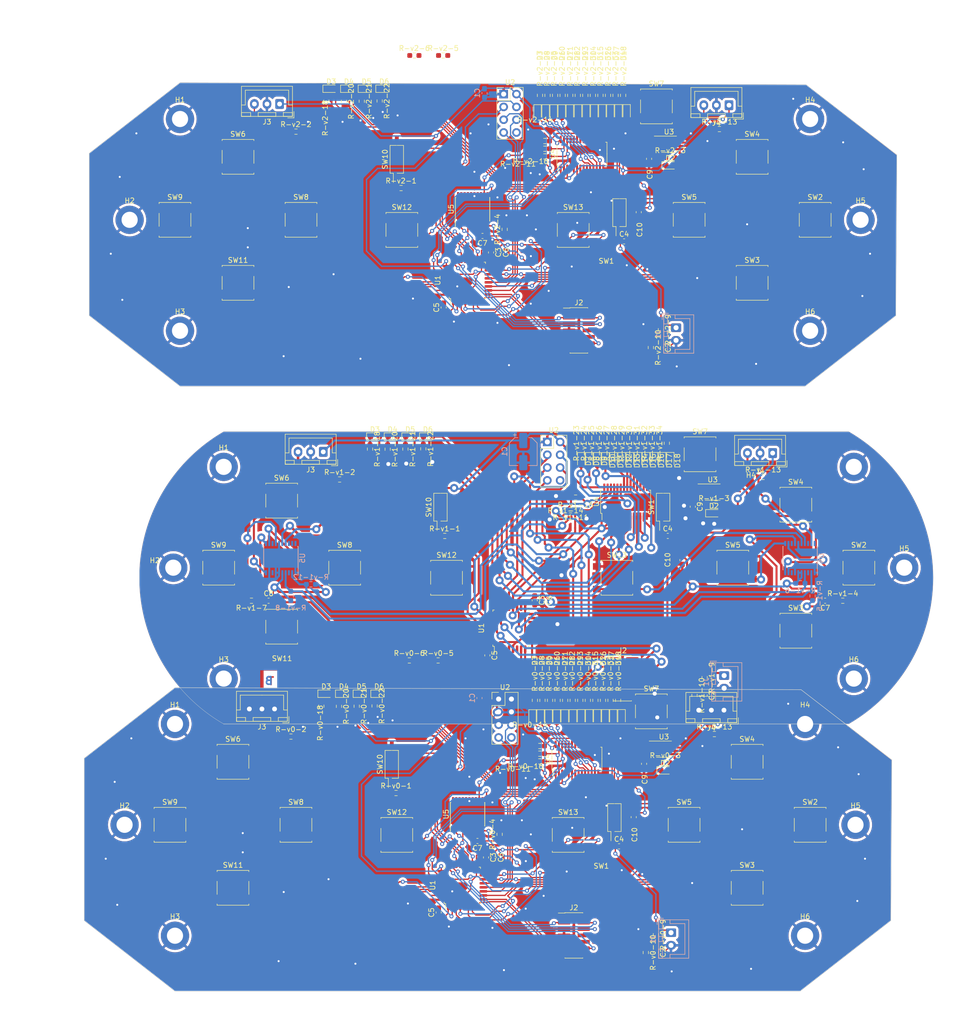
<source format=kicad_pcb>
(kicad_pcb (version 20221018) (generator pcbnew)
  (layers (0 "F.Cu" signal) (31 "B.Cu" signal) (34 "B.Paste" user) (35 "F.Paste" user) (36 "B.SilkS" user "B.Silkscreen") (37 "F.SilkS" user "F.Silkscreen") (38 "B.Mask" user) (39 "F.Mask" user) (44 "Edge.Cuts" user))
  (net 0 "")
  (net 1 "POWER-v0-_CHECK-v0-")
  (net 2 "GND-v0-")
  (net 3 "L-v0-i-ion-v0-")
  (net 4 "Net-(U3-BP)-v0-")
  (net 5 "Glob_Alim-v0-")
  (net 6 "Net-(D2-A)-v0-")
  (net 7 "Net-(D3-K)-v0-")
  (net 8 "Net-(D3-A)-v0-")
  (net 9 "Net-(D4-K)-v0-")
  (net 10 "Net-(D4-A)-v0-")
  (net 11 "Net-(D5-K)-v0-")
  (net 12 "Net-(D5-A)-v0-")
  (net 13 "Net-(D6-K)-v0-")
  (net 14 "Net-(D6-A)-v0-")
  (net 15 "Net-(D7-K)-v0-")
  (net 16 "Net-(D7-A)-v0-")
  (net 17 "Net-(D8-K)-v0-")
  (net 18 "Net-(D8-A)-v0-")
  (net 19 "Net-(D9-K)-v0-")
  (net 20 "Net-(D9-A)-v0-")
  (net 21 "Net-(D10-K)-v0-")
  (net 22 "Net-(D10-A)-v0-")
  (net 23 "Net-(D11-K)-v0-")
  (net 24 "Net-(D11-A)-v0-")
  (net 25 "Net-(D12-K)-v0-")
  (net 26 "Net-(D12-A)-v0-")
  (net 27 "Net-(D13-K)-v0-")
  (net 28 "Net-(D13-A)-v0-")
  (net 29 "Net-(D14-K)-v0-")
  (net 30 "Net-(D14-A)-v0-")
  (net 31 "Net-(D15-K)-v0-")
  (net 32 "Net-(D15-A)-v0-")
  (net 33 "Net-(D16-K)-v0-")
  (net 34 "Net-(D16-A)-v0-")
  (net 35 "Net-(D17-K)-v0-")
  (net 36 "Net-(D17-A)-v0-")
  (net 37 "Net-(D18-K)-v0-")
  (net 38 "Net-(D18-A)-v0-")
  (net 41 "SWDIO-v0-")
  (net 42 "SWDCK-v0-")
  (net 46 "R-v0-eset_Buton -v0-")
  (net 47 "USAR-v0-T2_R-v0-X-v0-")
  (net 48 "USAR-v0-T2_TX-v0-")
  (net 49 "NES{slash}SNES_switcher-v0-")
  (net 50 "R-v0-")
  (net 51 "A_Button-v0-")
  (net 52 "B_Button-v0-")
  (net 53 "X_Button-v0-")
  (net 54 "Y_Button-v0-")
  (net 55 "UC_Button-v0-")
  (net 56 "L-v0-C_Button-v0-")
  (net 57 "DIODE_SDA-v0-")
  (net 58 "R-v0-C_Button")
  (net 59 "L-v0-")
  (net 60 "DIODE_CL-v0-K")
  (net 61 "DC_Button-v0-")
  (net 62 "DIODE_OE-v0-")
  (net 63 "ST_Button-v0-")
  (net 64 "SE_Button-v0-")
  (net 65 "Order_Search-v0-")
  (net 66 "R-v0-X{slash}TX")
  (net 67 "Net-(C7-Pad1)-v0-")
  (net 68 "Pin_Clock-v0-")
  (net 69 "Digital_Out_Put-v0-")
  (net 70 "MOSI-v0-")
  (net 71 "GPIO_EX_CL-v0-K")
  (net 74 "GPIO_EX_SER-v0-IAL-v0-_DATA")
  (net 75 "Net-(U3-IN)-v0-")
  (net 76 "CSN_nR-v0-F24")
  (net 86 "Glob_Alim-v1-")
  (net 87 "GND-v1-")
  (net 88 "POWER-v1-_CHECK-v1-")
  (net 89 "L-v1-i-ion-v1-")
  (net 90 "Net-(C7-Pad1)-v1-")
  (net 91 "Net-(C8-Pad1)-v1-")
  (net 92 "Net-(U3-BP)-v1-")
  (net 93 "Net-(D2-A)-v1-")
  (net 94 "Net-(D3-K)-v1-")
  (net 95 "Net-(D3-A)-v1-")
  (net 96 "Net-(D4-K)-v1-")
  (net 97 "Net-(D4-A)-v1-")
  (net 98 "Net-(D5-K)-v1-")
  (net 99 "Net-(D5-A)-v1-")
  (net 100 "Net-(D6-K)-v1-")
  (net 101 "Net-(D6-A)-v1-")
  (net 102 "Net-(D7-K)-v1-")
  (net 103 "Net-(D7-A)-v1-")
  (net 104 "Net-(D8-K)-v1-")
  (net 105 "Net-(D8-A)-v1-")
  (net 106 "Net-(D9-K)-v1-")
  (net 107 "Net-(D9-A)-v1-")
  (net 108 "Net-(D10-K)-v1-")
  (net 109 "Net-(D10-A)-v1-")
  (net 110 "Net-(D11-K)-v1-")
  (net 111 "Net-(D11-A)-v1-")
  (net 112 "Net-(D12-K)-v1-")
  (net 113 "Net-(D12-A)-v1-")
  (net 114 "Net-(D13-K)-v1-")
  (net 115 "Net-(D13-A)-v1-")
  (net 116 "Net-(D14-K)-v1-")
  (net 117 "Net-(D14-A)-v1-")
  (net 118 "Net-(D15-K)-v1-")
  (net 119 "Net-(D15-A)-v1-")
  (net 120 "Net-(D16-K)-v1-")
  (net 121 "Net-(D16-A)-v1-")
  (net 122 "Net-(D17-K)-v1-")
  (net 123 "Net-(D17-A)-v1-")
  (net 124 "Net-(D18-K)-v1-")
  (net 125 "Net-(D18-A)-v1-")
  (net 128 "SWDIO-v1-")
  (net 129 "SWDCK-v1-")
  (net 133 "R-v1-eset_Buton -v1-")
  (net 134 "USAR-v1-T2_R-v1-X-v1-")
  (net 135 "USAR-v1-T2_TX-v1-")
  (net 136 "R-v1-")
  (net 137 "L-v1-")
  (net 138 "NES{slash}SNES_switcher-v1-")
  (net 139 "DIO{slash}EX_CL-v1-K")
  (net 140 "DIO{slash}EX_SDA-v1-")
  (net 141 "DIODE_OE-v1-")
  (net 142 "Net-(#FL-v1-G05-pwr)")
  (net 143 "A_Button-v1-")
  (net 144 "B_Button-v1-")
  (net 145 "X_Button-v1-")
  (net 146 "Y_Button-v1-")
  (net 147 "UC_Button-v1-")
  (net 148 "Order_Search-v1-")
  (net 149 "L-v1-C_Button")
  (net 150 "R-v1-C_Button")
  (net 151 "DC_Button-v1-")
  (net 152 "ST_Button-v1-")
  (net 153 "SE_Button-v1-")
  (net 158 "Pin_Clock-v1-")
  (net 159 "Digital_Out_Put-v1-")
  (net 160 "MOSI-v1-")
  (net 164 "R-v1-X{slash}TX")
  (net 166 "CSN_nR-v1-F24")
  (net 184 "POWER-v2-_CHECK-v2-")
  (net 185 "GND-v2-")
  (net 186 "L-v2-i-ion-v2-")
  (net 187 "Net-(U3-BP)-v2-")
  (net 188 "Glob_Alim-v2-")
  (net 189 "Net-(D2-A)-v2-")
  (net 190 "Net-(D3-K)-v2-")
  (net 191 "Net-(D3-A)-v2-")
  (net 192 "Net-(D4-K)-v2-")
  (net 193 "Net-(D4-A)-v2-")
  (net 194 "Net-(D5-K)-v2-")
  (net 195 "Net-(D5-A)-v2-")
  (net 196 "Net-(D6-K)-v2-")
  (net 197 "Net-(D6-A)-v2-")
  (net 198 "Net-(D7-K)-v2-")
  (net 199 "Net-(D7-A)-v2-")
  (net 200 "Net-(D8-K)-v2-")
  (net 201 "Net-(D8-A)-v2-")
  (net 202 "Net-(D9-K)-v2-")
  (net 203 "Net-(D9-A)-v2-")
  (net 204 "Net-(D10-K)-v2-")
  (net 205 "Net-(D10-A)-v2-")
  (net 206 "Net-(D11-K)-v2-")
  (net 207 "Net-(D11-A)-v2-")
  (net 208 "Net-(D12-K)-v2-")
  (net 209 "Net-(D12-A)-v2-")
  (net 210 "Net-(D13-K)-v2-")
  (net 211 "Net-(D13-A)-v2-")
  (net 212 "Net-(D14-K)-v2-")
  (net 213 "Net-(D14-A)-v2-")
  (net 214 "Net-(D15-K)-v2-")
  (net 215 "Net-(D15-A)-v2-")
  (net 216 "Net-(D16-K)-v2-")
  (net 217 "Net-(D16-A)-v2-")
  (net 218 "Net-(D17-K)-v2-")
  (net 219 "Net-(D17-A)-v2-")
  (net 220 "Net-(D18-K)-v2-")
  (net 221 "Net-(D18-A)-v2-")
  (net 224 "SWDIO-v2-")
  (net 225 "SWDCK-v2-")
  (net 229 "R-v2-eset_Buton -v2-")
  (net 230 "USAR-v2-T2_R-v2-X-v2-")
  (net 231 "USAR-v2-T2_TX-v2-")
  (net 232 "NES{slash}SNES_switcher-v2-")
  (net 233 "R-v2-")
  (net 234 "A_Button-v2-")
  (net 235 "B_Button-v2-")
  (net 236 "X_Button-v2-")
  (net 237 "Y_Button-v2-")
  (net 238 "UC_Button-v2-")
  (net 239 "L-v2-C_Button-v2-")
  (net 240 "DIODE_SDA-v2-")
  (net 241 "R-v2-C_Button")
  (net 242 "L-v2-")
  (net 243 "DIODE_CL-v2-K")
  (net 244 "DC_Button-v2-")
  (net 245 "DIODE_OE-v2-")
  (net 246 "ST_Button-v2-")
  (net 247 "SE_Button-v2-")
  (net 248 "Order_Search-v2-")
  (net 249 "R-v2-X{slash}TX")
  (net 250 "Net-(C7-Pad1)-v2-")
  (net 251 "Pin_Clock-v2-")
  (net 252 "Digital_Out_Put-v2-")
  (net 253 "MOSI-v2-")
  (net 254 "GPIO_EX_CL-v2-K")
  (net 257 "GPIO_EX_SER-v2-IAL-v2-_DATA")
  (net 258 "Net-(U3-IN)-v2-")
  (net 259 "CSN_nR-v2-F24")
  (footprint "R-v0-esistor_SMD:R-v0-_0603_1608Metric_Pad0.98x0.95mm_HandSolder" (layer "F.Cu") (at 209.318 131.124 180)
    (fp_text reference "R-v0-16")
    (fp_text value "10K")
  )
  (footprint "L-v2-ED_SMD:L-v2-ED_0603_1608Metric_Pad1.05x0.95mm_HandSolder" (layer "F.Cu") (at 224.925 5.55 -90)
    (fp_text reference "D17")
    (fp_text value "R-v2-3")
  )
  (footprint "Button_Switch_SMD:SW_SPST_B3S-1000" (layer "F.Cu") (at 135.95 146.75)
    (fp_text reference "SW9")
    (fp_text value "SW_Push")
  )
  (footprint "R-v2-esistor_SMD:R-v2-_0603_1608Metric_Pad0.98x0.95mm_HandSolder" (layer "F.Cu") (at 181.8 20.45)
    (fp_text reference "R-v2-1")
    (fp_text value "1K")
  )
  (footprint "Capacitor_SMD:C_0603_1608Metric_Pad1.08x0.95mm_HandSolder" (layer "F.Cu") (at 190.252 44.144 90)
    (fp_text reference "C5")
    (fp_text value "100n")
  )
  (footprint "R-v2-esistor_SMD:R-v2-_0603_1608Metric_Pad0.98x0.95mm_HandSolder" (layer "F.Cu") (at 224.35 2.0625 90)
    (fp_text reference "R-v2-33")
    (fp_text value "1K")
  )
  (footprint "L-v2-ED_SMD:L-v2-ED_0603_1608Metric_Pad1.05x0.95mm_HandSolder" (layer "F.Cu") (at 218.525 5.55 -90)
    (fp_text reference "D13")
    (fp_text value "O3")
  )
  (footprint "L-v2-ED_SMD:L-v2-ED_0603_1608Metric_Pad1.05x0.95mm_HandSolder" (layer "F.Cu") (at 167.95 0.75)
    (fp_text reference "D3")
    (fp_text value "G1")
  )
  (footprint "R-v2-esistor_SMD:R-v2-_0603_1608Metric_Pad0.98x0.95mm_HandSolder" (layer "F.Cu") (at 218.35 2.0625 90)
    (fp_text reference "R-v2-29")
    (fp_text value "1K")
  )
  (footprint "Capacitor_SMD:C_0603_1608Metric_Pad1.08x0.95mm_HandSolder" (layer "F.Cu") (at 198.65 153.222 -90)
    (fp_text reference "C3")
    (fp_text value "100n")
  )
  (footprint "MountingHole:MountingHole_3.2mm_M3_DIN965_Pad" (layer "F.Cu") (at 271.611842 117.749999)
    (fp_text reference "H6")
    (fp_text value "MountingHole_Pad")
  )
  (footprint "R-v1-esistor_SMD:R-v1-_0603_1608Metric_Pad0.98x0.95mm_HandSolder" (layer "F.Cu") (at 220.981842 71.062499 90)
    (fp_text reference "R-v1-25")
    (fp_text value "1K")
  )
  (footprint "R-v0-esistor_SMD:R-v0-_0603_1608Metric_Pad0.98x0.95mm_HandSolder" (layer "F.Cu") (at 189.15 114.15)
    (fp_text reference "R-v0-5")
    (fp_text value "1K")
  )
  (footprint "R-v1-esistor_SMD:R-v1-_0603_1608Metric_Pad0.98x0.95mm_HandSolder" (layer "F.Cu") (at 222.511842 71.062499 90)
    (fp_text reference "R-v1-26")
    (fp_text value "1K")
  )
  (footprint "L-v1-ED_SMD:L-v1-ED_0603_1608Metric_Pad1.05x0.95mm_HandSolder" (layer "F.Cu") (at 183.611842 69.749999)
    (fp_text reference "D5")
    (fp_text value "G3")
  )
  (footprint "Button_Switch_SMD:SW_SPST_B3S-1000" (layer "F.Cu") (at 136.95 26.75)
    (fp_text reference "SW9")
    (fp_text value "SW_Push")
  )
  (footprint "Connector_PinHeader_2.54mm:PinHeader_2x04_P2.54mm_Vertical" (layer "F.Cu") (at 202.15 1.81)
    (fp_text reference "U2")
    (fp_text value "nR-v2-F24_Full")
  )
  (footprint "L-v0-ED_SMD:L-v0-ED_0603_1608Metric_Pad1.05x0.95mm_HandSolder" (layer "F.Cu") (at 234.21 135.95)
    (fp_text reference "D2")
    (fp_text value "L-v0-ED_Small")
  )
  (footprint "R-v0-esistor_SMD:R-v0-_0603_1608Metric_Pad0.98x0.95mm_HandSolder" (layer "F.Cu") (at 183.4375 114.15)
    (fp_text reference "R-v0-6")
    (fp_text value "1K")
  )
  (footprint "R-v1-esistor_SMD:R-v1-_0603_1608Metric_Pad0.98x0.95mm_HandSolder" (layer "F.Cu") (at 230.011842 71.062499 90)
    (fp_text reference "R-v1-31")
    (fp_text value "1K")
  )
  (footprint "R-v1-esistor_SMD:R-v1-_0603_1608Metric_Pad0.98x0.95mm_HandSolder" (layer "F.Cu") (at 152.119818 102.299999 180)
    (fp_text reference "R-v1-7")
    (fp_text value "1k")
  )
  (footprint "R-v0-esistor_SMD:R-v0-_0603_1608Metric_Pad0.98x0.95mm_HandSolder" (layer "F.Cu") (at 223.35 122.0625 90)
    (fp_text reference "R-v0-33")
    (fp_text value "1K")
  )
  (footprint "Button_Switch_SMD:SW_SPST_B3S-1000" (layer "F.Cu") (at 149.45 14.25)
    (fp_text reference "SW6")
    (fp_text value "SW_Push")
  )
  (footprint "R-v0-esistor_SMD:R-v0-_0603_1608Metric_Pad0.98x0.95mm_HandSolder" (layer "F.Cu") (at 212.85 122.0625 90)
    (fp_text reference "R-v0-26")
    (fp_text value "1K")
  )
  (footprint "Package_QFP:L-v0-QFP-32_7x7mm_P0.8mm" (layer "F.Cu") (at 193.95 158.75 90)
    (fp_text reference "U1")
    (fp_text value "STM32L-v0-412KBTx")
  )
  (footprint "R-v1-esistor_SMD:R-v1-_0603_1608Metric_Pad0.98x0.95mm_HandSolder" (layer "F.Cu") (at 234.511842 71.062499 90)
    (fp_text reference "R-v1-34")
    (fp_text value "1K")
  )
  (footprint "MountingHole:MountingHole_3.2mm_M3_DIN965_Pad" (layer "F.Cu") (at 127.95 26.75)
    (fp_text reference "H2")
    (fp_text value "MountingHole_Pad")
  )
  (footprint "Connector_PinHeader_1.27mm:PinHeader_2x07_P1.27mm_Vertical_SMD" (layer "F.Cu") (at 225.736842 117.689999)
    (fp_text reference "J2")
    (fp_text value "Conn_02x07_Odd_Even")
  )
  (footprint "R-v2-esistor_SMD:R-v2-_0603_1608Metric_Pad0.98x0.95mm_HandSolder" (layer "F.Cu") (at 231.35 52.0875 -90)
    (fp_text reference "R-v2-10")
    (fp_text value "1M")
  )
  (footprint "Capacitor_SMD:C_0603_1608Metric_Pad1.08x0.95mm_HandSolder" (layer "F.Cu") (at 239.661842 83.649999 -90)
    (fp_text reference "C9")
    (fp_text value "470p")
  )
  (footprint "R-v1-esistor_SMD:R-v1-_0603_1608Metric_Pad0.98x0.95mm_HandSolder" (layer "F.Cu") (at 186.211842 72.174999 -90)
    (fp_text reference "R-v1-22")
    (fp_text value "1K")
  )
  (footprint "L-v0-ED_SMD:L-v0-ED_0603_1608Metric_Pad1.05x0.95mm_HandSolder" (layer "F.Cu") (at 223.925 125.55 -90)
    (fp_text reference "D17")
    (fp_text value "R-v0-3")
  )
  (footprint "R-v2-esistor_SMD:R-v2-_0603_1608Metric_Pad0.98x0.95mm_HandSolder" (layer "F.Cu") (at 235.21 14.426)
    (fp_text reference "R-v2-3")
    (fp_text value "1K")
  )
  (footprint "R-v0-esistor_SMD:R-v0-_0603_1608Metric_Pad0.98x0.95mm_HandSolder" (layer "F.Cu") (at 159.95 129.25)
    (fp_text reference "R-v0-2")
    (fp_text value "1K")
  )
  (footprint "Capacitor_SMD:C_0603_1608Metric_Pad1.08x0.95mm_HandSolder" (layer "F.Cu") (at 155.519818 102.299999)
    (fp_text reference "C8")
    (fp_text value "100nF")
  )
  (footprint "R-v0-esistor_SMD:R-v0-_0603_1608Metric_Pad0.98x0.95mm_HandSolder" (layer "F.Cu") (at 176.55 123.175 -90)
    (fp_text reference "R-v0-22")
    (fp_text value "1K")
  )
  (footprint "L-v2-ED_SMD:L-v2-ED_0603_1608Metric_Pad1.05x0.95mm_HandSolder" (layer "F.Cu") (at 215.275 5.575 -90)
    (fp_text reference "D11")
    (fp_text value "O1")
  )
  (footprint "Capacitor_SMD:C_0603_1608Metric_Pad1.08x0.95mm_HandSolder" (layer "F.Cu") (at 209.835842 102.221999 -90)
    (fp_text reference "C6")
    (fp_text value "10u")
  )
  (footprint "R-v1-esistor_SMD:R-v1-_0603_1608Metric_Pad0.98x0.95mm_HandSolder" (layer "F.Cu") (at 175.636842 72.224999 -90)
    (fp_text reference "R-v1-18")
    (fp_text value "1K")
  )
  (footprint "MountingHole:MountingHole_3.2mm_M3_DIN965_Pad" (layer "F.Cu") (at 136.95 126.75)
    (fp_text reference "H1")
    (fp_text value "MountingHole_Pad")
  )
  (footprint "Button_Switch_SMD:SW_SPST_B3S-1000" (layer "F.Cu") (at 251.45 39.25)
    (fp_text reference "SW3")
    (fp_text value "SW_Push")
  )
  (footprint "Button_Switch_SMD:SW_SPST_B3S-1000" (layer "F.Cu") (at 170.611842 95.749999)
    (fp_text reference "SW8")
    (fp_text value "SW_Push")
  )
  (footprint "Capacitor_SMD:C_0603_1608Metric_Pad1.08x0.95mm_HandSolder" (layer "F.Cu") (at 200.174 153.222 -90)
    (fp_text reference "C6")
    (fp_text value "10u")
  )
  (footprint "Connector_JST:JST_XH_B3B-XH-A_1x03_P2.50mm_Vertical" (layer "F.Cu") (at 157.7 3.775 180)
    (fp_text reference "J3")
    (fp_text value "Conn_01x03")
  )
  (footprint "R-v1-esistor_SMD:R-v1-_0603_1608Metric_Pad0.98x0.95mm_HandSolder" (layer "F.Cu") (at 243.871842 83.425999)
    (fp_text reference "R-v1-3")
    (fp_text value "1K")
  )
  (footprint "R-v1-esistor_SMD:R-v1-_0603_1608Metric_Pad0.98x0.95mm_HandSolder" (layer "F.Cu") (at 182.661842 72.224999 -90)
    (fp_text reference "R-v1-21")
    (fp_text value "1K")
  )
  (footprint "Button_Switch_SMD:SW_SPST_B3S-1000" (layer "F.Cu") (at 161.95 26.75)
    (fp_text reference "SW8")
    (fp_text value "SW_Push")
  )
  (footprint "Button_Switch_SMD:SW_SPST_B3S-1000" (layer "F.Cu") (at 148.45 134.25)
    (fp_text reference "SW6")
    (fp_text value "SW_Push")
  )
  (footprint "R-v0-esistor_SMD:R-v0-_0603_1608Metric_Pad0.98x0.95mm_HandSolder" (layer "F.Cu") (at 211.35 122.0625 90)
    (fp_text reference "R-v0-25")
    (fp_text value "1K")
  )
  (footprint "MountingHole:MountingHole_3.2mm_M3_DIN965_Pad" (layer "F.Cu") (at 281.611842 95.749999)
    (fp_text reference "H5")
    (fp_text value "MountingHole_Pad")
  )
  (footprint "R-v0-esistor_SMD:R-v0-_0603_1608Metric_Pad0.98x0.95mm_HandSolder" (layer "F.Cu") (at 209.318 134.172)
    (fp_text reference "R-v0-14")
    (fp_text value "10K")
  )
  (footprint "R-v2-esistor_SMD:R-v2-_0603_1608Metric_Pad0.98x0.95mm_HandSolder" (layer "F.Cu") (at 212.35 2.0625 90)
    (fp_text reference "R-v2-25")
    (fp_text value "1K")
  )
  (footprint "L-v1-ED_SMD:L-v1-ED_0603_1608Metric_Pad1.05x0.95mm_HandSolder" (layer "F.Cu") (at 233.586842 74.549999 -90)
    (fp_text reference "D17")
    (fp_text value "R-v1-3")
  )
  (footprint "R-v0-esistor_SMD:R-v0-_0603_1608Metric_Pad0.98x0.95mm_HandSolder" (layer "F.Cu") (at 209.318 132.648 180)
    (fp_text reference "R-v0-11")
    (fp_text value "10K")
  )
  (footprint "L-v1-ED_SMD:L-v1-ED_0603_1608Metric_Pad1.05x0.95mm_HandSolder" (layer "F.Cu") (at 217.536842 74.574999 -90)
    (fp_text reference "D7")
    (fp_text value "G5")
  )
  (footprint "Package_SO:TSSOP-28_4.4x9.7mm_P0.65mm" (layer "F.Cu") (at 216.684 133.664 90)
    (fp_text reference "U4")
    (fp_text value "PCA9685PW")
  )
  (footprint "Button_Switch_SMD:SW_SPST_B3S-1000" (layer "F.Cu") (at 158.111842 82.449999)
    (fp_text reference "SW6")
    (fp_text value "SW_Push")
  )
  (footprint "R-v0-esistor_SMD:R-v0-_0603_1608Metric_Pad0.98x0.95mm_HandSolder" (layer "F.Cu") (at 180.8 140.45)
    (fp_text reference "R-v0-1")
    (fp_text value "1K")
  )
  (footprint "R-v1-esistor_SMD:R-v1-_0603_1608Metric_Pad0.98x0.95mm_HandSolder" (layer "F.Cu") (at 253.611842 77.749999)
    (fp_text reference "R-v1-13")
    (fp_text value "1K")
  )
  (footprint "Package_QFP:L-v2-QFP-32_7x7mm_P0.8mm" (layer "F.Cu") (at 194.95 38.75 90)
    (fp_text reference "U1")
    (fp_text value "STM32L-v2-412KBTx")
  )
  (footprint "MountingHole:MountingHole_3.2mm_M3_DIN965_Pad" (layer "F.Cu") (at 146.611842 75.749999)
    (fp_text reference "H1")
    (fp_text value "MountingHole_Pad")
  )
  (footprint "L-v2-ED_SMD:L-v2-ED_0603_1608Metric_Pad1.05x0.95mm_HandSolder" (layer "F.Cu") (at 213.675 5.575 -90)
    (fp_text reference "D10")
    (fp_text value "G8")
  )
  (footprint "Package_QFP:L-v1-QFP-32_7x7mm_P0.8mm" (layer "F.Cu") (at 203.611842 107.749999 90)
    (fp_text reference "U1")
    (fp_text value "STM32L-v1-412KBTx")
  )
  (footprint "R-v1-esistor_SMD:R-v1-_0603_1608Metric_Pad0.98x0.95mm_HandSolder" (layer "F.Cu") (at 215.421842 84.349999 180)
    (fp_text reference "R-v1-11")
    (fp_text value "10K")
  )
  (footprint "Capacitor_SMD:C_0603_1608Metric_Pad1.08x0.95mm_HandSolder" (layer "F.Cu") (at 189.252 164.144 90)
    (fp_text reference "C5")
    (fp_text value "100n")
  )
  (footprint "MountingHole:MountingHole_3.2mm_M3_DIN965_Pad" (layer "F.Cu") (at 262.95 6.75)
    (fp_text reference "H4")
    (fp_text value "MountingHole_Pad")
  )
  (footprint "Connector_PinHeader_2.54mm:PinHeader_2x04_P2.54mm_Vertical" (layer "F.Cu") (at 210.811842 70.809999)
    (fp_text reference "U2")
    (fp_text value "nR-v1-F24_Full")
  )
  (footprint "L-v0-ED_SMD:L-v0-ED_0603_1608Metric_Pad1.05x0.95mm_HandSolder" (layer "F.Cu") (at 222.325 125.55 -90)
    (fp_text reference "D16")
    (fp_text value "R-v0-2")
  )
  (footprint "Package_SO:TSSOP-28_4.4x9.7mm_P0.65mm" (layer "F.Cu") (at 226.345842 82.663999 90)
    (fp_text reference "U4")
    (fp_text value "PCA9685PW")
  )
  (footprint "MountingHole:MountingHole_3.2mm_M3_DIN965_Pad" (layer "F.Cu") (at 137.95 6.75)
    (fp_text reference "H1")
    (fp_text value "MountingHole_Pad")
  )
  (footprint "R-v0-esistor_SMD:R-v0-_0603_1608Metric_Pad0.98x0.95mm_HandSolder" (layer "F.Cu") (at 215.85 122.0625 90)
    (fp_text reference "R-v0-28")
    (fp_text value "1K")
  )
  (footprint "Button_Switch_SMD:SW_SPST_B3S-1000" (layer "F.Cu") (at 149.45 39.25)
    (fp_text reference "SW11")
    (fp_text value "SW_Push")
  )
  (footprint "R-v1-esistor_SMD:R-v1-_0603_1608Metric_Pad0.98x0.95mm_HandSolder" (layer "F.Cu") (at 225.511842 71.062499 90)
    (fp_text reference "R-v1-28")
    (fp_text value "1K")
  )
  (footprint "Capacitor_SMD:C_0603_1608Metric_Pad1.08x0.95mm_HandSolder" (layer "F.Cu") (at 227.945 145.2325 -90)
    (fp_text reference "C10")
    (fp_text value "100nF")
  )
  (footprint "R-v0-esistor_SMD:R-v0-_0603_1608Metric_Pad0.98x0.95mm_HandSolder" (layer "F.Cu") (at 169.475 123.25 -90)
    (fp_text reference "R-v0-20")
    (fp_text value "1K")
  )
  (footprint "Button_Switch_SMD:SW_SPST_B3S-1000" (layer "F.Cu") (at 237.95 146.75)
    (fp_text reference "SW5")
    (fp_text value "SW_Push")
  )
  (footprint "Button_Switch_SMD:SW_DIP_SPSTx01_Slide_Copal_CHS-01B_W7.62mm_P1.27mm" (layer "F.Cu") (at 224.12 145.32 90)
    (fp_text reference "SW1")
    (fp_text value "SW_DIP_x01")
  )
  (footprint "L-v0-ED_SMD:L-v0-ED_0603_1608Metric_Pad1.05x0.95mm_HandSolder" (layer "F.Cu") (at 215.9 125.5625 -90)
    (fp_text reference "D12")
    (fp_text value "O2")
  )
  (footprint "MountingHole:MountingHole_3.2mm_M3_DIN965_Pad" (layer "F.Cu") (at 136.611842 95.749999)
    (fp_text reference "H2")
    (fp_text value "MountingHole_Pad")
  )
  (footprint "Package_SO:SSOP-20_4.4x6.5mm_P0.65mm" (layer "F.Cu") (at 195.025 144.65 90)
    (fp_text reference "U5")
    (fp_text value "PCF8574TS")
  )
  (footprint "L-v2-ED_SMD:L-v2-ED_0603_1608Metric_Pad1.05x0.95mm_HandSolder" (layer "F.Cu") (at 216.9 5.5625 -90)
    (fp_text reference "D12")
    (fp_text value "O2")
  )
  (footprint "Capacitor_SMD:C_0603_1608Metric_Pad1.08x0.95mm_HandSolder" (layer "F.Cu") (at 198.913842 113.143999 -90)
    (fp_text reference "C5")
    (fp_text value "100n")
  )
  (footprint "Button_Switch_SMD:SW_SPST_B3S-1000" (layer "F.Cu") (at 247.611842 95.749999)
    (fp_text reference "SW5")
    (fp_text value "SW_Push")
  )
  (footprint "R-v1-esistor_SMD:R-v1-_0603_1608Metric_Pad0.98x0.95mm_HandSolder" (layer "F.Cu") (at 231.511842 71.062499 90)
    (fp_text reference "R-v1-32")
    (fp_text value "1K")
  )
  (footprint "L-v0-ED_SMD:L-v0-ED_0603_1608Metric_Pad1.05x0.95mm_HandSolder" (layer "F.Cu") (at 212.675 125.575 -90)
    (fp_text reference "D10")
    (fp_text value "G8")
  )
  (footprint "Capacitor_SMD:C_0603_1608Metric_Pad1.08x0.95mm_HandSolder" (layer "F.Cu") (at 228.945 25.2325 -90)
    (fp_text reference "C10")
    (fp_text value "100nF")
  )
  (footprint "Button_Switch_SMD:SW_SPST_B3S-1000" (layer "F.Cu") (at 148.45 159.25)
    (fp_text reference "SW11")
    (fp_text value "SW_Push")
  )
  (footprint "R-v2-esistor_SMD:R-v2-_0603_1608Metric_Pad0.98x0.95mm_HandSolder" (layer "F.Cu") (at 210.318 14.172)
    (fp_text reference "R-v2-14")
    (fp_text value "10K")
  )
  (footprint "R-v2-esistor_SMD:R-v2-_0603_1608Metric_Pad0.98x0.95mm_HandSolder" (layer "F.Cu") (at 177.55 3.175 -90)
    (fp_text reference "R-v2-22")
    (fp_text value "1K")
  )
  (footprint "R-v2-esistor_SMD:R-v2-_0603_1608Metric_Pad0.98x0.95mm_HandSolder" (layer "F.Cu") (at 244.95 8.75)
    (fp_text reference "R-v2-13")
    (fp_text value "1K")
  )
  (footprint "Connector_PinHeader_1.27mm:PinHeader_2x07_P1.27mm_Vertical_SMD" (layer "F.Cu") (at 216.075 168.69)
    (fp_text reference "J2")
    (fp_text value "Conn_02x07_Odd_Even")
  )
  (footprint "Capacitor_SMD:C_0603_1608Metric_Pad1.08x0.95mm_HandSolder" (layer "F.Cu") (at 208.311842 102.221999 -90)
    (fp_text reference "C3")
    (fp_text value "100n")
  )
  (footprint "Capacitor_SMD:C_0603_1608Metric_Pad1.08x0.95mm_HandSolder" (layer "F.Cu") (at 234.706842 89.449999)
    (fp_text reference "C4")
    (fp_text value "1u")
  )
  (footprint "L-v1-ED_SMD:L-v1-ED_0603_1608Metric_Pad1.05x0.95mm_HandSolder" (layer "F.Cu") (at 222.336842 74.574999 -90)
    (fp_text reference "D10")
    (fp_text value "G8")
  )
  (footprint "Button_Switch_SMD:SW_SPST_B3S-1000" (layer "F.Cu") (at 190.821842 97.749999)
    (fp_text reference "SW12")
    (fp_text value "SW_Push")
  )
  (footprint "L-v2-ED_SMD:L-v2-ED_0603_1608Metric_Pad1.05x0.95mm_HandSolder" (layer "F.Cu") (at 223.325 5.55 -90)
    (fp_text reference "D16")
    (fp_text value "R-v2-2")
  )
  (footprint "MountingHole:MountingHole_3.2mm_M3_DIN965_Pad" (layer "F.Cu") (at 136.95 168.75)
    (fp_text reference "H3")
    (fp_text value "MountingHole_Pad")
  )
  (footprint "Button_Switch_SMD:SW_SPST_B3S-1000" (layer "F.Cu") (at 251.45 14.25)
    (fp_text reference "SW4")
    (fp_text value "SW_Push")
  )
  (footprint "R-v0-esistor_SMD:R-v0-_0603_1608Metric_Pad0.98x0.95mm_HandSolder" (layer "F.Cu") (at 165.975 123.225 -90)
    (fp_text reference "R-v0-18")
    (fp_text value "1K")
  )
  (footprint "R-v2-esistor_SMD:R-v2-_0603_1608Metric_Pad0.98x0.95mm_HandSolder" (layer "F.Cu") (at 202.35 28.6375 90)
    (fp_text reference "R-v2-4")
    (fp_text value "10k")
  )
  (footprint "Capacitor_SMD:C_0603_1608Metric_Pad1.08x0.95mm_HandSolder" (layer "F.Cu") (at 265.923866 102.299999 180)
    (fp_text reference "C7")
    (fp_text value "100nF")
  )
  (footprint "L-v2-ED_SMD:L-v2-ED_0603_1608Metric_Pad1.05x0.95mm_HandSolder" (layer "F.Cu") (at 235.21 15.95)
    (fp_text reference "D2")
    (fp_text value "L-v2-ED_Small")
  )
  (footprint "Button_Switch_SMD:SW_SPST_B3S-1000" (layer "F.Cu") (at 158.111842 107.449999)
    (fp_text reference "SW11")
    (fp_text value "SW_Push")
  )
  (footprint "Package_SO:MSOP-8_3x3mm_P0.65mm" (layer "F.Cu") (at 243.611842 80.749999)
    (fp_text reference "U3")
    (fp_text value "MIC5219-3.3YMM")
  )
  (footprint "R-v2-esistor_SMD:R-v2-_0603_1608Metric_Pad0.98x0.95mm_HandSolder" (layer "F.Cu") (at 209.35 2.0625 90)
    (fp_text reference "R-v2-23")
    (fp_text value "1K")
  )
  (footprint "L-v0-ED_SMD:L-v0-ED_0603_1608Metric_Pad1.05x0.95mm_HandSolder" (layer "F.Cu") (at 173.95 120.75)
    (fp_text reference "D5")
    (fp_text value "G3")
  )
  (footprint "L-v1-ED_SMD:L-v1-ED_0603_1608Metric_Pad1.05x0.95mm_HandSolder" (layer "F.Cu") (at 225.571842 74.562499 -90)
    (fp_text reference "D12")
    (fp_text value "O2")
  )
  (footprint "R-v0-esistor_SMD:R-v0-_0603_1608Metric_Pad0.98x0.95mm_HandSolder" (layer "F.Cu") (at 224.85 122.0625 90)
    (fp_text reference "R-v0-34")
    (fp_text value "1K")
  )
  (footprint "Button_Switch_SMD:SW_SPST_B3S-1000" (layer "F.Cu") (at 262.95 146.75)
    (fp_text reference "SW2")
    (fp_text value "SW_Push")
  )
  (footprint "L-v0-ED_SMD:L-v0-ED_0603_1608Metric_Pad1.05x0.95mm_HandSolder" (layer "F.Cu") (at 177.45 120.75)
    (fp_text reference "D6")
    (fp_text value "G4")
  )
  (footprint "L-v1-ED_SMD:L-v1-ED_0603_1608Metric_Pad1.05x0.95mm_HandSolder" (layer "F.Cu") (at 180.111842 69.749999)
    (fp_text reference "D4")
    (fp_text value "G2")
  )
  (footprint "R-v1-esistor_SMD:R-v1-_0603_1608Metric_Pad0.98x0.95mm_HandSolder" (layer "F.Cu") (at 227.011842 71.062499 90)
    (fp_text reference "R-v1-29")
    (fp_text value "1K")
  )
  (footprint "MountingHole:MountingHole_3.2mm_M3_DIN965_Pad" (layer "F.Cu") (at 262.95 48.75)
    (fp_text reference "H6")
    (fp_text value "MountingHole_Pad")
  )
  (footprint "R-v1-esistor_SMD:R-v1-_0603_1608Metric_Pad0.98x0.95mm_HandSolder" (layer "F.Cu") (at 233.011842 71.062499 90)
    (fp_text reference "R-v1-33")
    (fp_text value "1K")
  )
  (footprint "R-v2-esistor_SMD:R-v2-_0603_1608Metric_Pad0.98x0.95mm_HandSolder" (layer "F.Cu") (at 170.475 3.25 -90)
    (fp_text reference "R-v2-20")
    (fp_text value "1K")
  )
  (footprint "R-v0-esistor_SMD:R-v0-_0603_1608Metric_Pad0.98x0.95mm_HandSolder" (layer "F.Cu") (at 221.85 122.0625 90)
    (fp_text reference "R-v0-32")
    (fp_text value "1K")
  )
  (footprint "R-v1-esistor_SMD:R-v1-_0603_1608Metric_Pad0.98x0.95mm_HandSolder" (layer "F.Cu") (at 269.423866 102.299999)
    (fp_text reference "R-v1-4")
    (fp_text value "1k")
  )
  (footprint "Capacitor_SMD:C_0603_1608Metric_Pad1.08x0.95mm_HandSolder" (layer "F.Cu") (at 233.35 52.0875 -90)
    (fp_text reference "C2")
    (fp_text value "1nF")
  )
  (footprint "L-v0-ED_SMD:L-v0-ED_0603_1608Metric_Pad1.05x0.95mm_HandSolder" (layer "F.Cu") (at 209.475 125.575 -90)
    (fp_text reference "D8")
    (fp_text value "G6")
  )
  (footprint "R-v2-esistor_SMD:R-v2-_0603_1608Metric_Pad0.98x0.95mm_HandSolder" (layer "F.Cu") (at 215.35 2.0625 90)
    (fp_text reference "R-v2-27")
    (fp_text value "1K")
  )
  (footprint "R-v0-esistor_SMD:R-v0-_0603_1608Metric_Pad0.98x0.95mm_HandSolder" (layer "F.Cu") (at 234.21 134.426)
    (fp_text reference "R-v0-3")
    (fp_text value "1K")
  )
  (footprint "L-v1-ED_SMD:L-v1-ED_0603_1608Metric_Pad1.05x0.95mm_HandSolder" (layer "F.Cu") (at 243.871842 84.949999)
    (fp_text reference "D2")
    (fp_text value "L-v1-ED_Small")
  )
  (footprint "R-v0-esistor_SMD:R-v0-_0603_1608Metric_Pad0.98x0.95mm_HandSolder" (layer "F.Cu") (at 220.35 122.0625 90)
    (fp_text reference "R-v0-31")
    (fp_text value "1K")
  )
  (footprint "R-v2-esistor_SMD:R-v2-_0603_1608Metric_Pad0.98x0.95mm_HandSolder" (layer "F.Cu") (at 216.85 2.0625 90)
    (fp_text reference "R-v2-28")
    (fp_text value "1K")
  )
  (footprint "MountingHole:MountingHole_3.2mm_M3_DIN965_Pad" (layer "F.Cu") (at 146.611842 117.749999)
    (fp_text reference "H3")
    (fp_text value "MountingHole_Pad")
  )
  (footprint "L-v2-ED_SMD:L-v2-ED_0603_1608Metric_Pad1.05x0.95mm_HandSolder" (layer "F.Cu") (at 212.075 5.575 -90)
    (fp_text reference "D9")
    (fp_text value "G7")
  )
  (footprint "R-v0-esistor_SMD:R-v0-_0603_1608Metric_Pad0.98x0.95mm_HandSolder" (layer "F.Cu") (at 201.35 148.6375 90)
    (fp_text reference "R-v0-4")
    (fp_text value "10k")
  )
  (footprint "Button_Switch_SMD:SW_SPST_B3S-1000" (layer "F.Cu") (at 260.111842 108.249999)
    (fp_text reference "SW3")
    (fp_text value "SW_Push")
  )
  (footprint "Button_Switch_SMD:SW_DIP_SPSTx01_Slide_Copal_CHS-01B_W7.62mm_P1.27mm" (layer "F.Cu") (at 189.611842 83.749999 90)
    (fp_text reference "SW10")
    (fp_text value "SW_DIP_x01")
  )
  (footprint "L-v0-ED_SMD:L-v0-ED_0603_1608Metric_Pad1.05x0.95mm_HandSolder" (layer "F.Cu") (at 170.45 120.75)
    (fp_text reference "D4")
    (fp_text value "G2")
  )
  (footprint "Button_Switch_SMD:SW_DIP_SPSTx01_Slide_Copal_CHS-01B_W7.62mm_P1.27mm" (layer "F.Cu") (at 225.12 25.32 90)
    (fp_text reference "SW1")
    (fp_text value "SW_DIP_x01")
  )
  (footprint "Button_Switch_SMD:SW_SPST_B3S-1000" (layer "F.Cu") (at 260.111842 83.249999)
    (fp_text reference "SW4")
    (fp_text value "SW_Push")
  )
  (footprint "R-v1-esistor_SMD:R-v1-_0603_1608Metric_Pad0.98x0.95mm_HandSolder" (layer "F.Cu") (at 190.461842 89.449999)
    (fp_text reference "R-v1-1")
    (fp_text value "1K")
  )
  (footprint "MountingHole:MountingHole_3.2mm_M3_DIN965_Pad" (layer "F.Cu") (at 126.95 146.75)
    (fp_text reference "H2")
    (fp_text value "MountingHole_Pad")
  )
  (footprint "R-v2-esistor_SMD:R-v2-_0603_1608Metric_Pad0.98x0.95mm_HandSolder" (layer "F.Cu") (at 174 3.225 -90)
    (fp_text reference "R-v2-21")
    (fp_text value "1K")
  )
  (footprint "Button_Switch_SMD:SW_SPST_B3S-1000" (layer "F.Cu") (at 231.45 124.25)
    (fp_text reference "SW7")
    (fp_text value "SW_SPST")
  )
  (footprint "R-v0-esistor_SMD:R-v0-_0603_1608Metric_Pad0.98x0.95mm_HandSolder" (layer "F.Cu") (at 209.85 122.0625 90)
    (fp_text reference "R-v0-24")
    (fp_text value "1K")
  )
  (footprint "L-v0-ED_SMD:L-v0-ED_0603_1608Metric_Pad1.05x0.95mm_HandSolder" (layer "F.Cu") (at 217.525 125.55 -90)
    (fp_text reference "D13")
    (fp_text value "O3")
  )
  (footprint "R-v2-esistor_SMD:R-v2-_0603_1608Metric_Pad0.98x0.95mm_HandSolder" (layer "F.Cu") (at 166.975 3.225 -90)
    (fp_text reference "R-v2-18")
    (fp_text value "1K")
  )
  (footprint "Connector_JST:JST_XH_B3B-XH-A_1x03_P2.50mm_Vertical" (layer "F.Cu") (at 156.7 123.775 180)
    (fp_text reference "J3")
    (fp_text value "Conn_01x03")
  )
  (footprint "Connector_JST:JST_XH_B3B-XH-A_1x03_P2.50mm_Vertical" (layer "F.Cu") (at 246.854 4.012 180)
    (fp_text reference "J4")
    (fp_text value "Conn_01x03")
  )
  (footprint "L-v1-ED_SMD:L-v1-ED_0603_1608Metric_Pad1.05x0.95mm_HandSolder" (layer "F.Cu") (at 223.936842 74.574999 -90)
    (fp_text reference "D11")
    (fp_text value "O1")
  )
  (footprint "R-v0-esistor_SMD:R-v0-_0603_1608Metric_Pad0.98x0.95mm_HandSolder" (layer "F.Cu") (at 218.85 122.0625 90)
    (fp_text reference "R-v0-30")
    (fp_text value "1K")
  )
  (footprint "R-v1-esistor_SMD:R-v1-_0603_1608Metric_Pad0.98x0.95mm_HandSolder" (layer "F.Cu") (at 228.511842 71.062499 90)
    (fp_text reference "R-v1-30")
    (fp_text value "1K")
  )
  (footprint "Button_Switch_SMD:SW_SPST_B3S-1000" (layer "F.Cu") (at 272.611842 95.749999)
    (fp_text reference "SW2")
    (fp_text value "SW_Push")
  )
  (footprint "R-v2-esistor_SMD:R-v2-_0603_1608Metric_Pad0.98x0.95mm_HandSolder" (layer "F.Cu") (at 160.95 9.25)
    (fp_text reference "R-v2-2")
    (fp_text value "1K")
  )
  (footprint "Capacitor_SMD:C_0603_1608Metric_Pad1.08x0.95mm_HandSolder" (layer "F.Cu") (at 225.045 151.02)
    (fp_text reference "C4")
    (fp_text value "1u")
  )
  (footprint "Button_Switch_SMD:SW_SPST_B3S-1000" (layer "F.Cu") (at 232.45 4.25)
    (fp_text reference "SW7")
    (fp_text value "SW_SPST")
  )
  (footprint "R-v0-esistor_SMD:R-v0-_0603_1608Metric_Pad0.98x0.95mm_HandSolder" (layer "F.Cu") (at 217.35 122.0625 90)
    (fp_text reference "R-v0-29")
    (fp_text value "1K")
  )
  (footprint "Button_Switch_SMD:SW_SPST_B3S-1000" (layer "F.Cu") (at 215.95 28.75)
    (fp_text reference "SW13")
    (fp_text value "SW_Push")
  )
  (footprint "Capacitor_SMD:C_0603_1608Metric_Pad1.08x0.95mm_HandSolder" (layer "F.Cu") (at 199.65 33.222 -90)
    (fp_text reference "C3")
    (fp_text value "100n")
  )
  (footprint "L-v1-ED_SMD:L-v1-ED_0603_1608Metric_Pad1.05x0.95mm_HandSolder" (layer "F.Cu") (at 230.386842 74.549999 -90)
    (fp_text reference "D15")
    (fp_text value "R-v1-1")
  )
  (footprint "R-v2-esistor_SMD:R-v2-_0603_1608Metric_Pad0.98x0.95mm_HandSolder" (layer "F.Cu") (at 210.318 12.648 180)
    (fp_text reference "R-v2-11")
    (fp_text value "10K")
  )
  (footprint "MountingHole:MountingHole_3.2mm_M3_DIN965_Pad" (layer "F.Cu") (at 261.95 168.75)
    (fp_text reference "H6")
    (fp_text value "MountingHole_Pad")
  )
  (footprint "R-v2-esistor_SMD:R-v2-_0603_1608Metric_Pad0.98x0.95mm_HandSolder" (layer "F.Cu") (at 219.85 2.0625 90)
    (fp_text reference "R-v2-30")
    (fp_text value "1K")
  )
  (footprint "Button_Switch_SMD:SW_DIP_SPSTx01_Slide_Copal_CHS-01B_W7.62mm_P1.27mm" (layer "F.Cu") (at 179.95 134.75 90)
    (fp_text reference "SW10")
    (fp_text value "SW_DIP_x01")
  )
  (footprint "R-v2-esistor_SMD:R-v2-_0603_1608Metric_Pad0.98x0.95mm_HandSolder" (layer "F.Cu") (at 222.85 2.0625 90)
    (fp_text reference "R-v2-32")
    (fp_text value "1K")
  )
  (footprint "R-v0-esistor_SMD:R-v0-_0603_1608Metric_Pad0.98x0.95mm_HandSolder" (layer "F.Cu") (at 208.35 122.0625 90)
    (fp_text reference "R-v0-23")
    (fp_text value "1K")
  )
  (footprint "Button_Switch_SMD:SW_DIP_SPSTx01_Slide_Copal_CHS-01B_W7.62mm_P1.27mm" (layer "F.Cu") (at 233.781842 83.749999 90)
    (fp_text reference "SW1")
    (fp_text value "SW_DIP_x01")
  )
  (footprint "L-v0-ED_SMD:L-v0-ED_0603_1608Metric_Pad1.05x0.95mm_HandSolder" (layer "F.Cu") (at 219.125 125.55 -90)
    (fp_text reference "D14")
    (fp_text value "O4")
  )
  (footprint "Connector_JST:JST_XH_B3B-XH-A_1x03_P2.50mm_Vertical" (layer "F.Cu") (at 245.854 124.012 180)
    (fp_text reference "J4")
    (fp_text value "Conn_01x03")
  )
  (footprint "Button_Switch_SMD:SW_SPST_B3S-1000" (layer "F.Cu") (at 250.45 159.25)
    (fp_text reference "SW3")
    (fp_text value "SW_Push")
  )
  (footprint "R-v0-esistor_SMD:R-v0-_0603_1608Metric_Pad0.98x0.95mm_HandSolder" (layer "F.Cu") (at 230.35 172.0875 -90)
    (fp_text reference "R-v0-10")
    (fp_text value "1M")
  )
  (footprint "L-v0-ED_SMD:L-v0-ED_0603_1608Metric_Pad1.05x0.95mm_HandSolder" (layer "F.Cu") (at 214.275 125.575 -90)
    (fp_text reference "D11")
    (fp_text value "O1")
  )
  (footprint "R-v2-esistor_SMD:R-v2-_0603_1608Metric_Pad0.98x0.95mm_HandSolder" (layer "F.Cu") (at 190.15 -5.85)
    (fp_text reference "R-v2-5")
    (fp_text value "1K")
  )
  (footprint "L-v1-ED_SMD:L-v1-ED_0603_1608Metric_Pad1.05x0.95mm_HandSolder" (layer "F.Cu") (at 176.611842 69.749999)
    (fp_text reference "D3")
    (fp_text value "G1")
  )
  (footprint "Connector_JST:JST_XH_B3B-XH-A_1x03_P2.50mm_Vertical" (layer "F.Cu") (at 255.515842 73.011999 180)
    (fp_text reference "J4")
    (fp_text value "Conn_01x03")
  )
  (footprint "Button_Switch_SMD:SW_SPST_B3S-1000" (layer "F.Cu") (at 160.95 146.75)
    (fp_text reference "SW8")
    (fp_text value "SW_Push")
  )
  (footprint "L-v1-ED_SMD:L-v1-ED_0603_1608Metric_Pad1.05x0.95mm_HandSolder" (layer "F.Cu") (at 187.111842 69.749999)
    (fp_text reference "D6")
    (fp_text value "G4")
  )
  (footprint "Capacitor_SMD:C_0603_1608Metric_Pad1.08x0.95mm_HandSolder" (layer "F.Cu") (at 197.95 29.95 180)
    (fp_text reference "C7")
    (fp_text value "100µF")
  )
  (footprint "Capacitor_SMD:C_0603_1608Metric_Pad1.08x0.95mm_HandSolder" (layer "F.Cu") (at 237.606842 94.232499 -90)
    (fp_text reference "C10")
    (fp_text value "100nF")
  )
  (footprint "L-v2-ED_SMD:L-v2-ED_0603_1608Metric_Pad1.05x0.95mm_HandSolder" (layer "F.Cu") (at 210.475 5.575 -90)
    (fp_text reference "D8")
    (fp_text value "G6")
  )
  (footprint "R-v0-esistor_SMD:R-v0-_0603_1608Metric_Pad0.98x0.95mm_HandSolder" (layer "F.Cu") (at 232.35 168.55 -90)
    (fp_text reference "R-v0-9")
    (fp_text value "1M")
  )
  (footprint "L-v0-ED_SMD:L-v0-ED_0603_1608Metric_Pad1.05x0.95mm_HandSolder" (layer "F.Cu") (at 207.875 125.575 -90)
    (fp_text reference "D7")
    (fp_text value "G5")
  )
  (footprint "R-v1-esistor_SMD:R-v1-_0603_1608Metric_Pad0.98x0.95mm_HandSolder" (layer "F.Cu") (at 218.011842 71.062499 90)
    (fp_text reference "R-v1-23")
    (fp_text value "1K")
  )
  (footprint "Button_Switch_SMD:SW_SPST_B3S-1000" (layer "F.Cu") (at 250.45 134.25)
    (fp_text reference "SW4")
    (fp_text value "SW_Push")
  )
  (footprint "L-v0-ED_SMD:L-v0-ED_0603_1608Metric_Pad1.05x0.95mm_HandSolder" (layer "F.Cu") (at 220.725 125.55 -90)
    (fp_text reference "D15")
    (fp_text value "R-v0-1")
  )
  (footprint "Button_Switch_SMD:SW_SPST_B3S-1000" (layer "F.Cu") (at 181.95 28.75)
    (fp_text reference "SW12")
    (fp_text value "SW_Push")
  )
  (footprint "Button_Switch_SMD:SW_DIP_SPSTx01_Slide_Copal_CHS-01B_W7.62mm_P1.27mm" (layer "F.Cu") (at 180.95 14.75 90)
    (fp_text reference "SW10")
    (fp_text value "SW_DIP_x01")
  )
  (footprint "R-v1-esistor_SMD:R-v1-_0603_1608Metric_Pad0.98x0.95mm_HandSolder" (layer "F.Cu") (at 219.511842 71.062499 90)
    (fp_text reference "R-v1-24")
    (fp_text value "1K")
  )
  (footprint "L-v1-ED_SMD:L-v1-ED_0603_1608Metric_Pad1.05x0.95mm_HandSolder" (layer "F.Cu") (at 219.135842 74.574999 -90)
    (fp_text reference "D8")
    (fp_text value "G6")
  )
  (footprint "R-v0-esistor_SMD:R-v0-_0603_1608Metric_Pad0.98x0.95mm_HandSolder" (layer "F.Cu") (at 214.35 122.0625 90)
    (fp_text reference "R-v0-27")
    (fp_text value "1K")
  )
  (footprint "R-v1-esistor_SMD:R-v1-_0603_1608Metric_Pad0.98x0.95mm_HandSolder" (layer "F.Cu") (at 224.011842 71.062499 90)
    (fp_text reference "R-v1-27")
    (fp_text value "1K")
  )
  (footprint "L-v2-ED_SMD:L-v2-ED_0603_1608Metric_Pad1.05x0.95mm_HandSolder" (layer "F.Cu") (at 208.875 5.575 -90)
    (fp_text reference "D7")
    (fp_text value "G5")
  )
  (footprint "Connector_PinHeader_1.27mm:PinHeader_2x07_P1.27mm_Vertical_SMD" (layer "F.Cu") (at 217.075 48.69)
    (fp_text reference "J2")
    (fp_text value "Conn_02x07_Odd_Even")
  )
  (footprint "Button_Switch_SMD:SW_SPST_B3S-1000" (layer "F.Cu") (at 214.95 148.75)
    (fp_text reference "SW13")
    (fp_text value "SW_Push")
  )
  (footprint "Capacitor_SMD:C_0603_1608Metric_Pad1.08x0.95mm_HandSolder" (layer "F.Cu") (at 201.174 33.222 -90)
    (fp_text reference "C6")
    (fp_text value "10u")
  )
  (footprint "R-v1-esistor_SMD:R-v1-_0603_1608Metric_Pad0.98x0.95mm_HandSolder" (layer "F.Cu") (at 240.011842 121.087499 -90)
    (fp_text reference "R-v1-10")
    (fp_text value "1M")
  )
  (footprint "Package_SO:MSOP-8_3x3mm_P0.65mm" (layer "F.Cu") (at 233.95 131.75)
    (fp_text reference "U3")
    (fp_text value "MIC5219-3.3YMM")
  )
  (footprint "R-v2-esistor_SMD:R-v2-_0603_1608Metric_Pad0.98x0.95mm_HandSolder" (layer "F.Cu") (at 210.318 11.124 180)
    (fp_text reference "R-v2-16")
    (fp_text value "10K")
  )
  (footprint "R-v1-esistor_SMD:R-v1-_0603_1608Metric_Pad0.98x0.95mm_HandSolder" (layer "F.Cu") (at 169.611842 78.249999)
    (fp_text reference "R-v1-2")
    (fp_text value "1K")
  )
  (footprint "L-v2-ED_SMD:L-v2-ED_0603_1608Metric_Pad1.05x0.95mm_HandSolder" (layer "F.Cu") (at 226.55 5.55 -90)
    (fp_text reference "D18")
    (fp_text value "R-v2-4")
  )
  (footprint "MountingHole:MountingHole_3.2mm_M3_DIN965_Pad" (layer "F.Cu") (at 271.95 146.75)
    (fp_text reference "H5")
    (fp_text value "MountingHole_Pad")
  )
  (footprint "Package_SO:MSOP-8_3x3mm_P0.65mm" (layer "F.Cu") (at 234.95 11.75)
    (fp_text reference "U3")
    (fp_text value "MIC5219-3.3YMM")
  )
  (footprint "R-v0-esistor_SMD:R-v0-_0603_1608Metric_Pad0.98x0.95mm_HandSolder" (layer "F.Cu") (at 243.95 128.75)
    (fp_text reference "R-v0-13")
    (fp_text value "1K")
  )
  (footprint "Button_Switch_SMD:SW_SPST_B3S-1000" (layer "F.Cu") (at 241.111842 73.249999)
    (fp_text reference "SW7")
    (fp_text value "SW_SPST")
  )
  (footprint "Capacitor_SMD:C_0603_1608Metric_Pad1.08x0.95mm_HandSolder" (layer "F.Cu") (at 231 14.65 -90)
    (fp_text reference "C9")
    (fp_text value "470p")
  )
  (footprint "L-v1-ED_SMD:L-v1-ED_0603_1608Metric_Pad1.05x0.95mm_HandSolder" (layer "F.Cu") (at 231.986842 74.549999 -90)
    (fp_text reference "D16")
    (fp_text value "R-v1-2")
  )
  (footprint "Button_Switch_SMD:SW_SPST_B3S-1000" (layer "F.Cu") (at 180.95 148.75)
    (fp_text reference "SW12")
    (fp_text value "SW_Push")
  )
  (footprint "R-v1-esistor_SMD:R-v1-_0603_1608Metric_Pad0.98x0.95mm_HandSolder" (layer "F.Cu") (at 214.421842 85.849999)
    (fp_text reference "R-v1-14")
    (fp_text value "10K")
  )
  (footprint "MountingHole:MountingHole_3.2mm_M3_DIN965_Pad" (layer "F.Cu") (at 261.95 126.75)
    (fp_text reference "H4")
    (fp_text value "MountingHole_Pad")
  )
  (footprint "MountingHole:MountingHole_3.2mm_M3_DIN965_Pad" (layer "F.Cu") (at 271.611842 75.749999)
    (fp_text reference "H4")
    (fp_text value "MountingHole_Pad")
  )
  (footprint "L-v1-ED_SMD:L-v1-ED_0603_1608Metric_Pad1.05x0.95mm_HandSolder" (layer "F.Cu") (at 228.786842 74.549999 -90)
    (fp_text reference "D14")
    (fp_text value "O4")
  )
  (footprint "Capacitor_SMD:C_0603_1608Metric_Pad1.08x0.95mm_HandSolder" (layer "F.Cu") (at 230 134.65 -90)
    (fp_text reference "C9")
    (fp_text value "470p")
  )
  (footprint "R-v2-esistor_SMD:R-v2-_0603_1608Metric_Pad0.98x0.95mm_HandSolder" (layer "F.Cu") (at 213.85 2.0625 90)
    (fp_text reference "R-v2-26")
    (fp_text value "1K")
  )
  (footprint "L-v0-ED_SMD:L-v0-ED_0603_1608Metric_Pad1.05x0.95mm_HandSolder" (layer "F.Cu") (at 166.95 120.75)
    (fp_text reference "D3")
    (fp_text value "G1")
  )
  (footprint "R-v2-esistor_SMD:R-v2-_0603_1608Metric_Pad0.98x0.95mm_HandSolder" (layer "F.Cu") (at 184.4375 -5.85)
    (fp_text reference "R-v2-6")
    (fp_text value "1K")
  )
  (footprint "Button_Switch_SMD:SW_SPST_B3S-1000" (layer "F.Cu") (at 263.95 26.75)
    (fp_text reference "SW2")
    (fp_text value "SW_Push")
  )
  (footprint "L-v0-ED_SMD:L-v0-ED_0603_1608Metric_Pad1.05x0.95mm_HandSolder" (layer "F.Cu") (at 225.55 125.55 -90)
    (fp_text reference "D18")
    (fp_text value "R-v0-4")
  )
  (footprint "R-v2-esistor_SMD:R-v2-_0603_1608Metric_Pad0.98x0.95mm_HandSolder" (layer "F.Cu") (at 225.85 2.0625 90)
    (fp_text reference "R-v2-34")
    (fp_text value "1K")
  )
  (footprint "Connector_JST:JST_XH_B3B-XH-A_1x03_P2.50mm_Vertical" (layer "F.Cu") (at 166.361842 72.774999 180)
    (fp_text reference "J3")
    (fp_text value "Conn_01x03")
  )
  (footprint "Button_Switch_SMD:SW_SPST_B3S-1000" (layer "F.Cu") (at 145.611842 95.749999)
    (fp_text reference "SW9")
    (fp_text value "SW_Push")
  )
  (footprint "Package_SO:TSSOP-28_4.4x9.7mm_P0.65mm" (layer "F.Cu") (at 217.684 13.664 90)
    (fp_text reference "U4")
    (fp_text value "PCA9685PW")
  )
  (footprint "Capacitor_SMD:C_0603_1608Metric_Pad1.08x0.95mm_HandSolder" (layer "F.Cu") (at 242.011842 121.087499 -90)
    (fp_text reference "C2")
    (fp_text value "1nF")
  )
  (footprint "L-v2-ED_SMD:L-v2-ED_0603_1608Metric_Pad1.05x0.95mm_HandSolder" (layer "F.Cu") (at 174.95 0.75)
    (fp_text reference "D5")
    (fp_text value "G3")
  )
  (footprint "Button_Switch_SMD:SW_SPST_B3S-1000" (layer "F.Cu") (at 238.95 26.75)
    (fp_text reference "SW5")
    (fp_text value "SW_Push")
  )
  (footprint "Button_Switch_SMD:SW_SPST_B3S-1000" (layer "F.Cu") (at 224.611842 97.749999)
    (fp_text reference "SW13")
    (fp_text value "SW_Push")
  )
  (footprint "L-v2-ED_SMD:L-v2-ED_0603_1608Metric_Pad1.05x0.95mm_HandSolder" (layer "F.Cu") (at 171.45 0.75)
    (fp_text reference "D4")
    (fp_text value "G2")
  )
  (footprint "L-v2-ED_SMD:L-v2-ED_0603_1608Metric_Pad1.05x0.95mm_HandSolder" (layer "F.Cu") (at 178.45 0.75)
    (fp_text reference "D6")
    (fp_text value "G4")
  )
  (footprint "L-v2-ED_SMD:L-v2-ED_0603_1608Metric_Pad1.05x0.95mm_HandSolder" (layer "F.Cu") (at 221.725 5.55 -90)
    (fp_text reference "D15")
    (fp_text value "R-v2-1")
  )
  (footprint "R-v2-esistor_SMD:R-v2-_0603_1608Metric_Pad0.98x0.95mm_HandSolder" (layer "F.Cu") (at 210.85 2.0625 90)
    (fp_text reference "R-v2-24")
    (fp_text value "1K")
  )
  (footprint "MountingHole:MountingHole_3.2mm_M3_DIN965_Pad" (layer "F.Cu") (at 272.95 26.75)
    (fp_text reference "H5")
    (fp_text value "MountingHole_Pad")
  )
  (footprint "R-v2-esistor_SMD:R-v2-_0603_1608Metric_Pad0.98x0.95mm_HandSolder" (layer "F.Cu") (at 221.35 2.0625 90)
    (fp_text reference "R-v2-31")
    (fp_text value "1K")
  )
  (footprint "L-v0-ED_SMD:L-v0-ED_0603_1608Metric_Pad1.05x0.95mm_HandSolder" (layer "F.Cu") (at 211.075 125.575 -90)
    (fp_text reference "D9")
    (fp_text value "G7")
  )
  (footprint "R-v2-esistor_SMD:R-v2-_0603_1608Metric_Pad0.98x0.95mm_HandSolder" (layer "F.Cu") (at 233.35 48.55 -90)
    (fp_text reference "R-v2-9")
    (fp_text value "1M")
  )
  (footprint "L-v1-ED_SMD:L-v1-ED_0603_1608Metric_Pad1.05x0.95mm_HandSolder" (layer "F.Cu") (at 220.736842 74.574999 -90)
    (fp_text reference "D9")
    (fp_text value "G7")
  )
  (footprint "L-v1-ED_SMD:L-v1-ED_0603_1608Metric_Pad1.05x0.95mm_HandSolder" (layer "F.Cu") (at 227.186842 74.549999 -90)
    (fp_text reference "D13")
    (fp_text value "O3")
  )
  (footprint "R-v1-esistor_SMD:R-v1-_0603_1608Metric_Pad0.98x0.95mm_HandSolder" (layer "F.Cu") (at 242.011842 117.549999 -90)
    (fp_text reference "R-v1-9")
    (fp_text value "1M")
  )
  (footprint "R-v1-esistor_SMD:R-v1-_0603_1608Metric_Pad0.98x0.95mm_HandSolder" (layer "F.Cu") (at 216.421842 81.849999 180)
    (fp_text reference "R-v1-16")
    (fp_text value "10K")
  )
  (footprint "Capacitor_SMD:C_0603_1608Metric_Pad1.08x0.95mm_HandSolder" (layer "F.Cu") (at 196.95 149.95 180)
    (fp_text reference "C7")
    (fp_text value "100µF")
  )
  (footprint "MountingHole:MountingHole_3.2mm_M3_DIN965_Pad" (layer "F.Cu") (at 137.95 48.75)
    (fp_text reference "H3")
    (fp_text value "MountingHole_Pad")
  )
  (footprint "R-v0-esistor_SMD:R-v0-_0603_1608Metric_Pad0.98x0.95mm_HandSolder" (layer "F.Cu") (at 173 123.225 -90)
    (fp_text reference "R-v0-21")
    (fp_text value "1K")
  )
  (footprint "L-v1-ED_SMD:L-v1-ED_0603_1608Metric_Pad1.05x0.95mm_HandSolder" (layer "F.Cu") (at 235.211842 74.549999 -90)
    (fp_text reference "D18")
    (fp_text value "R-v1-4")
  )
  (footprint "Capacitor_SMD:C_0603_1608Metric_Pad1.08x0.95mm_HandSolder" (layer "F.Cu") (at 226.045 31.02)
    (fp_text reference "C4")
    (fp_text value "1u")
  )
  (footprint "Connector_PinHeader_2.54mm:PinHeader_2x04_P2.54mm_Vertical" (layer "F.Cu") (at 201.15 121.81)
    (fp_text reference "U2")
    (fp_text value "nR-v0-F24_Full")
  )
  (footprint "Package_SO:SSOP-20_4.4x6.5mm_P0.65mm" (layer "F.Cu") (at 196.025 24.65 90)
    (fp_text reference "U5")
    (fp_text value "PCF8574TS")
  )
  (footprint "R-v1-esistor_SMD:R-v1-_0603_1608Metric_Pad0.98x0.95mm_HandSolder" (layer "F.Cu") (at 179.136842 72.249999 -90)
    (fp_text reference "R-v1-20")
    (fp_text value "1K")
  )
  (footprint "L-v2-ED_SMD:L-v2-ED_0603_1608Metric_Pad1.05x0.95mm_HandSolder" (layer "F.Cu") (at 220.125 5.55 -90)
    (fp_text reference "D14")
    (fp_text value "O4")
  )
  (footprint "Capacitor_SMD:C_0603_1608Metric_Pad1.08x0.95mm_HandSolder" (layer "F.Cu") (at 232.35 172.0875 -90)
    (fp_text reference "C2")
    (fp_text value "1nF")
  )
  (footprint "Connector_JST:JST_XH_B2B-XH-A_1x02_P2.50mm_Vertical" (layer "B.Cu") (at 236.35 48.15 -90)
    (fp_text reference "J1")
    (fp_text value "Conn_01x02")
  )
  (footprint "Package_SO:SSOP-20_4.4x6.5mm_P0.65mm" (layer "B.Cu") (at 157.921842 93.849999 90)
    (fp_text reference "U5")
    (fp_text value "PCF8574TS")
  )
  (footprint "R-v1-esistor_SMD:R-v1-_0603_1608Metric_Pad0.98x0.95mm_HandSolder" (layer "B.Cu") (at 159.921842 101.349999 90)
    (fp_text reference "R-v1-8")
    (fp_text value "10K")
  )
  (footprint "R-v1-esistor_SMD:R-v1-_0603_1608Metric_Pad0.98x0.95mm_HandSolder" (layer "B.Cu") (at 261.021842 98.849999)
    (fp_text reference "R-v1-6")
    (fp_text value "10K")
  )
  (footprint "Connector_JST:JST_XH_B2B-XH-A_1x02_P2.50mm_Vertical" (layer "B.Cu") (at 245.886842 117.149999 -90)
    (fp_text reference "J1")
    (fp_text value "Conn_01x02")
  )
  (footprint "Capacitor_SMD:C_0603_1608Metric_Pad1.08x0.95mm_HandSolder" (layer "B.Cu") (at 198.35 1.6125 -90)
    (fp_text reference "C1")
    (fp_text value "100uF")
  )
  (footprint "Connector_JST:JST_XH_B2B-XH-A_1x02_P2.50mm_Vertical" (layer "B.Cu") (at 235.35 168.15 -90)
    (fp_text reference "J1")
    (fp_text value "Conn_01x02")
  )
  (footprint "Capacitor_SMD:C_0603_1608Metric_Pad1.08x0.95mm_HandSolder" (layer "B.Cu") (at 197.35 121.6125 -90)
    (fp_text reference "C1")
    (fp_text value "100uF")
  )
  (footprint "R-v1-esistor_SMD:R-v1-_0603_1608Metric_Pad0.98x0.95mm_HandSolder" (layer "B.Cu") (at 163.921842 99.049999 180)
    (fp_text reference "R-v1-12")
    (fp_text value "10K")
  )
  (footprint "R-v1-esistor_SMD:R-v1-_0603_1608Metric_Pad0.98x0.95mm_HandSolder" (layer "B.Cu") (at 263.421842 101.349999 90)
    (fp_text reference "R-v1-5")
    (fp_text value "10K")
  )
  (footprint "Capacitor_SMD:CP_Elec_5x5.4" (layer "B.Cu") (at 206.041842 72.719999 -90)
    (fp_text reference "C1")
    (fp_text value "22uF")
  )
  (footprint "Package_SO:SSOP-20_4.4x6.5mm_P0.65mm" (layer "B.Cu") (at 260.921842 93.849999 90)
    (fp_text reference "U6")
    (fp_text value "PCF8574TS")
  )
  (gr_line (start 137.95 59.75) (end 119.95 45.75) (stroke (width 0.1)) (layer "Edge.Cuts"))
  (gr_line (start 279.15 133.85) (end 278.95 165.75) (stroke (width 0.1)) (layer "Edge.Cuts"))
  (gr_line (start 119.95 45.75) (end 119.95 13.55) (stroke (width 0.1)) (layer "Edge.Cuts"))
  (gr_line (start 136.95 119.55) (end 261.15 119.95) (stroke (width 0.1)) (layer "Edge.Cuts"))
  (gr_arc (start 146.611842 126.749999) (mid 129.868685 97.749999) (end 146.611842 68.749999) (stroke (width 0.05)) (layer "Edge.Cuts"))
  (gr_line (start 261.95 59.75) (end 137.95 59.75) (stroke (width 0.1)) (layer "Edge.Cuts"))
  (gr_line (start 146.611842 126.749999) (end 270.611842 126.749999) (stroke (width 0.1)) (layer "Edge.Cuts"))
  (gr_line (start 262.15 -0.05) (end 280.15 13.85) (stroke (width 0.1)) (layer "Edge.Cuts"))
  (gr_line (start 279.95 45.75) (end 261.95 59.75) (stroke (width 0.1)) (layer "Edge.Cuts"))
  (gr_line (start 146.611842 68.749999) (end 270.611842 68.749999) (stroke (width 0.1)) (layer "Edge.Cuts"))
  (gr_line (start 137.95 -0.45) (end 262.15 -0.05) (stroke (width 0.1)) (layer "Edge.Cuts"))
  (gr_arc (start 270.611842 68.749999) (mid 287.354999 97.749999) (end 270.611842 126.749999) (stroke (width 0.05)) (layer "Edge.Cuts"))
  (gr_line (start 119.95 13.55) (end 137.95 -0.45) (stroke (width 0.1)) (layer "Edge.Cuts"))
  (gr_line (start 260.95 179.75) (end 136.95 179.75) (stroke (width 0.1)) (layer "Edge.Cuts"))
  (gr_line (start 280.15 13.85) (end 279.95 45.75) (stroke (width 0.1)) (layer "Edge.Cuts"))
  (gr_line (start 136.95 179.75) (end 118.95 165.75) (stroke (width 0.1)) (layer "Edge.Cuts"))
  (gr_line (start 118.95 165.75) (end 118.95 133.55) (stroke (width 0.1)) (layer "Edge.Cuts"))
  (gr_line (start 118.95 133.55) (end 136.95 119.55) (stroke (width 0.1)) (layer "Edge.Cuts"))
  (gr_line (start 278.95 165.75) (end 260.95 179.75) (stroke (width 0.1)) (layer "Edge.Cuts"))
  (gr_line (start 261.15 119.95) (end 279.15 133.85) (stroke (width 0.1)) (layer "Edge.Cuts"))
  (gr_text "T" (at 155.241842 119.129999) (layer "F.Cu") (effects (font (size 1.5 1.5) (thickness 0.3) bold) (justify left bottom)))
  (gr_text "B" (at 156.521842 119.059999) (layer "B.Cu") (effects (font (size 1.5 1.5) (thickness 0.3) bold) (justify left bottom mirror)))
  (gr_text_box "AUR-v1-IAC	BIEHL-v1-ER-v1-\nHUBER-v1-T	MASSIN\nPHETSINOR-v1-ATH\n" (start 165.061842 114.849999) (end 188.381842 123.859999) (layer "F.Cu") (effects (font (size 1.5 1.5) (thickness 0.3) bold) (justify left top)) (stroke (width 0.2)))
  (segment (start 230.35 171.175) (end 230.35 171.3875) (width 0.25) (layer "F.Cu") (net 1))
  (segment (start 221.8935 159.006) (end 207.598 159.006) (width 0.25) (layer "F.Cu") (net 1))
  (segment (start 207.598 159.006) (end 206.778 159.826) (width 0.25) (layer "F.Cu") (net 1))
  (segment (start 230.4 171.225) (end 230.35 171.175) (width 0.25) (layer "F.Cu") (net 1))
  (segment (start 195.075402 157.55) (end 195.597701 157.027701) (width 0.25) (layer "F.Cu") (net 1))
  (segment (start 232.35 169.4625) (end 232.35 171.225) (width 0.25) (layer "F.Cu") (net 1))
  (segment (start 232.35 171.225) (end 230.4 171.225) (width 0.25) (layer "F.Cu") (net 1))
  (segment (start 189.775 157.55) (end 195.075402 157.55) (width 0.25) (layer "F.Cu") (net 1))
  (segment (start 232.35 169.4625) (end 221.8935 159.006) (width 0.25) (layer "F.Cu") (net 1))
  (segment (start 232.3 171.175) (end 232.35 171.225) (width 0.25) (layer "F.Cu") (net 1))
  (via (at 195.597701 157.027701) (size 0.8) (drill 0.4) (layers "F.Cu" "B.Cu") (net 1))
  (via (at 206.778 159.826) (size 0.8) (drill 0.4) (layers "F.Cu" "B.Cu") (net 1))
  (segment (start 199.92 159.826) (end 197.121701 157.027701) (width 0.25) (layer "B.Cu") (net 1))
  (segment (start 197.121701 157.027701) (end 195.597701 157.027701) (width 0.25) (layer "B.Cu") (net 1))
  (segment (start 206.778 159.826) (end 199.92 159.826) (width 0.25) (layer "B.Cu") (net 1))
  (segment (start 200.35 155.75) (end 198.325 155.75) (width 0.25) (layer "F.Cu") (net 2))
  (segment (start 232.35 172.95) (end 233.05 172.95) (width 0.25) (layer "F.Cu") (net 2))
  (segment (start 213.128 134.934) (end 214.144 134.934) (width 0.25) (layer "F.Cu") (net 2))
  (segment (start 214.409 132.405) (end 214.652 132.648) (width 0.25) (layer "F.Cu") (net 2))
  (segment (start 233.05 172.95) (end 235.35 170.65) (width 0.25) (layer "F.Cu") (net 2))
  (segment (start 215.059 132.241) (end 215.059 130.8015) (width 0.25) (layer "F.Cu") (net 2))
  (segment (start 214.652 132.648) (end 215.059 132.241) (width 0.25) (layer "F.Cu") (net 2))
  (segment (start 200.174 154.1345) (end 200.35 154.3105) (width 0.25) (layer "F.Cu") (net 2))
  (segment (start 198.325 155.75) (end 198.125 155.95) (width 0.25) (layer "F.Cu") (net 2))
  (segment (start 214.409 130.8015) (end 214.409 132.405) (width 0.25) (layer "F.Cu") (net 2))
  (segment (start 173 124.27) (end 175.282 126.552) (width 0.25) (layer "F.Cu") (net 2))
  (segment (start 214.144 134.934) (end 214.409 135.199) (width 0.25) (layer "F.Cu") (net 2))
  (segment (start 200.35 154.3105) (end 200.35 155.75) (width 0.25) (layer "F.Cu") (net 2))
  (segment (start 220.909 137.889) (end 221.002 137.982) (width 0.25) (layer "F.Cu") (net 2))
  (segment (start 213.109 134.953) (end 213.128 134.934) (width 0.25) (layer "F.Cu") (net 2))
  (segment (start 213.109 136.5265) (end 213.109 134.953) (width 0.25) (layer "F.Cu") (net 2))
  (segment (start 214.409 135.199) (end 214.409 136.5265) (width 0.25) (layer "F.Cu") (net 2))
  (segment (start 230.35 173) (end 232.3 173) (width 0.25) (layer "F.Cu") (net 2))
  (segment (start 232.3 173) (end 232.35 172.95) (width 0.25) (layer "F.Cu") (net 2))
  (segment (start 220.909 136.5265) (end 220.909 137.889) (width 0.25) (layer "F.Cu") (net 2))
  (segment (start 173 124.1375) (end 173 124.27) (width 0.25) (layer "F.Cu") (net 2))
  (via (at 123.212 153.476) (size 0.8) (drill 0.4) (layers "F.Cu" "B.Cu") (net 2))
  (via (at 215.75 147.35) (size 0.8) (drill 0.4) (layers "F.Cu" "B.Cu") (net 2))
  (via (at 206.524 163.382) (size 0.8) (drill 0.4) (layers "F.Cu" "B.Cu") (net 2))
  (via (at 218.462 141.284) (size 0.8) (drill 0.4) (layers "F.Cu" "B.Cu") (net 2))
  (via (at 150.39 148.396) (size 0.8) (drill 0.4) (layers "F.Cu" "B.Cu") (net 2))
  (via (at 273.834 153.476) (size 0.8) (drill 0.4) (layers "F.Cu" "B.Cu") (net 2))
  (via (at 208.302 137.728) (size 0.8) (drill 0.4) (layers "F.Cu" "B.Cu") (net 2))
  (via (at 225.32 129.6) (size 0.8) (drill 0.4) (layers "F.Cu" "B.Cu") (net 2))
  (via (at 162.328 127.314) (size 0.8) (drill 0.4) (layers "F.Cu" "B.Cu") (net 2))
  (via (at 172.742 174.304) (size 0.8) (drill 0.4) (layers "F.Cu" "B.Cu") (net 2))
  (via (at 207.54 148.65) (size 0.8) (drill 0.4) (layers "F.Cu" "B.Cu") (net 2))
  (via (at 241.576 131.124) (size 0.8) (drill 0.4) (layers "F.Cu" "B.Cu") (net 2))
  (via (at 206.55 153.95) (size 0.8) (drill 0.4) (layers "F.Cu" "B.Cu") (net 2))
  (via (at 272.564 136.712) (size 0.8) (drill 0.4) (layers "F.Cu" "B.Cu") (net 2))
  (via (at 205.762 145.856) (size 0.8) (drill 0.4) (layers "F.Cu" "B.Cu") (net 2))
  (via (at 251.228 175.32) (size 0.8) (drill 0.4) (layers "F.Cu" "B.Cu") (net 2))
  (via (at 125.498 162.62) (size 0.8) (drill 0.4) (layers "F.Cu" "B.Cu") (net 2))
  (via (at 191.95 159.95) (size 0.8) (drill 0.4) (layers "F.Cu" "B.Cu") (net 2))
  (via (at 198.904 150.682) (size 0.8) (drill 0.4) (layers "F.Cu" "B.Cu") (net 2))
  (via (at 228.876 167.446) (size 0.8) (drill 0.4) (layers "F.Cu" "B.Cu") (net 2))
  (via (at 150.39 152.206) (size 0.8) (drill 0.4) (layers "F.Cu" "B.Cu") (net 2))
  (via (at 198.142 127.822) (size 0.8) (drill 0.4) (layers "F.Cu" "B.Cu") (net 2))
  (via (at 220.24 132.902) (size 0.8) (drill 0.4) (layers "F.Cu" "B.Cu") (net 2))
  (via (at 195.348 137.22) (size 0.8) (drill 0.4) (layers "F.Cu" "B.Cu") (net 2))
  (via (at 222.55 142.95) (size 0.8) (drill 0.4) (layers "F.Cu" "B.Cu") (net 2))
  (via (at 172.742 127.06) (size 0.8) (drill 0.4) (layers "F.Cu" "B.Cu") (net 2))
  (via (at 210.08 160.842) (size 0.8) (drill 0.4) (layers "F.Cu" "B.Cu") (net 2))
  (via (at 194.586 129.6) (size 0.8) (drill 0.4) (layers "F.Cu" "B.Cu") (net 2))
  (via (at 167.408 157.54) (size 0.8) (drill 0.4) (layers "F.Cu" "B.Cu") (net 2))
  (via (at 206.016 128.838) (size 0.8) (drill 0.4) (layers "F.Cu" "B.Cu") (net 2))
  (via (at 239.544 158.302) (size 0.8) (drill 0.4) (layers "F.Cu" "B.Cu") (net 2))
  (via (at 249.45 147.634) (size 0.8) (drill 0.4) (layers "F.Cu" "B.Cu") (net 2))
  (via (at 268.5 131.378) (size 0.8) (drill 0.4) (layers "F.Cu" "B.Cu") (net 2))
  (via (at 157.502 173.796) (size 0.8) (drill 0.4) (layers "F.Cu" "B.Cu") (net 2))
  (via (at 201.55 153.15) (size 0.8) (drill 0.4) (layers "F.Cu" "B.Cu") (net 2))
  (via (at 199.92 142.3) (size 0.8) (drill 0.4) (layers "F.Cu" "B.Cu") (net 2))
  (via (at 180.108 126.044) (size 0.8) (drill 0.4) (layers "F.Cu" "B.Cu") (net 2))
  (via (at 202.206 175.574) (size 0.8) (drill 0.4) (layers "F.Cu" "B.Cu") (net 2))
  (via (at 235.48 175.828) (size 0.8) (drill 0.4) (layers "F.Cu" "B.Cu") (net 2))
  (via (at 225.574 155.762) (size 0.8) (drill 0.4) (layers "F.Cu" "B.Cu") (net 2))
  (via (at 223.034 132.648) (size 0.8) (drill 0.4) (layers "F.Cu" "B.Cu") (net 2))
  (via (at 196.15 151.55) (size 0.8) (drill 0.4) (layers "F.Cu" "B.Cu") (net 2))
  (via (at 177.15 125.35) (size 0.8) (drill 0.4) (layers "F.Cu" "B.Cu") (net 2))
  (via (at 258.594 122.742) (size 0.8) (drill 0.4) (layers "F.Cu" "B.Cu") (net 2))
  (via (at 214.652 156.016) (size 0.8) (drill 0.4) (layers "F.Cu" "B.Cu") (net 2))
  (via (at 128.292 129.6) (size 0.8) (drill 0.4) (layers "F.Cu" "B.Cu") (net 2))
  (via (at 191.284 166.938) (size 0.8) (drill 0.4) (layers "F.Cu" "B.Cu") (net 2))
  (via (at 169.186 127.314) (size 0.8) (drill 0.4) (layers "F.Cu" "B.Cu") (net 2))
  (via (at 272.31 161.858) (size 0.8) (drill 0.4) (layers "F.Cu" "B.Cu") (net 2))
  (via (at 175.282 126.552) (size 0.8) (drill 0.4) (layers "F.Cu" "B.Cu") (net 2))
  (via (at 199.92 167.192) (size 0.8) (drill 0.4) (layers "F.Cu" "B.Cu") (net 2))
  (via (at 158.518 160.08) (size 0.8) (drill 0.4) (layers "F.Cu" "B.Cu") (net 2))
  (via (at 206.524 137.474) (size 0.8) (drill 0.4) (layers "F.Cu" "B.Cu") (net 2))
  (via (at 183.156 162.366) (size 0.8) (drill 0.4) (layers "F.Cu" "B.Cu") (net 2))
  (via (at 195.348 142.046) (size 0.8) (drill 0.4) (layers "F.Cu" "B.Cu") (net 2))
  (via (at 238.274 129.6) (size 0.8) (drill 0.4) (layers "F.Cu" "B.Cu") (net 2))
  (via (at 229.638 156.524) (size 0.8) (drill 0.4) (layers "F.Cu" "B.Cu") (net 2))
  (via (at 201.444 136.458) (size 0.8) (drill 0.4) (layers "F.Cu" "B.Cu") (net 2))
  (via (at 124.99 138.236) (size 0.8) (drill 0.4) (layers "F.Cu" "B.Cu") (net 2))
  (via (at 201.698 145.856) (size 0.8) (drill 0.4) (layers "F.Cu" "B.Cu") (net 2))
  (segment (start 198.015 121.81) (end 201.15 121.81) (width 0.25) (layer "B.Cu") (net 2))
  (segment (start 197.35 122.475) (end 198.015 121.81) (width 0.25) (layer "B.Cu") (net 2))
  (segment (start 224.304 151.1415) (end 224.1825 151.02) (width 0.25) (layer "F.Cu") (net 3))
  (segment (start 232.35 167.6375) (end 234.8375 167.6375) (width 0.25) (layer "F.Cu") (net 3))
  (segment (start 224.304 152.46) (end 224.304 151.1415) (width 0.25) (layer "F.Cu") (net 3))
  (segment (start 234.8375 167.6375) (end 235.35 168.15) (width 0.25) (layer "F.Cu") (net 3))
  (segment (start 224.12 150.9575) (end 224.1825 151.02) (width 0.25) (layer "F.Cu") (net 3))
  (segment (start 232.35 165.15) (end 232.35 167.6375) (width 0.25) (layer "F.Cu") (net 3))
  (segment (start 224.12 149.13) (end 224.12 150.9575) (width 0.25) (layer "F.Cu") (net 3))
  (via (at 224.304 152.46) (size 0.8) (drill 0.4) (layers "F.Cu" "B.Cu") (net 3))
  (via (at 232.35 165.15) (size 0.8) (drill 0.4) (layers "F.Cu" "B.Cu") (net 3))
  (segment (start 227.352 155.508) (end 232.35 160.506) (width 0.25) (layer "B.Cu") (net 3))
  (segment (start 227.352 155.508) (end 224.304 152.46) (width 0.25) (layer "B.Cu") (net 3))
  (segment (start 232.35 160.506) (end 232.35 165.15) (width 0.25) (layer "B.Cu") (net 3))
  (segment (start 230 133.302) (end 230.577 132.725) (width 0.25) (layer "F.Cu") (net 4))
  (segment (start 230.577 132.725) (end 231.8375 132.725) (width 0.25) (layer "F.Cu") (net 4))
  (segment (start 230 133.7875) (end 230 133.302) (width 0.25) (layer "F.Cu") (net 4))
  (segment (start 232.601041 132.075) (end 231.8375 132.075) (width 0.25) (layer "F.Cu") (net 5))
  (segment (start 189.252 165.0565) (end 190.3715 165.0565) (width 0.25) (layer "F.Cu") (net 5))
  (segment (start 224.8445 142.6155) (end 223.128 144.332) (width 0.25) (layer "F.Cu") (net 5))
  (segment (start 191.15 162.925) (end 191.15 161.992) (width 0.25) (layer "F.Cu") (net 5))
  (segment (start 195.602 158.048) (end 195.602 159.617396) (width 0.25) (layer "F.Cu") (net 5))
  (segment (start 245.854 125.576) (end 244.624 126.806) (width 0.25) (layer "F.Cu") (net 5))
  (segment (start 211.75 131.55) (end 211.75 131.5105) (width 0.25) (layer "F.Cu") (net 5))
  (segment (start 190.3715 165.0565) (end 191.15 164.278) (width 0.25) (layer "F.Cu") (net 5))
  (segment (start 196.0875 149.95) (end 197.2765 151.139) (width 0.25) (layer "F.Cu") (net 5))
  (segment (start 214.125 166.15) (end 212.2335 166.15) (width 0.25) (layer "F.Cu") (net 5))
  (segment (start 198.65 152.3095) (end 197.2765 152.3095) (width 0.25) (layer "F.Cu") (net 5))
  (segment (start 224.8445 136.966) (end 224.8445 139.35) (width 0.25) (layer "F.Cu") (net 5))
  (segment (start 210.334 137.22) (end 211.604 138.49) (width 0.25) (layer "F.Cu") (net 5))
  (segment (start 233.2975 132.771459) (end 232.601041 132.075) (width 0.25) (layer "F.Cu") (net 5))
  (segment (start 208.4055 134.172) (end 208.4055 132.648) (width 0.25) (layer "F.Cu") (net 5))
  (segment (start 215.668 144.332) (end 208.302 151.698) (width 0.25) (layer "F.Cu") (net 5))
  (segment (start 196.75 152.836) (end 196.75 154.575) (width 0.25) (layer "F.Cu") (net 5))
  (segment (start 196.75 156.9) (end 196.75 154.575) (width 0.25) (layer "F.Cu") (net 5))
  (segment (start 210.334 136.458) (end 210.334 137.22) (width 0.25) (layer "F.Cu") (net 5))
  (segment (start 215.059 137.575) (end 215.059 136.5265) (width 0.25) (layer "F.Cu") (net 5))
  (segment (start 213.759 138.367) (end 213.636 138.49) (width 0.25) (layer "F.Cu") (net 5))
  (segment (start 231.8375 132.075) (end 231.7125 131.95) (width 0.25) (layer "F.Cu") (net 5))
  (segment (start 208.4055 131.124) (end 208.4055 132.648) (width 0.25) (layer "F.Cu") (net 5))
  (segment (start 224.8445 135.4095) (end 224.8445 136.966) (width 0.25) (layer "F.Cu") (net 5))
  (segment (start 194.7 147.55) (end 194.7 148.5625) (width 0.25) (layer "F.Cu") (net 5))
  (segment (start 231.7125 131.95) (end 228.304 131.95) (width 0.25) (layer "F.Cu") (net 5))
  (segment (start 228.114 132.14) (end 224.8445 135.4095) (width 0.25) (layer "F.Cu") (net 5))
  (segment (start 197.2765 151.139) (end 197.2765 152.3095) (width 0.25) (layer "F.Cu") (net 5))
  (segment (start 179.95 130.94) (end 186.896 130.94) (width 0.25) (layer "F.Cu") (net 5))
  (segment (start 211.75 131.5105) (end 212.459 130.8015) (width 0.25) (layer "F.Cu") (net 5))
  (segment (start 211.604 138.49) (end 212.366 138.49) (width 0.25) (layer "F.Cu") (net 5))
  (segment (start 213.759 136.5265) (end 213.759 138.367) (width 0.25) (layer "F.Cu") (net 5))
  (segment (start 208.4055 134.172) (end 208.4055 134.5295) (width 0.25) (layer "F.Cu") (net 5))
  (segment (start 214.144 138.49) (end 215.059 137.575) (width 0.25) (layer "F.Cu") (net 5))
  (segment (start 212.459 138.397) (end 212.366 138.49) (width 0.25) (layer "F.Cu") (net 5))
  (segment (start 194.7 148.5625) (end 196.0875 149.95) (width 0.25) (layer "F.Cu") (net 5))
  (segment (start 201.952 151.698) (end 200.7855 151.698) (width 0.25) (layer "F.Cu") (net 5))
  (segment (start 200.7855 151.698) (end 200.174 152.3095) (width 0.25) (layer "F.Cu") (net 5))
  (segment (start 228.304 131.95) (end 228.114 132.14) (width 0.25) (layer "F.Cu") (net 5))
  (segment (start 212.366 138.49) (end 213.636 138.49) (width 0.25) (layer "F.Cu") (net 5))
  (segment (start 198.65 152.3095) (end 200.174 152.3095) (width 0.25) (layer "F.Cu") (net 5))
  (segment (start 227.55 138.55) (end 224.8445 138.55) (width 0.25) (layer "F.Cu") (net 5))
  (segment (start 186.896 130.94) (end 187.728 130.108) (width 0.25) (layer "F.Cu") (net 5))
  (segment (start 224.8445 138.55) (end 224.8445 139.35) (width 0.25) (layer "F.Cu") (net 5))
  (segment (start 191.15 164.278) (end 191.15 162.925) (width 0.25) (layer "F.Cu") (net 5))
  (segment (start 191.15 161.992) (end 191.538 161.604) (width 0.25) (layer "F.Cu") (net 5))
  (segment (start 245.854 124.012) (end 245.854 125.576) (width 0.25) (layer "F.Cu") (net 5))
  (segment (start 228.95 139.95) (end 227.55 138.55) (width 0.25) (layer "F.Cu") (net 5))
  (segment (start 224.8445 139.35) (end 224.8445 142.6155) (width 0.25) (layer "F.Cu") (net 5))
  (segment (start 208.302 151.698) (end 204.746 151.698) (width 0.25) (layer "F.Cu") (net 5))
  (segment (start 223.128 144.332) (end 215.668 144.332) (width 0.25) (layer "F.Cu") (net 5))
  (segment (start 195.602 159.617396) (end 193.615396 161.604) (width 0.25) (layer "F.Cu") (net 5))
  (segment (start 191.538 161.604) (end 193.615396 161.604) (width 0.25) (layer "F.Cu") (net 5))
  (segment (start 193.615396 161.604) (end 194.35 162.338604) (width 0.25) (layer "F.Cu") (net 5))
  (segment (start 233.2975 134.426) (end 233.2975 132.771459) (width 0.25) (layer "F.Cu") (net 5))
  (segment (start 195.602 158.048) (end 196.75 156.9) (width 0.25) (layer "F.Cu") (net 5))
  (segment (start 227.945 144.37) (end 230.13 144.37) (width 0.25) (layer "F.Cu") (net 5))
  (segment (start 212.2335 166.15) (end 212.112 166.2715) (width 0.25) (layer "F.Cu") (net 5))
  (segment (start 208.4055 134.5295) (end 210.334 136.458) (width 0.25) (layer "F.Cu") (net 5))
  (segment (start 212.459 136.5265) (end 212.459 138.397) (width 0.25) (layer "F.Cu") (net 5))
  (segment (start 197.2765 152.3095) (end 196.75 152.836) (width 0.25) (layer "F.Cu") (net 5))
  (segment (start 213.636 138.49) (end 214.144 138.49) (width 0.25) (layer "F.Cu") (net 5))
  (segment (start 230.13 144.37) (end 230.15 144.35) (width 0.25) (layer "F.Cu") (net 5))
  (segment (start 194.35 162.338604) (end 194.35 162.925) (width 0.25) (layer "F.Cu") (net 5))
  (via (at 211.75 131.55) (size 0.8) (drill 0.4) (layers "F.Cu" "B.Cu") (net 5))
  (via (at 214.144 138.49) (size 0.8) (drill 0.4) (layers "F.Cu" "B.Cu") (net 5))
  (via (at 228.95 139.95) (size 0.8) (drill 0.4) (layers "F.Cu" "B.Cu") (net 5))
  (via (at 187.728 130.108) (size 0.8) (drill 0.4) (layers "F.Cu" "B.Cu") (net 5))
  (via (at 212.112 166.2715) (size 0.8) (drill 0.4) (layers "F.Cu" "B.Cu") (net 5))
  (via (at 230.15 144.35) (size 0.8) (drill 0.4) (layers "F.Cu" "B.Cu") (net 5))
  (via (at 244.624 126.806) (size 0.8) (drill 0.4) (layers "F.Cu" "B.Cu") (net 5))
  (via (at 210.334 136.458) (size 0.8) (drill 0.4) (layers "F.Cu" "B.Cu") (net 5))
  (via (at 201.952 151.698) (size 0.8) (drill 0.4) (layers "F.Cu" "B.Cu") (net 5))
  (via (at 204.746 151.698) (size 0.8) (drill 0.4) (layers "F.Cu" "B.Cu") (net 5))
  (via (at 195.602 158.048) (size 0.8) (drill 0.4) (layers "F.Cu" "B.Cu") (net 5))
  (via (at 224.8445 136.966) (size 0.8) (drill 0.4) (layers "F.Cu" "B.Cu") (net 5))
  (segment (start 231.933305 136.966) (end 224.8445 136.966) (width 0.25) (layer "B.Cu") (net 5))
  (segment (start 195.724398 158.687601) (end 195.724398 158.170398) (width 0.25) (layer "B.Cu") (net 5))
  (segment (start 203.69 121.81) (end 206.35 124.47) (width 0.25) (layer "B.Cu") (net 5))
  (segment (start 244.624 126.806) (end 242.093305 126.806) (width 0.25) (layer "B.Cu") (net 5))
  (segment (start 156.7 123.775) (end 170.482305 123.775) (width 0.25) (layer "B.Cu") (net 5))
  (segment (start 202.515 120.635) (end 203.69 121.81) (width 0.25) (layer "B.Cu") (net 5))
  (segment (start 211.8375 166.546) (end 203.984 166.546) (width 0.25) (layer "B.Cu") (net 5))
  (segment (start 206.35 124.47) (end 206.35 127.35) (width 0.25) (layer "B.Cu") (net 5))
  (segment (start 208.620695 128.15) (end 210.334 129.863305) (width 0.25) (layer "B.Cu") (net 5))
  (segment (start 207.15 128.15) (end 208.620695 128.15) (width 0.25) (layer "B.Cu") (net 5))
  (segment (start 242.093305 126.806) (end 231.933305 136.966) (width 0.25) (layer "B.Cu") (net 5))
  (segment (start 170.482305 123.775) (end 176.815305 130.108) (width 0.25) (layer "B.Cu") (net 5))
  (segment (start 203.266 122.234) (end 203.69 121.81) (width 0.25) (layer "B.Cu") (net 5))
  (segment (start 228.95 139.95) (end 230.15 141.15) (width 0.25) (layer "B.Cu") (net 5))
  (segment (start 197.201 120.635) (end 202.515 120.635) (width 0.25) (layer "B.Cu") (net 5))
  (segment (start 203.984 166.546) (end 203.582797 166.546) (width 0.25) (layer "B.Cu") (net 5))
  (segment (start 210.334 129.863305) (end 210.334 136.458) (width 0.25) (layer "B.Cu") (net 5))
  (segment (start 195.724398 158.170398) (end 195.602 158.048) (width 0.25) (layer "B.Cu") (net 5))
  (segment (start 210.334 129.863305) (end 210.334 130.134) (width 0.25) (layer "B.Cu") (net 5))
  (segment (start 223.8865 136.008) (end 216.626 136.008) (width 0.25) (layer "B.Cu") (net 5))
  (segment (start 203.582797 166.546) (end 195.724398 158.687601) (width 0.25) (layer "B.Cu") (net 5))
  (segment (start 212.112 166.2715) (end 211.8375 166.546) (width 0.25) (layer "B.Cu") (net 5))
  (segment (start 204.746 151.698) (end 201.952 151.698) (width 0.25) (layer "B.Cu") (net 5))
  (segment (start 187.728 130.108) (end 197.201 120.635) (width 0.25) (layer "B.Cu") (net 5))
  (segment (start 206.35 127.35) (end 207.15 128.15) (width 0.25) (layer "B.Cu") (net 5))
  (segment (start 210.334 130.134) (end 211.75 131.55) (width 0.25) (layer "B.Cu") (net 5))
  (segment (start 230.15 141.15) (end 230.15 144.35) (width 0.25) (layer "B.Cu") (net 5))
  (segment (start 224.8445 136.966) (end 223.8865 136.008) (width 0.25) (layer "B.Cu") (net 5))
  (segment (start 216.626 136.008) (end 214.144 138.49) (width 0.25) (layer "B.Cu") (net 5))
  (segment (start 176.815305 130.108) (end 187.728 130.108) (width 0.25) (layer "B.Cu") (net 5))
  (segment (start 235.085 135.95) (end 235.085 134.4635) (width 0.25) (layer "F.Cu") (net 6))
  (segment (start 235.085 134.4635) (end 235.1225 134.426) (width 0.25) (layer "F.Cu") (net 6))
  (segment (start 165.975 120.85) (end 166.075 120.75) (width 0.25) (layer "F.Cu") (net 7))
  (segment (start 165.975 122.3125) (end 165.975 120.85) (width 0.25) (layer "F.Cu") (net 7))
  (segment (start 167.825 120.75) (end 167.825 123.795495) (width 0.25) (layer "F.Cu") (net 8))
  (segment (start 215.719188 141.11) (end 217.659 139.170188) (width 0.25) (layer "F.Cu") (net 8))
  (segment (start 201.646812 141.11) (end 215.719188 141.11) (width 0.25) (layer "F.Cu") (net 8))
  (segment (start 172.359505 128.33) (end 188.866812 128.33) (width 0.25) (layer "F.Cu") (net 8))
  (segment (start 217.659 139.170188) (end 217.659 136.5265) (width 0.25) (layer "F.Cu") (net 8))
  (segment (start 188.866812 128.33) (end 201.646812 141.11) (width 0.25) (layer "F.Cu") (net 8))
  (segment (start 167.825 123.795495) (end 172.359505 128.33) (width 0.25) (layer "F.Cu") (net 8))
  (segment (start 169.475 120.85) (end 169.575 120.75) (width 0.25) (layer "F.Cu") (net 9))
  (segment (start 169.475 122.3375) (end 169.475 120.85) (width 0.25) (layer "F.Cu") (net 9))
  (segment (start 171.325 124.119) (end 171.325 120.75) (width 0.25) (layer "F.Cu") (net 10))
  (segment (start 201.833208 140.66) (end 189.053208 127.88) (width 0.25) (layer "F.Cu") (net 10))
  (segment (start 215.532792 140.66) (end 201.833208 140.66) (width 0.25) (layer "F.Cu") (net 10))
  (segment (start 175.086 127.88) (end 171.325 124.119) (width 0.25) (layer "F.Cu") (net 10))
  (segment (start 217.009 136.5265) (end 217.009 139.183792) (width 0.25) (layer "F.Cu") (net 10))
  (segment (start 217.009 139.183792) (end 215.532792 140.66) (width 0.25) (layer "F.Cu") (net 10))
  (segment (start 189.053208 127.88) (end 175.086 127.88) (width 0.25) (layer "F.Cu") (net 10))
  (segment (start 173.075 120.75) (end 173.075 122.2375) (width 0.25) (layer "F.Cu") (net 11))
  (segment (start 173.075 122.2375) (end 173 122.3125) (width 0.25) (layer "F.Cu") (net 11))
  (segment (start 177.684 127.43) (end 189.239604 127.43) (width 0.25) (layer "F.Cu") (net 12))
  (segment (start 174.825 120.75) (end 174.825 124.571) (width 0.25) (layer "F.Cu") (net 12))
  (segment (start 189.239604 127.43) (end 202.019604 140.21) (width 0.25) (layer "F.Cu") (net 12))
  (segment (start 202.019604 140.21) (end 215.346396 140.21) (width 0.25) (layer "F.Cu") (net 12))
  (segment (start 174.825 124.571) (end 177.684 127.43) (width 0.25) (layer "F.Cu") (net 12))
  (segment (start 215.346396 140.21) (end 216.359 139.197396) (width 0.25) (layer "F.Cu") (net 12))
  (segment (start 216.359 139.197396) (end 216.359 136.5265) (width 0.25) (layer "F.Cu") (net 12))
  (segment (start 176.575 122.2375) (end 176.55 122.2625) (width 0.25) (layer "F.Cu") (net 13))
  (segment (start 176.575 120.75) (end 176.575 122.2375) (width 0.25) (layer "F.Cu") (net 13))
  (segment (start 211.096 139.76) (end 202.206 139.76) (width 0.25) (layer "F.Cu") (net 14))
  (segment (start 189.426 126.98) (end 178.504 126.98) (width 0.25) (layer "F.Cu") (net 14))
  (segment (start 202.206 139.76) (end 189.426 126.98) (width 0.25) (layer "F.Cu") (net 14))
  (segment (start 215.709 136.5265) (end 215.709 139.211) (width 0.25) (layer "F.Cu") (net 14))
  (segment (start 215.16 139.76) (end 211.096 139.76) (width 0.25) (layer "F.Cu") (net 14))
  (segment (start 178.325 126.801) (end 178.325 120.75) (width 0.25) (layer "F.Cu") (net 14))
  (segment (start 178.504 126.98) (end 178.325 126.801) (width 0.25) (layer "F.Cu") (net 14))
  (segment (start 211.096 139.76) (end 210.842 139.76) (width 0.25) (layer "F.Cu") (net 14))
  (segment (start 215.709 139.211) (end 215.16 139.76) (width 0.25) (layer "F.Cu") (net 14))
  (segment (start 208.35 124.225) (end 207.875 124.7) (width 0.25) (layer "F.Cu") (net 15))
  (segment (start 208.35 122.975) (end 208.35 124.225) (width 0.25) (layer "F.Cu") (net 15))
  (segment (start 207.875 126.45) (end 207.946 126.45) (width 0.25) (layer "F.Cu") (net 16))
  (segment (start 218.309 135.837959) (end 218.309 136.5265) (width 0.25) (layer "F.Cu") (net 16))
  (segment (start 217.205402 135.464) (end 217.935041 135.464) (width 0.25) (layer "F.Cu") (net 16))
  (segment (start 216.425701 134.684299) (end 217.205402 135.464) (width 0.25) (layer "F.Cu") (net 16))
  (segment (start 217.935041 135.464) (end 218.309 135.837959) (width 0.25) (layer "F.Cu") (net 16))
  (segment (start 207.946 126.45) (end 209.064 127.568) (width 0.25) (layer "F.Cu") (net 16))
  (via (at 209.064 127.568) (size 0.8) (drill 0.4) (layers "F.Cu" "B.Cu") (net 16))
  (via (at 216.425701 134.684299) (size 0.8) (drill 0.4) (layers "F.Cu" "B.Cu") (net 16))
  (segment (start 211.117299 128.743) (end 211.506208 128.743) (width 0.25) (layer "B.Cu") (net 16))
  (segment (start 209.609 127.568) (end 209.609 127.868305) (width 0.25) (layer "B.Cu") (net 16))
  (segment (start 211.506208 128.743) (end 216.425701 133.662493) (width 0.25) (layer "B.Cu") (net 16))
  (segment (start 210.033695 128.293) (end 210.667299 128.293) (width 0.25) (layer "B.Cu") (net 16))
  (segment (start 209.609 127.868305) (end 210.033695 128.293) (width 0.25) (layer "B.Cu") (net 16))
  (segment (start 216.425701 133.662493) (end 216.425701 134.684299) (width 0.25) (layer "B.Cu") (net 16))
  (segment (start 210.667299 128.293) (end 211.117299 128.743) (width 0.25) (layer "B.Cu") (net 16))
  (segment (start 209.064 127.568) (end 209.609 127.568) (width 0.25) (layer "B.Cu") (net 16))
  (segment (start 209.85 122.975) (end 209.85 124.325) (width 0.25) (layer "F.Cu") (net 17))
  (segment (start 209.85 124.325) (end 209.475 124.7) (width 0.25) (layer "F.Cu") (net 17))
  (segment (start 209.475 126.709) (end 210.334 127.568) (width 0.25) (layer "F.Cu") (net 18))
  (segment (start 217.441701 134.430299) (end 217.55134 134.430299) (width 0.25) (layer "F.Cu") (net 18))
  (segment (start 218.959 135.837959) (end 218.959 136.5265) (width 0.25) (layer "F.Cu") (net 18))
  (segment (start 209.475 126.45) (end 209.475 126.709) (width 0.25) (layer "F.Cu") (net 18))
  (segment (start 217.55134 134.430299) (end 218.959 135.837959) (width 0.25) (layer "F.Cu") (net 18))
  (via (at 217.441701 134.430299) (size 0.8) (drill 0.4) (layers "F.Cu" "B.Cu") (net 18))
  (via (at 210.334 127.568) (size 0.8) (drill 0.4) (layers "F.Cu" "B.Cu") (net 18))
  (segment (start 211.692604 128.293) (end 217.441701 134.042097) (width 0.25) (layer "B.Cu") (net 18))
  (segment (start 210.879 127.868305) (end 211.303695 128.293) (width 0.25) (layer "B.Cu") (net 18))
  (segment (start 217.441701 134.042097) (end 217.441701 134.430299) (width 0.25) (layer "B.Cu") (net 18))
  (segment (start 211.303695 128.293) (end 211.692604 128.293) (width 0.25) (layer "B.Cu") (net 18))
  (segment (start 210.334 127.568) (end 210.879 127.568) (width 0.25) (layer "B.Cu") (net 18))
  (segment (start 210.879 127.568) (end 210.879 127.868305) (width 0.25) (layer "B.Cu") (net 18))
  (segment (start 211.35 124.425) (end 211.075 124.7) (width 0.25) (layer "F.Cu") (net 19))
  (segment (start 211.35 122.975) (end 211.35 124.425) (width 0.25) (layer "F.Cu") (net 19))
  (segment (start 211.075 127.039) (end 211.604 127.568) (width 0.25) (layer "F.Cu") (net 20))
  (segment (start 219.609 135.327598) (end 218.584701 134.303299) (width 0.25) (layer "F.Cu") (net 20))
  (segment (start 219.609 136.5265) (end 219.609 135.327598) (width 0.25) (layer "F.Cu") (net 20))
  (segment (start 211.075 126.45) (end 211.075 127.039) (width 0.25) (layer "F.Cu") (net 20))
  (via (at 218.584701 134.303299) (size 0.8) (drill 0.4) (layers "F.Cu" "B.Cu") (net 20))
  (via (at 211.604 127.568) (size 0.8) (drill 0.4) (layers "F.Cu" "B.Cu") (net 20))
  (segment (start 218.584701 134.303299) (end 218.339299 134.303299) (width 0.25) (layer "B.Cu") (net 20))
  (segment (start 218.339299 134.303299) (end 211.604 127.568) (width 0.25) (layer "B.Cu") (net 20))
  (segment (start 212.85 122.975) (end 212.85 124.525) (width 0.25) (layer "F.Cu") (net 21))
  (segment (start 212.85 124.525) (end 212.675 124.7) (width 0.25) (layer "F.Cu") (net 21))
  (segment (start 212.675 127.369) (end 212.874 127.568) (width 0.25) (layer "F.Cu") (net 22))
  (segment (start 220.24 134.934) (end 220.24 136.5075) (width 0.25) (layer "F.Cu") (net 22))
  (segment (start 212.675 126.45) (end 212.675 127.369) (width 0.25) (layer "F.Cu") (net 22))
  (segment (start 220.24 136.5075) (end 220.259 136.5265) (width 0.25) (layer "F.Cu") (net 22))
  (via (at 220.24 134.934) (size 0.8) (drill 0.4) (layers "F.Cu" "B.Cu") (net 22))
  (via (at 212.874 127.568) (size 0.8) (drill 0.4) (layers "F.Cu" "B.Cu") (net 22))
  (segment (start 218.250695 133.578299) (end 218.884299 133.578299) (width 0.25) (layer "B.Cu") (net 22))
  (segment (start 212.874 128.201604) (end 218.250695 133.578299) (width 0.25) (layer "B.Cu") (net 22))
  (segment (start 218.884299 133.578299) (end 220.24 134.934) (width 0.25) (layer "B.Cu") (net 22))
  (segment (start 212.874 127.568) (end 212.874 128.201604) (width 0.25) (layer "B.Cu") (net 22))
  (segment (start 214.35 122.975) (end 214.35 124.625) (width 0.25) (layer "F.Cu") (net 23))
  (segment (start 214.35 124.625) (end 214.275 124.7) (width 0.25) (layer "F.Cu") (net 23))
  (segment (start 216.359 129.529) (end 216.359 130.8015) (width 0.25) (layer "F.Cu") (net 24))
  (segment (start 214.275 126.45) (end 214.275 127.445) (width 0.25) (layer "F.Cu") (net 24))
  (segment (start 214.275 127.445) (end 216.359 129.529) (width 0.25) (layer "F.Cu") (net 24))
  (segment (start 215.85 122.975) (end 215.85 124.6375) (width 0.25) (layer "F.Cu") (net 25))
  (segment (start 215.85 124.6375) (end 215.9 124.6875) (width 0.25) (layer "F.Cu") (net 25))
  (segment (start 217.009 129.417) (end 217.009 130.8015) (width 0.25) (layer "F.Cu") (net 26))
  (segment (start 215.9 128.308) (end 217.009 129.417) (width 0.25) (layer "F.Cu") (net 26))
  (segment (start 215.9 126.4375) (end 215.9 128.308) (width 0.25) (layer "F.Cu") (net 26))
  (segment (start 217.35 124.5) (end 217.525 124.675) (width 0.25) (layer "F.Cu") (net 27))
  (segment (start 217.35 122.975) (end 217.35 124.5) (width 0.25) (layer "F.Cu") (net 27))
  (segment (start 217.659 129.226) (end 217.525 129.092) (width 0.25) (layer "F.Cu") (net 28))
  (segment (start 217.525 129.092) (end 217.525 126.425) (width 0.25) (layer "F.Cu") (net 28))
  (segment (start 217.659 130.8015) (end 217.659 129.226) (width 0.25) (layer "F.Cu") (net 28))
  (segment (start 218.85 124.4) (end 219.125 124.675) (width 0.25) (layer "F.Cu") (net 29))
  (segment (start 218.85 122.975) (end 218.85 124.4) (width 0.25) (layer "F.Cu") (net 29))
  (segment (start 219.125 129.185416) (end 219.125 126.425) (width 0.25) (layer "F.Cu") (net 30))
  (segment (start 218.309 130.8015) (end 218.309 130.001416) (width 0.25) (layer "F.Cu") (net 30))
  (segment (start 218.309 130.001416) (end 219.125 129.185416) (width 0.25) (layer "F.Cu") (net 30))
  (segment (start 220.35 124.3) (end 220.725 124.675) (width 0.25) (layer "F.Cu") (net 31))
  (segment (start 220.35 122.975) (end 220.35 124.3) (width 0.25) (layer "F.Cu") (net 31))
  (segment (start 218.959 130.8015) (end 218.959 129.987812) (width 0.25) (layer "F.Cu") (net 32))
  (segment (start 220.725 128.221812) (end 220.725 126.425) (width 0.25) (layer "F.Cu") (net 32))
  (segment (start 218.959 129.987812) (end 220.725 128.221812) (width 0.25) (layer "F.Cu") (net 32))
  (segment (start 221.85 122.975) (end 221.85 124.2) (width 0.25) (layer "F.Cu") (net 33))
  (segment (start 221.85 124.2) (end 222.325 124.675) (width 0.25) (layer "F.Cu") (net 33))
  (segment (start 221.51 128.7) (end 222.325 127.885) (width 0.25) (layer "F.Cu") (net 34))
  (segment (start 220.883208 128.7) (end 221.51 128.7) (width 0.25) (layer "F.Cu") (net 34))
  (segment (start 219.609 130.8015) (end 219.609 129.974208) (width 0.25) (layer "F.Cu") (net 34))
  (segment (start 222.325 127.885) (end 222.325 126.425) (width 0.25) (layer "F.Cu") (net 34))
  (segment (start 219.609 129.974208) (end 220.883208 128.7) (width 0.25) (layer "F.Cu") (net 34))
  (segment (start 223.35 122.975) (end 223.35 124.1) (width 0.25) (layer "F.Cu") (net 35))
  (segment (start 223.35 124.1) (end 223.925 124.675) (width 0.25) (layer "F.Cu") (net 35))
  (segment (start 223.925 128.201) (end 223.925 126.425) (width 0.25) (layer "F.Cu") (net 36))
  (segment (start 222.976 129.15) (end 223.925 128.201) (width 0.25) (layer "F.Cu") (net 36))
  (segment (start 221.069604 129.15) (end 222.976 129.15) (width 0.25) (layer "F.Cu") (net 36))
  (segment (start 220.259 129.960604) (end 221.069604 129.15) (width 0.25) (layer "F.Cu") (net 36))
  (segment (start 220.259 130.8015) (end 220.259 129.960604) (width 0.25) (layer "F.Cu") (net 36))
  (segment (start 224.85 122.975) (end 224.85 123.975) (width 0.25) (layer "F.Cu") (net 37))
  (segment (start 224.85 123.975) (end 225.55 124.675) (width 0.25) (layer "F.Cu") (net 37))
  (segment (start 223.162396 129.6) (end 225.55 127.212396) (width 0.25) (layer "F.Cu") (net 38))
  (segment (start 220.909 130.8015) (end 220.909 129.947) (width 0.25) (layer "F.Cu") (net 38))
  (segment (start 225.55 127.212396) (end 225.55 126.425) (width 0.25) (layer "F.Cu") (net 38))
  (segment (start 220.909 129.947) (end 221.256 129.6) (width 0.25) (layer "F.Cu") (net 38))
  (segment (start 221.256 129.6) (end 223.162396 129.6) (width 0.25) (layer "F.Cu") (net 38))
  (segment (start 218.051 166.176) (end 218.025 166.15) (width 0.25) (layer "F.Cu") (net 41))
  (segment (start 192.804604 156.016) (end 193.062 156.016) (width 0.25) (layer "F.Cu") (net 41))
  (segment (start 220.24 166.176) (end 218.051 166.176) (width 0.25) (layer "F.Cu") (net 41))
  (segment (start 191.95 155.161396) (end 192.804604 156.016) (width 0.25) (layer "F.Cu") (net 41))
  (segment (start 191.95 154.575) (end 191.95 155.161396) (width 0.25) (layer "F.Cu") (net 41))
  (via (at 220.24 166.176) (size 0.8) (drill 0.4) (layers "F.Cu" "B.Cu") (net 41))
  (via (at 193.062 156.016) (size 0.8) (drill 0.4) (layers "F.Cu" "B.Cu") (net 41))
  (segment (start 219.224 166.996) (end 219.42 166.996) (width 0.25) (layer "B.Cu") (net 41))
  (segment (start 216.684 166.996) (end 219.028 166.996) (width 0.25) (layer "B.Cu") (net 41))
  (segment (start 203.153201 166.7528) (end 203.396401 166.996) (width 0.25) (layer "B.Cu") (net 41))
  (segment (start 194.136201 157.7358) (end 203.153201 166.7528) (width 0.25) (layer "B.Cu") (net 41))
  (segment (start 203.396401 166.996) (end 216.684 166.996) (width 0.25) (layer "B.Cu") (net 41))
  (segment (start 219.42 166.996) (end 220.24 166.176) (width 0.25) (layer "B.Cu") (net 41))
  (segment (start 193.062 156.661599) (end 194.136201 157.7358) (width 0.25) (layer "B.Cu") (net 41))
  (segment (start 219.028 166.996) (end 219.224 166.996) (width 0.25) (layer "B.Cu") (net 41))
  (segment (start 193.062 156.016) (end 193.062 156.661599) (width 0.25) (layer "B.Cu") (net 41))
  (segment (start 191.15 155.385995) (end 192.104932 156.340927) (width 0.25) (layer "F.Cu") (net 42))
  (segment (start 220.24 167.446) (end 218.051 167.446) (width 0.25) (layer "F.Cu") (net 42))
  (segment (start 191.15 154.575) (end 191.15 155.385995) (width 0.25) (layer "F.Cu") (net 42))
  (segment (start 218.051 167.446) (end 218.025 167.42) (width 0.25) (layer "F.Cu") (net 42))
  (via (at 192.104932 156.340927) (size 0.8) (drill 0.4) (layers "F.Cu" "B.Cu") (net 42))
  (via (at 220.24 167.446) (size 0.8) (drill 0.4) (layers "F.Cu" "B.Cu") (net 42))
  (segment (start 192.104932 156.340927) (end 203.210005 167.446) (width 0.25) (layer "B.Cu") (net 42))
  (segment (start 203.210005 167.446) (end 220.24 167.446) (width 0.25) (layer "B.Cu") (net 42))
  (segment (start 193.55 164.378) (end 193.57 164.398) (width 0.25) (layer "F.Cu") (net 46))
  (segment (start 218.051 171.256) (end 218.025 171.23) (width 0.25) (layer "F.Cu") (net 46))
  (segment (start 219.986 171.256) (end 218.051 171.256) (width 0.25) (layer "F.Cu") (net 46))
  (segment (start 193.55 162.925) (end 193.55 164.378) (width 0.25) (layer "F.Cu") (net 46))
  (via (at 219.986 171.256) (size 0.8) (drill 0.4) (layers "F.Cu" "B.Cu") (net 46))
  (via (at 193.57 164.398) (size 0.8) (drill 0.4) (layers "F.Cu" "B.Cu") (net 46))
  (segment (start 208.81 167.896) (end 216.626 167.896) (width 0.25) (layer "B.Cu") (net 46))
  (segment (start 199.525609 164.398) (end 200.103805 164.976196) (width 0.25) (layer "B.Cu") (net 46))
  (segment (start 193.57 164.398) (end 199.525609 164.398) (width 0.25) (layer "B.Cu") (net 46))
  (segment (start 203.023609 167.896) (end 208.81 167.896) (width 0.25) (layer "B.Cu") (net 46))
  (segment (start 200.103805 164.976196) (end 203.023609 167.896) (width 0.25) (layer "B.Cu") (net 46))
  (segment (start 216.626 167.896) (end 219.986 171.256) (width 0.25) (layer "B.Cu") (net 46))
  (segment (start 202.66 161.55) (end 212.6 171.49) (width 0.25) (layer "F.Cu") (net 47))
  (segment (start 213.175 172.5) (end 214.125 172.5) (width 0.25) (layer "F.Cu") (net 47))
  (segment (start 212.6 171.49) (end 212.6 171.925) (width 0.25) (layer "F.Cu") (net 47))
  (segment (start 212.6 171.925) (end 213.175 172.5) (width 0.25) (layer "F.Cu") (net 47))
  (segment (start 198.125 161.55) (end 202.66 161.55) (width 0.25) (layer "F.Cu") (net 47))
  (segment (start 212.947 173.542) (end 216.983 173.542) (width 0.25) (layer "F.Cu") (net 48))
  (segment (start 212.15 172.745) (end 212.947 173.542) (width 0.25) (layer "F.Cu") (net 48))
  (segment (start 199.061396 162) (end 202.473604 162) (width 0.25) (layer "F.Cu") (net 48))
  (segment (start 198.936396 162.125) (end 199.061396 162) (width 0.25) (layer "F.Cu") (net 48))
  (segment (start 212.15 171.676396) (end 212.15 172.745) (width 0.25) (layer "F.Cu") (net 48))
  (segment (start 202.473604 162) (end 212.15 171.676396) (width 0.25) (layer "F.Cu") (net 48))
  (segment (start 196.75 162.925) (end 197.55 162.125) (width 0.25) (layer "F.Cu") (net 48))
  (segment (start 197.55 162.125) (end 198.936396 162.125) (width 0.25) (layer "F.Cu") (net 48))
  (segment (start 216.983 173.542) (end 218.025 172.5) (width 0.25) (layer "F.Cu") (net 48))
  (segment (start 189.95 150.55) (end 189.95 150.15) (width 0.25) (layer "F.Cu") (net 49))
  (segment (start 189.95 150.15) (end 187.748 147.948) (width 0.25) (layer "F.Cu") (net 49))
  (segment (start 183.0075 143.57) (end 179.8875 140.45) (width 0.25) (layer "F.Cu") (net 49))
  (segment (start 179.8875 140.45) (end 179.8875 138.6225) (width 0.25) (layer "F.Cu") (net 49))
  (segment (start 187.748 147.948) (end 187.748 146.548) (width 0.25) (layer "F.Cu") (net 49))
  (segment (start 195.094 154.519) (end 195.15 154.575) (width 0.25) (layer "F.Cu") (net 49))
  (segment (start 191.45 149.05) (end 195.094 152.694) (width 0.25) (layer "F.Cu") (net 49))
  (segment (start 179.8875 138.6225) (end 179.95 138.56) (width 0.25) (layer "F.Cu") (net 49))
  (segment (start 187.748 146.548) (end 184.77 143.57) (width 0.25) (layer "F.Cu") (net 49))
  (segment (start 184.77 143.57) (end 183.0075 143.57) (width 0.25) (layer "F.Cu") (net 49))
  (segment (start 195.094 152.694) (end 195.094 154.519) (width 0.25) (layer "F.Cu") (net 49))
  (via (at 191.45 149.05) (size 0.8) (drill 0.4) (layers "F.Cu" "B.Cu") (net 49))
  (via (at 189.95 150.55) (size 0.8) (drill 0.4) (layers "F.Cu" "B.Cu") (net 49))
  (segment (start 189.95 150.55) (end 191.45 149.05) (width 0.25) (layer "B.Cu") (net 49))
  (segment (start 162.3375 132.55) (end 159.0375 129.25) (width 0.25) (layer "F.Cu") (net 50))
  (segment (start 192.450416 132.55) (end 162.3375 132.55) (width 0.25) (layer "F.Cu") (net 50))
  (segment (start 194.35 152.983208) (end 189 147.633208) (width 0.25) (layer "F.Cu") (net 50))
  (segment (start 194.295 134.394584) (end 192.450416 132.55) (width 0.25) (layer "F.Cu") (net 50))
  (segment (start 151.7 126.846) (end 151.7 123.775) (width 0.25) (layer "F.Cu") (net 50))
  (segment (start 154.104 129.25) (end 151.7 126.846) (width 0.25) (layer "F.Cu") (net 50))
  (segment (start 194.295 135.488305) (end 194.295 134.394584) (width 0.25) (layer "F.Cu") (net 50))
  (segment (start 159.0375 129.25) (end 154.104 129.25) (width 0.25) (layer "F.Cu") (net 50))
  (segment (start 194.35 154.575) (end 194.35 152.983208) (width 0.25) (layer "F.Cu") (net 50))
  (segment (start 189 147.633208) (end 189 140.783305) (width 0.25) (layer "F.Cu") (net 50))
  (segment (start 189 140.783305) (end 194.295 135.488305) (width 0.25) (layer "F.Cu") (net 50))
  (segment (start 258.975 149) (end 266.925 149) (width 0.25) (layer "F.Cu") (net 51))
  (segment (start 202.407805 160.75) (end 198.125 160.75) (width 0.25) (layer "F.Cu") (net 51))
  (segment (start 237.703198 158.110802) (end 237.698396 158.106) (width 0.25) (layer "F.Cu") (net 51))
  (segment (start 198.217 160.842) (end 198.125 160.75) (width 0.25) (layer "F.Cu") (net 51))
  (segment (start 258.975 149) (end 246.814 149) (width 0.25) (layer "F.Cu") (net 51))
  (segment (start 205.051805 158.106) (end 202.407805 160.75) (width 0.25) (layer "F.Cu") (net 51))
  (segment (start 237.698396 158.106) (end 205.051805 158.106) (width 0.25) (layer "F.Cu") (net 51))
  (segment (start 246.814 149) (end 237.703198 158.110802) (width 0.25) (layer "F.Cu") (net 51))
  (segment (start 202.976598 160.842) (end 202.968 160.842) (width 0.25) (layer "F.Cu") (net 52))
  (segment (start 209.318 158.556) (end 209.131604 158.556) (width 0.25) (layer "F.Cu") (net 52))
  (segment (start 200.682 163.89) (end 199.412 165.16) (width 0.25) (layer "F.Cu") (net 52))
  (segment (start 240.456 161.5) (end 237.512 158.556) (width 0.25) (layer "F.Cu") (net 52))
  (segment (start 205.238201 158.556) (end 209.318 158.556) (width 0.25) (layer "F.Cu") (net 52))
  (segment (start 202.968 160.826201) (end 205.238201 158.556) (width 0.25) (layer "F.Cu") (net 52))
  (segment (start 202.968 160.842) (end 202.968 160.826201) (width 0.25) (layer "F.Cu") (net 52))
  (segment (start 203.992598 161.858) (end 202.976598 160.842) (width 0.25) (layer "F.Cu") (net 52))
  (segment (start 237.512 158.556) (end 209.318 158.556) (width 0.25) (layer "F.Cu") (net 52))
  (segment (start 246.475 161.5) (end 254.425 161.5) (width 0.25) (layer "F.Cu") (net 52))
  (segment (start 202.206 163.89) (end 200.682 163.89) (width 0.25) (layer "F.Cu") (net 52))
  (segment (start 195.602 165.16) (end 195.15 164.708) (width 0.25) (layer "F.Cu") (net 52))
  (segment (start 195.15 164.708) (end 195.15 162.925) (width 0.25) (layer "F.Cu") (net 52))
  (segment (start 246.475 161.5) (end 240.456 161.5) (width 0.25) (layer "F.Cu") (net 52))
  (segment (start 199.412 165.16) (end 195.602 165.16) (width 0.25) (layer "F.Cu") (net 52))
  (via (at 203.992598 161.858) (size 0.8) (drill 0.4) (layers "F.Cu" "B.Cu") (net 52))
  (via (at 202.206 163.89) (size 0.8) (drill 0.4) (layers "F.Cu" "B.Cu") (net 52))
  (segment (start 203.992598 161.858) (end 203.992598 162.274097) (width 0.25) (layer "B.Cu") (net 52))
  (segment (start 203.992598 162.274097) (end 202.159695 164.107) (width 0.25) (layer "B.Cu") (net 52))
  (segment (start 204.7085 157.656) (end 237.396 157.656) (width 0.25) (layer "F.Cu") (net 53))
  (segment (start 254.425 140.627) (end 254.425 136.5) (width 0.25) (layer "F.Cu") (net 53))
  (segment (start 201.67661 157.55) (end 201.692305 157.534305) (width 0.25) (layer "F.Cu") (net 53))
  (segment (start 246.475 136.5) (end 254.425 136.5) (width 0.25) (layer "F.Cu") (net 53))
  (segment (start 237.396 157.656) (end 254.425 140.627) (width 0.25) (layer "F.Cu") (net 53))
  (segment (start 204.5925 157.54) (end 204.7085 157.656) (width 0.25) (layer "F.Cu") (net 53))
  (segment (start 198.125 157.55) (end 201.67661 157.55) (width 0.25) (layer "F.Cu") (net 53))
  (via (at 201.692305 157.534305) (size 0.8) (drill 0.4) (layers "F.Cu" "B.Cu") (net 53))
  (via (at 204.5925 157.54) (size 0.8) (drill 0.4) (layers "F.Cu" "B.Cu") (net 53))
  (segment (start 201.692305 157.534305) (end 204.586805 157.534305) (width 0.25) (layer "B.Cu") (net 53))
  (segment (start 204.586805 157.534305) (end 204.5925 157.54) (width 0.25) (layer "B.Cu") (net 53))
  (segment (start 207.714 157.206) (end 204.746 154.238) (width 0.25) (layer "F.Cu") (net 54))
  (segment (start 227.294 157.206) (end 210.842 157.206) (width 0.25) (layer "F.Cu") (net 54))
  (segment (start 199.15 147.95) (end 198.35 147.95) (width 0.25) (layer "F.Cu") (net 54))
  (segment (start 233.975 149) (end 233.975 150.525) (width 0.25) (layer "F.Cu") (net 54))
  (segment (start 198.35 147.95) (end 197.95 147.55) (width 0.25) (layer "F.Cu") (net 54))
  (segment (start 210.842 157.206) (end 207.714 157.206) (width 0.25) (layer "F.Cu") (net 54))
  (segment (start 233.975 150.525) (end 227.294 157.206) (width 0.25) (layer "F.Cu") (net 54))
  (segment (start 233.975 149) (end 241.925 149) (width 0.25) (layer "F.Cu") (net 54))
  (via (at 199.15 147.95) (size 0.8) (drill 0.4) (layers "F.Cu" "B.Cu") (net 54))
  (via (at 204.746 154.238) (size 0.8) (drill 0.4) (layers "F.Cu" "B.Cu") (net 54))
  (segment (start 201.651695 152.423) (end 201.227 151.998305) (width 0.25) (layer "B.Cu") (net 54))
  (segment (start 202.275 152.95) (end 202.275 152.849695) (width 0.25) (layer "B.Cu") (net 54))
  (segment (start 204.746 154.238) (end 203.458 152.95) (width 0.25) (layer "B.Cu") (net 54))
  (segment (start 199.462652 150.037348) (end 199.15 149.724696) (width 0.25) (layer "B.Cu") (net 54))
  (segment (start 202.275 152.849695) (end 201.848305 152.423) (width 0.25) (layer "B.Cu") (net 54))
  (segment (start 199.462652 150.037348) (end 199.375305 149.95) (width 0.25) (layer "B.Cu") (net 54))
  (segment (start 201.227 151.801695) (end 199.462652 150.037348) (width 0.25) (layer "B.Cu") (net 54))
  (segment (start 199.15 149.724696) (end 199.15 147.95) (width 0.25) (layer "B.Cu") (net 54))
  (segment (start 201.227 151.998305) (end 201.227 151.801695) (width 0.25) (layer "B.Cu") (net 54))
  (segment (start 203.458 152.95) (end 202.275 152.95) (width 0.25) (layer "B.Cu") (net 54))
  (segment (start 201.848305 152.423) (end 201.651695 152.423) (width 0.25) (layer "B.Cu") (net 54))
  (segment (start 152.425 136.5) (end 152.425 150.302604) (width 0.25) (layer "F.Cu") (net 55))
  (segment (start 181.056396 159.122) (end 181.114396 159.064) (width 0.25) (layer "F.Cu") (net 55))
  (segment (start 152.425 150.302604) (end 161.244396 159.122) (width 0.25) (layer "F.Cu") (net 55))
  (segment (start 189.689 159.064) (end 189.775 159.15) (width 0.25) (layer "F.Cu") (net 55))
  (segment (start 161.244396 159.122) (end 181.056396 159.122) (width 0.25) (layer "F.Cu") (net 55))
  (segment (start 152.425 136.5) (end 144.475 136.5) (width 0.25) (layer "F.Cu") (net 55))
  (segment (start 181.114396 159.064) (end 189.689 159.064) (width 0.25) (layer "F.Cu") (net 55))
  (segment (start 191.95 164.748) (end 191.792 164.906) (width 0.25) (layer "F.Cu") (net 56))
  (segment (start 181.494 158.048) (end 180.87 158.672) (width 0.25) (layer "F.Cu") (net 56))
  (segment (start 171.726 158.672) (end 180.87 158.672) (width 0.25) (layer "F.Cu") (net 56))
  (segment (start 164.925 149) (end 164.925 151.871) (width 0.25) (layer "F.Cu") (net 56))
  (segment (start 164.925 151.871) (end 171.726 158.672) (width 0.25) (layer "F.Cu") (net 56))
  (segment (start 164.925 149) (end 156.975 149) (width 0.25) (layer "F.Cu") (net 56))
  (segment (start 182.14 158.048) (end 181.494 158.048) (width 0.25) (layer "F.Cu") (net 56))
  (segment (start 191.95 162.925) (end 191.95 164.748) (width 0.25) (layer "F.Cu") (net 56))
  (via (at 182.14 158.048) (size 0.8) (drill 0.4) (layers "F.Cu" "B.Cu") (net 56))
  (via (at 191.792 164.906) (size 0.8) (drill 0.4) (layers "F.Cu" "B.Cu") (net 56))
  (segment (start 191.792 164.906) (end 184.934 158.048) (width 0.25) (layer "B.Cu") (net 56))
  (segment (start 184.934 158.048) (end 182.14 158.048) (width 0.25) (layer "B.Cu") (net 56))
  (segment (start 210.2305 132.648) (end 212.5825 132.648) (width 0.25) (layer "F.Cu") (net 57))
  (segment (start 213.109 132.7045) (end 213.109 130.8015) (width 0.25) (layer "F.Cu") (net 57))
  (segment (start 212.874 132.9395) (end 213.109 132.7045) (width 0.25) (layer "F.Cu") (net 57))
  (segment (start 189.188604 158.35) (end 187.2575 156.418896) (width 0.25) (layer "F.Cu") (net 57))
  (segment (start 187.2575 156.418896) (end 187.2575 154.746) (width 0.25) (layer "F.Cu") (net 57))
  (segment (start 212.5825 132.648) (end 212.874 132.9395) (width 0.25) (layer "F.Cu") (net 57))
  (segment (start 189.775 158.35) (end 189.188604 158.35) (width 0.25) (layer "F.Cu") (net 57))
  (via (at 187.2575 154.746) (size 0.8) (drill 0.4) (layers "F.Cu" "B.Cu") (net 57))
  (via (at 212.874 132.9395) (size 0.8) (drill 0.4) (layers "F.Cu" "B.Cu") (net 57))
  (segment (start 212.874 135.567604) (end 212.874 132.9395) (width 0.25) (layer "B.Cu") (net 57))
  (segment (start 187.2575 154.746) (end 187.2575 153.429195) (width 0.25) (layer "B.Cu") (net 57))
  (segment (start 188.3 148.963604) (end 193.635604 143.628) (width 0.25) (layer "B.Cu") (net 57))
  (segment (start 188.3 152.386695) (end 188.3 148.963604) (width 0.25) (layer "B.Cu") (net 57))
  (segment (start 193.635604 143.628) (end 204.813604 143.628) (width 0.25) (layer "B.Cu") (net 57))
  (segment (start 204.813604 143.628) (end 212.874 135.567604) (width 0.25) (layer "B.Cu") (net 57))
  (segment (start 187.2575 153.429195) (end 188.3 152.386695) (width 0.25) (layer "B.Cu") (net 57))
  (segment (start 139.925 149) (end 140.9 149.975) (width 0.25) (layer "F.Cu") (net 58))
  (segment (start 161.058 159.572) (end 187.094396 159.572) (width 0.25) (layer "F.Cu") (net 58))
  (segment (start 140.9 149.975) (end 151.461 149.975) (width 0.25) (layer "F.Cu") (net 58))
  (segment (start 151.461 149.975) (end 161.058 159.572) (width 0.25) (layer "F.Cu") (net 58))
  (segment (start 187.472396 159.95) (end 189.775 159.95) (width 0.25) (layer "F.Cu") (net 58))
  (segment (start 131.975 149) (end 139.925 149) (width 0.25) (layer "F.Cu") (net 58))
  (segment (start 187.094396 159.572) (end 187.472396 159.95) (width 0.25) (layer "F.Cu") (net 58))
  (segment (start 231.924 142.554) (end 243.0375 131.4405) (width 0.25) (layer "F.Cu") (net 59))
  (segment (start 201.87206 165.61) (end 203.037636 164.444424) (width 0.25) (layer "F.Cu") (net 59))
  (segment (start 226.463609 144.518396) (end 228.428005 142.554) (width 0.25) (layer "F.Cu") (net 59))
  (segment (start 223.578 144.518396) (end 226.463609 144.518396) (width 0.25) (layer "F.Cu") (net 59))
  (segment (start 243.0375 131.4405) (end 243.0375 128.75) (width 0.25) (layer "F.Cu") (net 59))
  (segment (start 209.353549 156.27) (end 211.604 156.27) (width 0.25) (layer "F.Cu") (net 59))
  (segment (start 228.428005 142.554) (end 231.924 142.554) (width 0.25) (layer "F.Cu") (net 59))
  (segment (start 193.756695 165.61) (end 201.87206 165.61) (width 0.25) (layer "F.Cu") (net 59))
  (segment (start 240.854 126.5665) (end 240.854 124.012) (width 0.25) (layer "F.Cu") (net 59))
  (segment (start 223.092 144.782) (end 223.314396 144.782) (width 0.25) (layer "F.Cu") (net 59))
  (segment (start 192.75 162.925) (end 192.75 164.603305) (width 0.25) (layer "F.Cu") (net 59))
  (segment (start 211.604 156.27) (end 223.092 144.782) (width 0.25) (layer "F.Cu") (net 59))
  (segment (start 243.0375 128.75) (end 240.854 126.5665) (width 0.25) (layer "F.Cu") (net 59))
  (segment (start 192.75 164.603305) (end 193.756695 165.61) (width 0.25) (layer "F.Cu") (net 59))
  (segment (start 223.314396 144.782) (end 223.578 144.518396) (width 0.25) (layer "F.Cu") (net 59))
  (via (at 203.037636 164.444424) (size 0.8) (drill 0.4) (layers "F.Cu" "B.Cu") (net 59))
  (via (at 209.353549 156.27) (size 0.8) (drill 0.4) (layers "F.Cu" "B.Cu") (net 59))
  (segment (start 209.353549 158.912152) (end 209.353549 156.27) (width 0.25) (layer "B.Cu") (net 59))
  (segment (start 203.037636 164.444424) (end 203.821277 164.444424) (width 0.25) (layer "B.Cu") (net 59))
  (segment (start 203.821277 164.444424) (end 209.353549 158.912152) (width 0.25) (layer "B.Cu") (net 59))
  (segment (start 189.188604 156.75) (end 187.982 155.543396) (width 0.25) (layer "F.Cu") (net 60))
  (segment (start 189.775 156.75) (end 189.188604 156.75) (width 0.25) (layer "F.Cu") (net 60))
  (segment (start 187.982 155.543396) (end 187.982 153.73) (width 0.25) (layer "F.Cu") (net 60))
  (segment (start 213.759 133.533) (end 213.759 130.8015) (width 0.25) (layer "F.Cu") (net 60))
  (segment (start 210.2305 134.172) (end 213.382 134.172) (width 0.25) (layer "F.Cu") (net 60))
  (segment (start 213.89 133.664) (end 213.759 133.533) (width 0.25) (layer "F.Cu") (net 60))
  (segment (start 213.382 134.172) (end 213.89 133.664) (width 0.25) (layer "F.Cu") (net 60))
  (via (at 213.89 133.664) (size 0.8) (drill 0.4) (layers "F.Cu" "B.Cu") (net 60))
  (via (at 187.982 153.73) (size 0.8) (drill 0.4) (layers "F.Cu" "B.Cu") (net 60))
  (segment (start 188.75 152.962) (end 188.75 149.15) (width 0.25) (layer "B.Cu") (net 60))
  (segment (start 188.75 149.15) (end 193.822 144.078) (width 0.25) (layer "B.Cu") (net 60))
  (segment (start 205 144.078) (end 213.89 135.188) (width 0.25) (layer "B.Cu") (net 60))
  (segment (start 193.822 144.078) (end 205 144.078) (width 0.25) (layer "B.Cu") (net 60))
  (segment (start 213.89 135.188) (end 213.89 133.664) (width 0.25) (layer "B.Cu") (net 60))
  (segment (start 187.982 153.73) (end 188.75 152.962) (width 0.25) (layer "B.Cu") (net 60))
  (segment (start 152.425 161.5) (end 159.834 161.5) (width 0.25) (layer "F.Cu") (net 61))
  (segment (start 161.312 160.022) (end 186.908 160.022) (width 0.25) (layer "F.Cu") (net 61))
  (segment (start 144.475 161.5) (end 152.425 161.5) (width 0.25) (layer "F.Cu") (net 61))
  (segment (start 187.636 160.75) (end 189.775 160.75) (width 0.25) (layer "F.Cu") (net 61))
  (segment (start 186.908 160.022) (end 187.636 160.75) (width 0.25) (layer "F.Cu") (net 61))
  (segment (start 159.834 161.5) (end 161.312 160.022) (width 0.25) (layer "F.Cu") (net 61))
  (segment (start 210.2305 130.6305) (end 210.2305 131.124) (width 0.25) (layer "F.Cu") (net 62))
  (segment (start 206.35 132.15) (end 206.35 130.75) (width 0.25) (layer "F.Cu") (net 62))
  (segment (start 209.15 129.55) (end 210.2305 130.6305) (width 0.25) (layer "F.Cu") (net 62))
  (segment (start 206.35 130.75) (end 207.55 129.55) (width 0.25) (layer "F.Cu") (net 62))
  (segment (start 207.55 129.55) (end 209.15 129.55) (width 0.25) (layer "F.Cu") (net 62))
  (segment (start 215.709 129.895) (end 215.414 129.6) (width 0.25) (layer "F.Cu") (net 62))
  (segment (start 215.414 129.6) (end 211.7545 129.6) (width 0.25) (layer "F.Cu") (net 62))
  (segment (start 215.709 130.8015) (end 215.709 129.895) (width 0.25) (layer "F.Cu") (net 62))
  (segment (start 202.15 133.95) (end 204.55 133.95) (width 0.25) (layer "F.Cu") (net 62))
  (segment (start 197.3 141.75) (end 197.3 138.4) (width 0.25) (layer "F.Cu") (net 62))
  (segment (start 204.55 133.95) (end 206.35 132.15) (width 0.25) (layer "F.Cu") (net 62))
  (segment (start 211.7545 129.6) (end 210.2305 131.124) (width 0.25) (layer "F.Cu") (net 62))
  (segment (start 197.3 138.4) (end 197.35 138.35) (width 0.25) (layer "F.Cu") (net 62))
  (via (at 197.35 138.35) (size 0.8) (drill 0.4) (layers "F.Cu" "B.Cu") (net 62))
  (via (at 202.15 133.95) (size 0.8) (drill 0.4) (layers "F.Cu" "B.Cu") (net 62))
  (segment (start 201.75 133.95) (end 202.15 133.95) (width 0.25) (layer "B.Cu") (net 62))
  (segment (start 197.35 138.35) (end 201.75 133.95) (width 0.25) (layer "B.Cu") (net 62))
  (segment (start 184.925 150.975) (end 186.95 148.95) (width 0.25) (layer "F.Cu") (net 63))
  (segment (start 198.75 139.95) (end 198.75 140.95) (width 0.25) (layer "F.Cu") (net 63))
  (segment (start 198.75 140.95) (end 197.95 141.75) (width 0.25) (layer "F.Cu") (net 63))
  (segment (start 176.975 151) (end 184.925 151) (width 0.25) (layer "F.Cu") (net 63))
  (segment (start 184.925 151) (end 184.925 150.975) (width 0.25) (layer "F.Cu") (net 63))
  (via (at 198.75 139.95) (size 0.8) (drill 0.4) (layers "F.Cu" "B.Cu") (net 63))
  (via (at 186.95 148.95) (size 0.8) (drill 0.4) (layers "F.Cu" "B.Cu") (net 63))
  (segment (start 190.55 142.15) (end 191.95 140.75) (width 0.25) (layer "B.Cu") (net 63))
  (segment (start 186.95 148.95) (end 190.55 145.35) (width 0.25) (layer "B.Cu") (net 63))
  (segment (start 192.15 140.75) (end 197.95 140.75) (width 0.25) (layer "B.Cu") (net 63))
  (segment (start 191.95 140.75) (end 192.15 140.75) (width 0.25) (layer "B.Cu") (net 63))
  (segment (start 190.55 145.35) (end 190.55 142.15) (width 0.25) (layer "B.Cu") (net 63))
  (segment (start 197.95 140.75) (end 198.75 139.95) (width 0.25) (layer "B.Cu") (net 63))
  (segment (start 210.975 153.3005) (end 210.975 151) (width 0.25) (layer "F.Cu") (net 64))
  (segment (start 210.975 151) (end 213.7 151) (width 0.25) (layer "F.Cu") (net 64))
  (segment (start 202.0175 156.75) (end 202.2435 156.524) (width 0.25) (layer "F.Cu") (net 64))
  (segment (start 207.904049 156.371451) (end 210.975 153.3005) (width 0.25) (layer "F.Cu") (net 64))
  (segment (start 219.7 151) (end 218.925 151) (width 0.25) (layer "F.Cu") (net 64))
  (segment (start 198.125 156.75) (end 202.0175 156.75) (width 0.25) (layer "F.Cu") (net 64))
  (segment (start 220.95 149.75) (end 219.7 151) (width 0.25) (layer "F.Cu") (net 64))
  (segment (start 213.7 151) (end 214.95 149.75) (width 0.25) (layer "F.Cu") (net 64))
  (via (at 214.95 149.75) (size 0.8) (drill 0.4) (layers "F.Cu" "B.Cu") (net 64))
  (via (at 207.904049 156.371451) (size 0.8) (drill 0.4) (layers "F.Cu" "B.Cu") (net 64))
  (via (at 202.2435 156.524) (size 0.8) (drill 0.4) (layers "F.Cu" "B.Cu") (net 64))
  (via (at 220.95 149.75) (size 0.8) (drill 0.4) (layers "F.Cu" "B.Cu") (net 64))
  (segment (start 214.95 149.75) (end 220.95 149.75) (width 0.25) (layer "B.Cu") (net 64))
  (segment (start 207.7515 156.524) (end 207.904049 156.371451) (width 0.25) (layer "B.Cu") (net 64))
  (segment (start 202.2435 156.524) (end 207.7515 156.524) (width 0.25) (layer "B.Cu") (net 64))
  (segment (start 227.475 126.5) (end 235.425 126.5) (width 0.25) (layer "F.Cu") (net 65))
  (segment (start 227.475 126.5) (end 227.475 131.380604) (width 0.25) (layer "F.Cu") (net 65))
  (segment (start 206.524 151.248) (end 206.524 150.9735) (width 0.25) (layer "F.Cu") (net 65))
  (segment (start 195.95 163.984) (end 196.618 164.652) (width 0.25) (layer "F.Cu") (net 65))
  (segment (start 195.95 162.925) (end 195.95 163.984) (width 0.25) (layer "F.Cu") (net 65))
  (segment (start 215.481604 143.882) (end 208.115604 151.248) (width 0.25) (layer "F.Cu") (net 65))
  (segment (start 208.115604 151.248) (end 206.524 151.248) (width 0.25) (layer "F.Cu") (net 65))
  (segment (start 199.283604 164.652) (end 201.061604 162.874) (width 0.25) (layer "F.Cu") (net 65))
  (segment (start 223.67 135.185604) (end 223.67 140.14) (width 0.25) (layer "F.Cu") (net 65))
  (segment (start 219.928 143.882) (end 215.481604 143.882) (width 0.25) (layer "F.Cu") (net 65))
  (segment (start 201.061604 162.874) (end 201.952 162.874) (width 0.25) (layer "F.Cu") (net 65))
  (segment (start 227.475 131.380604) (end 223.67 135.185604) (width 0.25) (layer "F.Cu") (net 65))
  (segment (start 196.618 164.652) (end 199.283604 164.652) (width 0.25) (layer "F.Cu") (net 65))
  (segment (start 223.67 140.14) (end 219.928 143.882) (width 0.25) (layer "F.Cu") (net 65))
  (via (at 206.524 150.9735) (size 0.8) (drill 0.4) (layers "F.Cu" "B.Cu") (net 65))
  (via (at 201.952 162.874) (size 0.8) (drill 0.4) (layers "F.Cu" "B.Cu") (net 65))
  (segment (start 201.952 162.874) (end 204.275 160.551) (width 0.25) (layer "B.Cu") (net 65))
  (segment (start 208.629049 159.000256) (end 208.629049 153.078549) (width 0.25) (layer "B.Cu") (net 65))
  (segment (start 207.078305 160.551) (end 208.629049 159.000256) (width 0.25) (layer "B.Cu") (net 65))
  (segment (start 204.275 160.551) (end 207.078305 160.551) (width 0.25) (layer "B.Cu") (net 65))
  (segment (start 208.629049 153.078549) (end 206.524 150.9735) (width 0.25) (layer "B.Cu") (net 65))
  (segment (start 188.55 147.819604) (end 188.55 140.208) (width 0.25) (layer "F.Cu") (net 66))
  (segment (start 193.55 154.575) (end 193.55 152.819604) (width 0.25) (layer "F.Cu") (net 66))
  (segment (start 188.55 140.208) (end 193.57 135.188) (width 0.25) (layer "F.Cu") (net 66))
  (segment (start 193.55 152.819604) (end 188.55 147.819604) (width 0.25) (layer "F.Cu") (net 66))
  (via (at 193.57 135.188) (size 0.8) (drill 0.4) (layers "F.Cu" "B.Cu") (net 66))
  (segment (start 199.75 125.75) (end 201.15 124.35) (width 0.25) (layer "B.Cu") (net 66))
  (segment (start 193.57 135.188) (end 193.57 128.33) (width 0.25) (layer "B.Cu") (net 66))
  (segment (start 196.15 125.75) (end 199.75 125.75) (width 0.25) (layer "B.Cu") (net 66))
  (segment (start 193.57 128.33) (end 196.15 125.75) (width 0.25) (layer "B.Cu") (net 66))
  (segment (start 200.95 149.95) (end 201.35 149.55) (width 0.25) (layer "F.Cu") (net 67))
  (segment (start 197.8125 149.95) (end 200.95 149.95) (width 0.25) (layer "F.Cu") (net 67))
  (segment (start 201.574 159.95) (end 203.868 157.656) (width 0.25) (layer "F.Cu") (net 68))
  (segment (start 205.185503 142.499996) (end 205.185503 142.231503) (width 0.25) (layer "F.Cu") (net 68))
  (segment (start 203.868 143.817499) (end 205.185503 142.499996) (width 0.25) (layer "F.Cu") (net 68))
  (segment (start 198.125 159.95) (end 201.574 159.95) (width 0.25) (layer "F.Cu") (net 68))
  (segment (start 203.868 157.656) (end 203.868 143.817499) (width 0.25) (layer "F.Cu") (net 68))
  (via (at 205.185503 142.231503) (size 0.8) (drill 0.4) (layers "F.Cu" "B.Cu") (net 68))
  (segment (start 204.176701 125.715) (end 202.325 125.715) (width 0.25) (layer "B.Cu") (net 68))
  (segment (start 202.325 125.715) (end 201.15 126.89) (width 0.25) (layer "B.Cu") (net 68))
  (segment (start 204.865 126.403299) (end 204.176701 125.715) (width 0.25) (layer "B.Cu") (net 68))
  (segment (start 204.4 131.55) (end 204.865 131.085) (width 0.25) (layer "B.Cu") (net 68))
  (segment (start 204.4 141.446) (end 204.4 131.55) (width 0.25) (layer "B.Cu") (net 68))
  (segment (start 204.865 131.085) (end 204.865 126.403299) (width 0.25) (layer "B.Cu") (net 68))
  (segment (start 205.185503 142.231503) (end 204.4 141.446) (width 0.25) (layer "B.Cu") (net 68))
  (segment (start 203.418 142.612) (end 203.418 157.469604) (width 0.25) (layer "F.Cu") (net 69))
  (segment (start 203.73 142.3) (end 203.418 142.612) (width 0.25) (layer "F.Cu") (net 69))
  (segment (start 201.737604 159.15) (end 198.125 159.15) (width 0.25) (layer "F.Cu") (net 69))
  (segment (start 203.418 157.469604) (end 201.737604 159.15) (width 0.25) (layer "F.Cu") (net 69))
  (via (at 203.73 142.3) (size 0.8) (drill 0.4) (layers "F.Cu" "B.Cu") (net 69))
  (segment (start 203.476 140.258695) (end 203.476 131.756) (width 0.25) (layer "B.Cu") (net 69))
  (segment (start 203.005 143.025) (end 202.159695 143.025) (width 0.25) (layer "B.Cu") (net 69))
  (segment (start 203.73 142.3) (end 203.005 143.025) (width 0.25) (layer "B.Cu") (net 69))
  (segment (start 202.159695 143.025) (end 201.698 142.563305) (width 0.25) (layer "B.Cu") (net 69))
  (segment (start 203.476 131.756) (end 201.15 129.43) (width 0.25) (layer "B.Cu") (net 69))
  (segment (start 201.698 142.563305) (end 201.698 142.036695) (width 0.25) (layer "B.Cu") (net 69))
  (segment (start 201.698 142.036695) (end 203.476 140.258695) (width 0.25) (layer "B.Cu") (net 69))
  (segment (start 202.968 157.283208) (end 201.901208 158.35) (width 0.25) (layer "F.Cu") (net 70))
  (segment (start 202.46 142.3) (end 202.968 142.808) (width 0.25) (layer "F.Cu") (net 70))
  (segment (start 201.901208 158.35) (end 198.125 158.35) (width 0.25) (layer "F.Cu") (net 70))
  (segment (start 202.968 142.808) (end 202.968 157.283208) (width 0.25) (layer "F.Cu") (net 70))
  (via (at 202.46 142.3) (size 0.8) (drill 0.4) (layers "F.Cu" "B.Cu") (net 70))
  (segment (start 202.515 129.916701) (end 202.515 128.065) (width 0.25) (layer "B.Cu") (net 70))
  (segment (start 203.95 131.35) (end 203.948299 131.35) (width 0.25) (layer "B.Cu") (net 70))
  (segment (start 202.515 128.065) (end 203.69 126.89) (width 0.25) (layer "B.Cu") (net 70))
  (segment (start 203.948299 131.35) (end 202.515 129.916701) (width 0.25) (layer "B.Cu") (net 70))
  (segment (start 203.95 140.81) (end 202.46 142.3) (width 0.25) (layer "B.Cu") (net 70))
  (segment (start 203.95 131.35) (end 203.95 140.81) (width 0.25) (layer "B.Cu") (net 70))
  (segment (start 192.75 147.55) (end 192.75 148.3745) (width 0.25) (layer "F.Cu") (net 71))
  (segment (start 196.11 154.415) (end 195.95 154.575) (width 0.25) (layer "F.Cu") (net 71))
  (segment (start 196.0255 153.034576) (end 195.95 153.110076) (width 0.25) (layer "F.Cu") (net 71))
  (segment (start 192.75 148.3745) (end 193.3255 148.95) (width 0.25) (layer "F.Cu") (net 71))
  (segment (start 195.95 153.110076) (end 195.95 154.575) (width 0.25) (layer "F.Cu") (net 71))
  (via (at 196.0255 153.034576) (size 0.8) (drill 0.4) (layers "F.Cu" "B.Cu") (net 71))
  (via (at 193.3255 148.95) (size 0.8) (drill 0.4) (layers "F.Cu" "B.Cu") (net 71))
  (segment (start 194.95 151.959076) (end 194.95 150.324695) (width 0.25) (layer "B.Cu") (net 71))
  (segment (start 193.575305 148.95) (end 193.3255 148.95) (width 0.25) (layer "B.Cu") (net 71))
  (segment (start 194.95 150.324695) (end 193.575305 148.95) (width 0.25) (layer "B.Cu") (net 71))
  (segment (start 196.0255 153.034576) (end 194.95 151.959076) (width 0.25) (layer "B.Cu") (net 71))
  (segment (start 194.05 150.25) (end 193.95 150.35) (width 0.25) (layer "F.Cu") (net 74))
  (segment (start 192.75 153.35) (end 192.75 154.575) (width 0.25) (layer "F.Cu") (net 74))
  (segment (start 194.05 147.55) (end 194.05 150.25) (width 0.25) (layer "F.Cu") (net 74))
  (segment (start 192.35 152.95) (end 192.75 153.35) (width 0.25) (layer "F.Cu") (net 74))
  (via (at 192.35 152.95) (size 0.8) (drill 0.4) (layers "F.Cu" "B.Cu") (net 74))
  (via (at 193.95 150.35) (size 0.8) (drill 0.4) (layers "F.Cu" "B.Cu") (net 74))
  (segment (start 192.35 151.95) (end 192.35 152.95) (width 0.25) (layer "B.Cu") (net 74))
  (segment (start 193.95 150.35) (end 192.35 151.95) (width 0.25) (layer "B.Cu") (net 74))
  (segment (start 228.114 131.378) (end 228.161 131.425) (width 0.25) (layer "F.Cu") (net 75))
  (segment (start 224.12 135.372) (end 228.114 131.378) (width 0.25) (layer "F.Cu") (net 75))
  (segment (start 228.161 131.425) (end 231.8375 131.425) (width 0.25) (layer "F.Cu") (net 75))
  (segment (start 224.12 141.51) (end 224.12 135.372) (width 0.25) (layer "F.Cu") (net 75))
  (segment (start 189.775 154.975) (end 189.75 154.95) (width 0.25) (layer "F.Cu") (net 76))
  (segment (start 189.775 155.95) (end 189.775 154.975) (width 0.25) (layer "F.Cu") (net 76))
  (via (at 189.75 154.95) (size 0.8) (drill 0.4) (layers "F.Cu" "B.Cu") (net 76))
  (segment (start 173.95 152.95) (end 176.95 155.95) (width 0.25) (layer "B.Cu") (net 76))
  (segment (start 176.15 136.55) (end 173.95 138.75) (width 0.25) (layer "B.Cu") (net 76))
  (segment (start 196.925 123.175) (end 202.515 123.175) (width 0.25) (layer "B.Cu") (net 76))
  (segment (start 196.665 123.435) (end 183.55 136.55) (width 0.25) (layer "B.Cu") (net 76))
  (segment (start 188.75 155.95) (end 189.75 154.95) (width 0.25) (layer "B.Cu") (net 76))
  (segment (start 176.95 155.95) (end 188.75 155.95) (width 0.25) (layer "B.Cu") (net 76))
  (segment (start 196.665 123.435) (end 196.925 123.175) (width 0.25) (layer "B.Cu") (net 76))
  (segment (start 173.95 138.75) (end 173.95 152.95) (width 0.25) (layer "B.Cu") (net 76))
  (segment (start 202.515 123.175) (end 203.69 124.35) (width 0.25) (layer "B.Cu") (net 76))
  (segment (start 183.55 136.55) (end 176.15 136.55) (width 0.25) (layer "B.Cu") (net 76))
  (segment (start 248.601842 85.569999) (end 248.601842 82.029999) (width 0.4) (layer "F.Cu") (net 86))
  (segment (start 223.420842 86.391816) (end 223.420842 85.526499) (width 0.4) (layer "F.Cu") (net 86))
  (segment (start 213.351842 70.809999) (end 215.681842 73.139999) (width 0.4) (layer "F.Cu") (net 86))
  (segment (start 245.393342 88.778499) (end 248.601842 85.569999) (width 0.4) (layer "F.Cu") (net 86))
  (segment (start 212.531342 84.871999) (end 212.531342 84.485803) (width 0.4) (layer "F.Cu") (net 86))
  (segment (start 213.509342 85.849999) (end 212.531342 84.871999) (width 0.4) (layer "F.Cu") (net 86))
  (segment (start 237.696842 81.074999) (end 241.499342 81.074999) (width 0.4) (layer "F.Cu") (net 86))
  (segment (start 213.916842 94.724999) (end 214.806842 94.724999) (width 0.4) (layer "F.Cu") (net 86))
  (segment (start 157.581842 100.569999) (end 156.681842 99.669999) (width 0.4) (layer "F.Cu") (net 86))
  (segment (start 221.581842 87.949999) (end 221.581842 86.065499) (width 0.4) (layer "F.Cu") (net 86))
  (segment (start 238.531842 94.294999) (end 238.531842 96.639999) (width 0.4) (layer "F.Cu") (net 86))
  (segment (start 237.606842 88.778499) (end 245.393342 88.778499) (width 0.4) (layer "F.Cu") (net 86))
  (segment (start 220.831842 115.419999) (end 223.516842 115.419999) (width 0.4) (layer "F.Cu") (net 86))
  (segment (start 221.862659 87.949999) (end 223.420842 86.391816) (width 0.4) (layer "F.Cu") (net 86))
  (segment (start 209.835842 101.359499) (end 209.835842 98.805999) (width 0.4) (layer "F.Cu") (net 86))
  (segment (start 189.611842 79.939999) (end 192.321342 79.939999) (width 0.4) (layer "F.Cu") (net 86))
  (segment (start 259.331842 99.899999) (end 264.511842 99.899999) (width 0.4) (layer "F.Cu") (net 86))
  (segment (start 209.835842 101.359499) (end 208.311842 101.359499) (width 0.4) (layer "F.Cu") (net 86))
  (segment (start 204.673669 110.499999) (end 204.011842 111.161826) (width 0.4) (layer "F.Cu") (net 86))
  (segment (start 217.933342 79.801499) (end 215.681842 77.549999) (width 0.4) (layer "F.Cu") (net 86))
  (segment (start 236.221842 87.393499) (end 236.221842 82.549999) (width 0.4) (layer "F.Cu") (net 86))
  (segment (start 204.011842 111.161826) (end 204.011842 111.924999) (width 0.4) (layer "F.Cu") (net 86))
  (segment (start 200.811842 124.429999) (end 200.801842 124.439999) (width 0.4) (layer "F.Cu") (net 86))
  (segment (start 238.531842 96.639999) (end 238.531842 98.349999) (width 0.4) (layer "F.Cu") (net 86))
  (segment (start 223.162659 87.949999) (end 224.720842 86.391816) (width 0.4) (layer "F.Cu") (net 86))
  (segment (start 258.321842 98.889999) (end 259.331842 99.899999) (width 0.4) (layer "F.Cu") (net 86))
  (segment (start 215.509342 81.849999) (end 215.509342 83.349999) (width 0.4) (layer "F.Cu") (net 86))
  (segment (start 204.991842 110.499999) (end 204.673669 110.499999) (width 0.4) (layer "F.Cu") (net 86))
  (segment (start 200.811842 111.924999) (end 199.270342 111.924999) (width 0.4) (layer "F.Cu") (net 86))
  (segment (start 214.509342 84.849999) (end 213.509342 85.849999) (width 0.4) (layer "F.Cu") (net 86))
  (segment (start 237.606842 93.369999) (end 237.606842 88.778499) (width 0.4) (layer "F.Cu") (net 86))
  (segment (start 221.581842 87.949999) (end 221.862659 87.949999) (width 0.4) (layer "F.Cu") (net 86))
  (segment (start 221.581842 87.949999) (end 223.162659 87.949999) (width 0.4) (layer "F.Cu") (net 86))
  (segment (start 210.351342 101.359499) (end 211.521842 102.529999) (width 0.4) (layer "F.Cu") (net 86))
  (segment (start 222.120842 79.801499) (end 217.933342 79.801499) (width 0.4) (layer "F.Cu") (net 86))
  (segment (start 214.509342 84.349999) (end 214.509342 84.849999) (width 0.4) (layer "F.Cu") (net 86))
  (segment (start 166.871842 100.569999) (end 157.581842 100.569999) (width 0.4) (layer "F.Cu") (net 86))
  (segment (start 201.473669 110.499999) (end 204.673669 110.499999) (width 0.4) (layer "F.Cu") (net 86))
  (segment (start 209.835842 101.359499) (end 210.351342 101.359499) (width 0.4) (layer "F.Cu") (net 86))
  (segment (start 198.913842 112.281499) (end 173.513342 112.281499) (width 0.4) (layer "F.Cu") (net 86))
  (segment (start 200.811842 118.669999) (end 200.811842 124.429999) (width 0.4) (layer "F.Cu") (net 86))
  (segment (start 265.061366 100.449523) (end 265.061366 102.299999) (width 0.4) (layer "F.Cu") (net 86))
  (segment (start 156.682318 102.599999) (end 156.382318 102.299999) (width 0.4) (layer "F.Cu") (net 86))
  (segment (start 200.811842 111.161826) (end 201.473669 110.499999) (width 0.4) (layer "F.Cu") (net 86))
  (segment (start 238.531842 98.349999) (end 239.661842 99.479999) (width 0.4) (layer "F.Cu") (net 86))
  (segment (start 223.516842 115.419999) (end 223.786842 115.149999) (width 0.4) (layer "F.Cu") (net 86))
  (segment (start 215.681842 81.677499) (end 215.509342 81.849999) (width 0.4) (layer "F.Cu") (net 86))
  (segment (start 215.681842 73.139999) (end 215.681842 74.969999) (width 0.4) (layer "F.Cu") (net 86))
  (segment (start 200.811842 111.924999) (end 200.811842 111.161826) (width 0.4) (layer "F.Cu") (net 86))
  (segment (start 221.581842 86.065499) (end 222.120842 85.526499) (width 0.4) (layer "F.Cu") (net 86))
  (segment (start 209.835842 98.805999) (end 213.916842 94.724999) (width 0.4) (layer "F.Cu") (net 86))
  (segment (start 237.606842 93.369999) (end 238.531842 94.294999) (width 0.4) (layer "F.Cu") (net 86))
  (segment (start 156.382318 102.299999) (end 156.382318 99.959523) (width 0.4) (layer "F.Cu") (net 86))
  (segment (start 173.513342 112.281499) (end 163.831842 102.599999) (width 0.4) (layer "F.Cu") (net 86))
  (segment (start 163.831842 102.599999) (end 156.682318 102.599999) (width 0.4) (layer "F.Cu") (net 86))
  (segment (start 262.301842 103.429999) (end 263.931366 103.429999) (width 0.4) (layer "F.Cu") (net 86))
  (segment (start 199.270342 111.924999) (end 198.913842 112.281499) (width 0.4) (layer "F.Cu") (net 86))
  (segment (start 156.681842 99.669999) (end 156.681842 99.659999) (width 0.4) (layer "F.Cu") (net 86))
  (segment (start 236.221842 82.549999) (end 237.696842 81.074999) (width 0.4) (layer "F.Cu") (net 86))
  (segment (start 215.681842 77.549999) (end 215.681842 81.677499) (width 0.4) (layer "F.Cu") (net 86))
  (segment (start 237.606842 88.778499) (end 242.959342 83.425999) (width 0.4) (layer "F.Cu") (net 86))
  (segment (start 206.411842 103.259499) (end 206.411842 103.574999) (width 0.4) (layer "F.Cu") (net 86))
  (segment (start 215.509342 83.349999) (end 214.509342 84.349999) (width 0.4) (layer "F.Cu") (net 86))
  (segment (start 200.811842 111.924999) (end 200.811842 118.669999) (width 0.4) (layer "F.Cu") (net 86))
  (segment (start 215.681842 77.549999) (end 215.681842 74.969999) (width 0.4) (layer "F.Cu") (net 86))
  (segment (start 156.382318 99.959523) (end 156.681842 99.659999) (width 0.4) (layer "F.Cu") (net 86))
  (segment (start 214.806842 94.724999) (end 221.581842 87.949999) (width 0.4) (layer "F.Cu") (net 86))
  (segment (start 206.411842 103.574999) (end 206.411842 109.079999) (width 0.4) (layer "F.Cu") (net 86))
  (segment (start 264.511842 99.899999) (end 265.061366 100.449523) (width 0.4) (layer "F.Cu") (net 86))
  (segment (start 263.931366 103.429999) (end 265.061366 102.299999) (width 0.4) (layer "F.Cu") (net 86))
  (segment (start 192.321342 79.939999) (end 192.321842 79.939499) (width 0.4) (layer "F.Cu") (net 86))
  (segment (start 224.720842 86.391816) (end 224.720842 85.526499) (width 0.4) (layer "F.Cu") (net 86))
  (segment (start 237.606842 88.778499) (end 236.221842 87.393499) (width 0.4) (layer "F.Cu") (net 86))
  (segment (start 206.411842 109.079999) (end 204.991842 110.499999) (width 0.4) (layer "F.Cu") (net 86))
  (segment (start 208.311842 101.359499) (end 206.411842 103.259499) (width 0.4) (layer "F.Cu") (net 86))
  (via (at 239.661842 99.479999) (size 1.6) (drill 0.8) (layers "F.Cu" "B.Cu") (net 86))
  (via (at 258.321842 98.889999) (size 1.6) (drill 0.8) (layers "F.Cu" "B.Cu") (net 86))
  (via (at 221.581842 87.949999) (size 1.6) (drill 0.8) (layers "F.Cu" "B.Cu") (net 86))
  (via (at 248.601842 82.029999) (size 1.6) (drill 0.8) (layers "F.Cu" "B.Cu") (net 86))
  (via (at 156.681842 99.659999) (size 1.6) (drill 0.8) (layers "F.Cu" "B.Cu") (net 86))
  (via (at 200.801842 124.439999) (size 1.6) (drill 0.8) (layers "F.Cu" "B.Cu") (net 86))
  (via (at 192.321842 79.939499) (size 1.6) (drill 0.8) (layers "F.Cu" "B.Cu") (net 86))
  (via (at 262.301842 103.429999) (size 1.6) (drill 0.8) (layers "F.Cu" "B.Cu") (net 86))
  (via (at 166.871842 100.569999) (size 1.6) (drill 0.8) (layers "F.Cu" "B.Cu") (net 86))
  (via (at 211.521842 102.529999) (size 1.6) (drill 0.8) (layers "F.Cu" "B.Cu") (net 86))
  (via (at 220.831842 115.419999) (size 1.6) (drill 0.8) (layers "F.Cu" "B.Cu") (net 86))
  (via (at 212.531342 84.485803) (size 1.6) (drill 0.8) (layers "F.Cu" "B.Cu") (net 86))
  (segment (start 261.246842 96.749999) (end 261.246842 97.712499) (width 0.4) (layer "B.Cu") (net 86))
  (segment (start 165.351842 99.049999) (end 166.871842 100.569999) (width 0.4) (layer "B.Cu") (net 86))
  (segment (start 159.921842 102.262499) (end 157.319342 99.659999) (width 0.4) (layer "B.Cu") (net 86))
  (segment (start 218.201842 87.949999) (end 216.291842 86.039999) (width 0.4) (layer "B.Cu") (net 86))
  (segment (start 261.246842 96.749999) (end 260.596842 96.749999) (width 0.4) (layer "B.Cu") (net 86))
  (segment (start 206.041842 70.519999) (end 203.071842 70.519999) (width 0.4) (layer "B.Cu") (net 86))
  (segment (start 164.834342 99.049999) (end 165.351842 99.049999) (width 0.4) (layer "B.Cu") (net 86))
  (segment (start 192.482342 80.099999) (end 192.321842 79.939499) (width 0.4) (layer "B.Cu") (net 86))
  (segment (start 248.601842 81.969999) (end 255.515842 75.055999) (width 0.4) (layer "B.Cu") (net 86))
  (segment (start 261.246842 97.712499) (end 260.109342 98.849999) (width 0.4) (layer "B.Cu") (net 86))
  (segment (start 257.731842 99.479999) (end 258.321842 98.889999) (width 0.4) (layer "B.Cu") (net 86))
  (segment (start 211.731842 69.189999) (end 207.371842 69.189999) (width 0.4) (layer "B.Cu") (net 86))
  (segment (start 213.351842 70.809999) (end 211.731842 69.189999) (width 0.4) (layer "B.Cu") (net 86))
  (segment (start 262.301842 103.382499) (end 262.301842 103.429999) (width 0.4) (layer "B.Cu") (net 86))
  (segment (start 211.811842 124.439999) (end 220.831842 115.419999) (width 0.4) (layer "B.Cu") (net 86))
  (segment (start 214.085538 86.039999) (end 212.531342 84.485803) (width 0.4) (layer "B.Cu") (net 86))
  (segment (start 216.291842 86.039999) (end 214.085538 86.039999) (width 0.4) (layer "B.Cu") (net 86))
  (segment (start 156.681842 99.659999) (end 158.246842 98.094999) (width 0.4) (layer "B.Cu") (net 86))
  (segment (start 212.091842 103.099999) (end 211.521842 102.529999) (width 0.4) (layer "B.Cu") (net 86))
  (segment (start 239.661842 99.479999) (end 236.041842 103.099999) (width 0.4) (layer "B.Cu") (net 86))
  (segment (start 200.801842 124.439999) (end 211.811842 124.439999) (width 0.4) (layer "B.Cu") (net 86))
  (segment (start 203.071842 70.519999) (end 193.491842 80.099999) (width 0.4) (layer "B.Cu") (net 86))
  (segment (start 221.581842 87.949999) (end 218.201842 87.949999) (width 0.4) (layer "B.Cu") (net 86))
  (segment (start 260.596842 98.362499) (end 260.109342 98.849999) (width 0.4) (layer "B.Cu") (net 86))
  (segment (start 248.601842 82.029999) (end 248.601842 81.969999) (width 0.4) (layer "B.Cu") (net 86))
  (segment (start 255.515842 75.055999) (end 255.515842 73.011999) (width 0.4) (layer "B.Cu") (net 86))
  (segment (start 239.661842 99.479999) (end 257.731842 99.479999) (width 0.4) (layer "B.Cu") (net 86))
  (segment (start 203.071842 70.519999) (end 168.616842 70.519999) (width 0.4) (layer "B.Cu") (net 86))
  (segment (start 260.109342 98.849999) (end 258.361842 98.849999) (width 0.4) (layer "B.Cu") (net 86))
  (segment (start 236.041842 103.099999) (end 212.091842 103.099999) (width 0.4) (layer "B.Cu") (net 86))
  (segment (start 258.361842 98.849999) (end 258.321842 98.889999) (width 0.4) (layer "B.Cu") (net 86))
  (segment (start 207.371842 69.189999) (end 206.041842 70.519999) (width 0.4) (layer "B.Cu") (net 86))
  (segment (start 260.596842 96.749999) (end 260.596842 98.362499) (width 0.4) (layer "B.Cu") (net 86))
  (segment (start 193.491842 80.099999) (end 192.482342 80.099999) (width 0.4) (layer "B.Cu") (net 86))
  (segment (start 157.319342 99.659999) (end 156.681842 99.659999) (width 0.4) (layer "B.Cu") (net 86))
  (segment (start 168.616842 70.519999) (end 166.361842 72.774999) (width 0.4) (layer "B.Cu") (net 86))
  (segment (start 158.246842 98.094999) (end 158.246842 96.749999) (width 0.4) (layer "B.Cu") (net 86))
  (segment (start 263.421842 102.262499) (end 262.301842 103.382499) (width 0.4) (layer "B.Cu") (net 86))
  (segment (start 224.070842 83.361182) (end 222.770842 84.661182) (width 0.4) (layer "F.Cu") (net 87))
  (segment (start 232.681842 82.289999) (end 232.681842 78.459999) (width 0.4) (layer "F.Cu") (net 87))
  (segment (start 222.511842 83.399999) (end 222.201842 83.709999) (width 0.4) (layer "F.Cu") (net 87))
  (segment (start 224.720842 81.299999) (end 224.070842 81.949999) (width 0.4) (layer "F.Cu") (net 87))
  (segment (start 222.770842 84.661182) (end 222.770842 85.526499) (width 0.4) (layer "F.Cu") (net 87))
  (segment (start 212.091842 104.019999) (end 211.071842 104.019999) (width 0.4) (layer "F.Cu") (net 87))
  (segment (start 231.161842 84.935499) (end 230.570842 85.526499) (width 0.4) (layer "F.Cu") (net 87))
  (segment (start 231.161842 84.299999) (end 231.161842 84.935499) (width 0.4) (layer "F.Cu") (net 87))
  (segment (start 209.835842 103.084499) (end 208.311842 103.084499) (width 0.4) (layer "F.Cu") (net 87))
  (segment (start 224.720842 83.550999) (end 224.471342 83.800499) (width 0.4) (layer "F.Cu") (net 87))
  (segment (start 224.471342 83.800499) (end 224.970842 84.299999) (width 0.4) (layer "F.Cu") (net 87))
  (segment (start 224.720842 79.801499) (end 224.720842 81.299999) (width 0.4) (layer "F.Cu") (net 87))
  (segment (start 224.070842 83.399999) (end 222.511842 83.399999) (width 0.4) (layer "F.Cu") (net 87))
  (segment (start 224.970842 84.299999) (end 230.671842 84.299999) (width 0.4) (layer "F.Cu") (net 87))
  (segment (start 213.811842 102.299999) (end 212.091842 104.019999) (width 0.4) (layer "F.Cu") (net 87))
  (segment (start 213.811842 97.439999) (end 213.811842 102.299999) (width 0.4) (layer "F.Cu") (net 87))
  (segment (start 224.070842 83.399999) (end 224.070842 85.526499) (width 0.4) (layer "F.Cu") (net 87))
  (segment (start 230.671842 84.299999) (end 231.161842 84.299999) (width 0.4) (layer "F.Cu") (net 87))
  (segment (start 224.070842 79.801499) (end 224.720842 79.801499) (width 0.4) (layer "F.Cu") (net 87))
  (segment (start 233.171842 77.969999) (end 236.951842 77.969999) (width 0.4) (layer "F.Cu") (net 87))
  (segment (start 224.070842 83.361182) (end 224.070842 83.399999) (width 0.4) (layer "F.Cu") (net 87))
  (segment (start 224.070842 83.399999) (end 224.471342 83.800499) (width 0.4) (layer "F.Cu") (net 87))
  (segment (start 213.621842 97.249999) (end 213.811842 97.439999) (width 0.4) (layer "F.Cu") (net 87))
  (segment (start 211.071842 104.019999) (end 210.136342 103.084499) (width 0.4) (layer "F.Cu") (net 87))
  (segment (start 211.281842 86.179999) (end 211.281842 82.789999) (width 0.4) (layer "F.Cu") (net 87))
  (segment (start 232.681842 78.459999) (end 233.171842 77.969999) (width 0.4) (layer "F.Cu") (net 87))
  (segment (start 224.720842 79.801499) (end 224.720842 83.550999) (width 0.4) (layer "F.Cu") (net 87))
  (segment (start 224.070842 79.801499) (end 224.070842 81.949999) (width 0.4) (layer "F.Cu") (net 87))
  (segment (start 230.671842 84.299999) (end 232.681842 82.289999) (width 0.4) (layer "F.Cu") (net 87))
  (segment (start 210.136342 103.084499) (end 209.835842 103.084499) (width 0.4) (layer "F.Cu") (net 87))
  (segment (start 224.070842 81.949999) (end 224.070842 83.361182) (width 0.4) (layer "F.Cu") (net 87))
  (segment (start 211.281842 82.789999) (end 212.531842 81.539999) (width 0.4) (layer "F.Cu") (net 87))
  (via (at 213.621842 97.249999) (size 1.6) (drill 0.8) (layers "F.Cu" "B.Cu") (net 87))
  (via (at 238.221842 85.949999) (size 1.6) (drill 0.8) (layers "F.Cu" "B.Cu") (net 87))
  (via (at 212.821842 106.949999) (size 1.6) (drill 0.8) (layers "F.Cu" "B.Cu") (net 87))
  (via (at 187.991842 74.789999) (size 1.6) (drill 0.8) (layers "F.Cu" "B.Cu") (net 87))
  (via (at 237.921842 83.449999) (size 1.6) (drill 0.8) (layers "F.Cu" "B.Cu") (net 87))
  (via (at 222.201842 83.709999) (size 1.6) (drill 0.8) (layers "F.Cu" "B.Cu") (net 87))
  (via (at 211.281842 86.179999) (size 1.6) (drill 0.8) (layers "F.Cu" "B.Cu") (net 87))
  (via (at 236.951842 77.969999) (size 1.6) (drill 0.8) (layers "F.Cu" "B.Cu") (net 87))
  (via (at 218.591842 85.989999) (size 1.6) (drill 0.8) (layers "F.Cu" "B.Cu") (net 87))
  (via (at 243.921842 87.049999) (size 1.6) (drill 0.8) (layers "F.Cu" "B.Cu") (net 87))
  (via (at 179.271842 75.189999) (size 1.6) (drill 0.8) (layers "F.Cu" "B.Cu") (net 87))
  (via (at 182.821842 75.099999) (size 1.6) (drill 0.8) (layers "F.Cu" "B.Cu") (net 87))
  (via (at 212.531842 81.539999) (size 1.6) (drill 0.8) (layers "F.Cu" "B.Cu") (net 87))
  (via (at 241.721842 86.949999) (size 1.6) (drill 0.8) (layers "F.Cu" "B.Cu") (net 87))
  (segment (start 263.846842 95.904999) (end 263.951842 95.799999) (width 0.4) (layer "B.Cu") (net 87))
  (segment (start 157.596842 91.899999) (end 157.596842 91.289948) (width 0.4) (layer "B.Cu") (net 87))
  (segment (start 260.041842 95.799999) (end 258.696842 95.799999) (width 0.4) (layer "B.Cu") (net 87))
  (segment (start 187.681842 75.099999) (end 187.991842 74.789999) (width 0.4) (layer "B.Cu") (net 87))
  (segment (start 155.646842 98.024999) (end 155.021842 98.649999) (width 0.4) (layer "B.Cu") (net 87))
  (segment (start 155.646842 95.224999) (end 156.471842 94.399999) (width 0.4) (layer "B.Cu") (net 87))
  (segment (start 157.596842 96.749999) (end 157.596842 91.899999) (width 0.4) (layer "B.Cu") (net 87))
  (segment (start 263.951842 95.799999) (end 260.041842 95.799999) (width 0.4) (layer "B.Cu") (net 87))
  (segment (start 258.646842 95.849999) (end 258.646842 96.749999) (width 0.4) (layer "B.Cu") (net 87))
  (segment (start 157.596842 93.449999) (end 159.721842 93.449999) (width 0.4) (layer "B.Cu") (net 87))
  (segment (start 157.596842 91.899999) (end 157.596842 93.449999) (width 0.4) (layer "B.Cu") (net 87))
  (segment (start 260.996842 92.249999) (end 266.291842 92.249999) (width 0.4) (layer "B.Cu") (net 87))
  (segment (start 259.946842 96.749999) (end 259.946842 95.894999) (width 0.4) (layer "B.Cu") (net 87))
  (segment (start 259.946842 95.894999) (end 260.041842 95.799999) (width 0.4) (layer "B.Cu") (net 87))
  (segment (start 266.291842 92.249999) (end 266.991842 92.949999) (width 0.4) (layer "B.Cu") (net 87))
  (segment (start 156.946842 94.874999) (end 156.471842 94.399999) (width 0.4) (layer "B.Cu") (net 87))
  (segment (start 156.471842 94.399999) (end 157.596842 93.274999) (width 0.4) (layer "B.Cu") (net 87))
  (segment (start 258.696842 95.799999) (end 258.646842 95.849999) (width 0.4) (layer "B.Cu") (net 87))
  (segment (start 182.821842 75.099999) (end 179.361842 75.099999) (width 0.4) (layer "B.Cu") (net 87))
  (segment (start 179.361842 75.099999) (end 179.271842 75.189999) (width 0.4) (layer "B.Cu") (net 87))
  (segment (start 156.946842 96.749999) (end 156.946842 94.874999) (width 0.4) (layer "B.Cu") (net 87))
  (segment (start 155.646842 96.749999) (end 155.646842 97.849999) (width 0.4) (layer "B.Cu") (net 87))
  (segment (start 160.846842 94.574999) (end 160.846842 96.749999) (width 0.4) (layer "B.Cu") (net 87))
  (segment (start 157.596842 93.274999) (end 157.596842 91.899999) (width 0.4) (layer "B.Cu") (net 87))
  (segment (start 182.821842 75.099999) (end 187.681842 75.099999) (width 0.4) (layer "B.Cu") (net 87))
  (segment (start 157.596842 97.374999) (end 156.946842 98.024999) (width 0.4) (layer "B.Cu") (net 87))
  (segment (start 266.991842 95.299999) (end 266.491842 95.799999) (width 0.4) (layer "B.Cu") (net 87))
  (segment (start 266.491842 95.799999) (end 263.951842 95.799999) (width 0.4) (layer "B.Cu") (net 87))
  (segment (start 155.646842 96.749999) (end 155.646842 95.224999) (width 0.4) (layer "B.Cu") (net 87))
  (segment (start 222.201842 83.709999) (end 220.871842 83.709999) (width 0.4) (layer "B.Cu") (net 87))
  (segment (start 266.991842 92.949999) (end 266.991842 95.299999) (width 0.4) (layer "B.Cu") (net 87))
  (segment (start 159.721842 93.449999) (end 160.846842 94.574999) (width 0.4) (layer "B.Cu") (net 87))
  (segment (start 157.596842 96.749999) (end 157.596842 97.374999) (width 0.4) (layer "B.Cu") (net 87))
  (segment (start 220.871842 83.709999) (end 218.591842 85.989999) (width 0.4) (layer "B.Cu") (net 87))
  (segment (start 260.596842 90.949999) (end 260.596842 91.849999) (width 0.4) (layer "B.Cu") (net 87))
  (segment (start 156.946842 98.024999) (end 156.946842 96.749999) (width 0.4) (layer "B.Cu") (net 87))
  (segment (start 263.846842 96.749999) (end 263.846842 95.904999) (width 0.4) (layer "B.Cu") (net 87))
  (segment (start 260.596842 91.849999) (end 260.996842 92.249999) (width 0.4) (layer "B.Cu") (net 87))
  (segment (start 211.251842 124.929999) (end 227.141842 124.929999) (width 0.4) (layer "F.Cu") (net 88))
  (segment (start 227.141842 124.929999) (end 228.421842 123.649999) (width 0.4) (layer "F.Cu") (net 88))
  (segment (start 205.611842 119.289999) (end 211.251842 124.929999) (width 0.4) (layer "F.Cu") (net 88))
  (segment (start 242.011842 120.224999) (end 242.011842 118.462499) (width 0.4) (layer "F.Cu") (net 88))
  (segment (start 228.421842 123.649999) (end 236.536842 123.649999) (width 0.4) (layer "F.Cu") (net 88))
  (segment (start 236.536842 123.649999) (end 240.011842 120.174999) (width 0.4) (layer "F.Cu") (net 88))
  (segment (start 240.011842 120.174999) (end 241.961842 120.174999) (width 0.4) (layer "F.Cu") (net 88))
  (segment (start 241.961842 120.174999) (end 242.011842 120.224999) (width 0.4) (layer "F.Cu") (net 88))
  (segment (start 205.611842 111.924999) (end 205.611842 119.289999) (width 0.4) (layer "F.Cu") (net 88))
  (segment (start 242.011842 116.637499) (end 234.631842 109.257499) (width 0.4) (layer "F.Cu") (net 89))
  (segment (start 234.631842 90.137499) (end 233.844342 89.349999) (width 0.4) (layer "F.Cu") (net 89))
  (segment (start 233.781842 89.287499) (end 233.844342 89.349999) (width 0.4) (layer "F.Cu") (net 89))
  (segment (start 242.011842 116.637499) (end 245.374342 116.637499) (width 0.4) (layer "F.Cu") (net 89))
  (segment (start 245.374342 116.637499) (end 245.886842 117.149999) (width 0.4) (layer "F.Cu") (net 89))
  (segment (start 234.631842 109.257499) (end 234.631842 100.807499) (width 0.4) (layer "F.Cu") (net 89))
  (segment (start 233.781842 87.559999) (end 233.781842 89.287499) (width 0.4) (layer "F.Cu") (net 89))
  (segment (start 234.631842 100.807499) (end 234.631842 90.137499) (width 0.4) (layer "F.Cu") (net 89))
  (segment (start 268.511366 102.299999) (end 266.786366 102.299999) (width 0.4) (layer "F.Cu") (net 90))
  (segment (start 154.657318 102.299999) (end 153.032318 102.299999) (width 0.4) (layer "F.Cu") (net 91))
  (segment (start 240.436842 82.787499) (end 241.499342 81.724999) (width 0.4) (layer "F.Cu") (net 92))
  (segment (start 239.661842 82.787499) (end 240.436842 82.787499) (width 0.4) (layer "F.Cu") (net 92))
  (segment (start 244.784342 84.912499) (end 244.746842 84.949999) (width 0.4) (layer "F.Cu") (net 93))
  (segment (start 244.784342 83.425999) (end 244.784342 84.912499) (width 0.4) (layer "F.Cu") (net 93))
  (segment (start 175.636842 69.849999) (end 175.736842 69.749999) (width 0.4) (layer "F.Cu") (net 94))
  (segment (start 175.636842 71.312499) (end 175.636842 69.849999) (width 0.4) (layer "F.Cu") (net 94))
  (segment (start 199.906842 84.674999) (end 199.906842 95.554999) (width 0.4) (layer "F.Cu") (net 95))
  (segment (start 179.891842 78.339999) (end 193.571842 78.339999) (width 0.4) (layer "F.Cu") (net 95))
  (segment (start 193.571842 78.339999) (end 199.906842 84.674999) (width 0.4) (layer "F.Cu") (net 95))
  (segment (start 199.906842 95.554999) (end 201.341842 96.989999) (width 0.4) (layer "F.Cu") (net 95))
  (segment (start 227.320842 87.820999) (end 227.320842 85.526499) (width 0.4) (layer "F.Cu") (net 95))
  (segment (start 225.961842 90.339999) (end 225.961842 89.179999) (width 0.4) (layer "F.Cu") (net 95))
  (segment (start 177.486842 75.934999) (end 179.891842 78.339999) (width 0.4) (layer "F.Cu") (net 95))
  (segment (start 226.991842 91.369999) (end 225.961842 90.339999) (width 0.4) (layer "F.Cu") (net 95))
  (segment (start 201.341842 96.989999) (end 201.341842 98.259999) (width 0.4) (layer "F.Cu") (net 95))
  (segment (start 177.486842 69.749999) (end 177.486842 75.934999) (width 0.4) (layer "F.Cu") (net 95))
  (segment (start 226.991842 92.139999) (end 226.991842 91.369999) (width 0.4) (layer "F.Cu") (net 95))
  (segment (start 225.961842 89.179999) (end 227.320842 87.820999) (width 0.4) (layer "F.Cu") (net 95))
  (via (at 201.341842 98.259999) (size 1.6) (drill 0.8) (layers "F.Cu" "B.Cu") (net 95))
  (via (at 226.991842 92.139999) (size 1.6) (drill 0.8) (layers "F.Cu" "B.Cu") (net 95))
  (segment (start 226.991842 92.139999) (end 226.991842 94.019999) (width 0.4) (layer "B.Cu") (net 95))
  (segment (start 219.731342 101.280499) (end 204.362342 101.280499) (width 0.4) (layer "B.Cu") (net 95))
  (segment (start 226.991842 94.019999) (end 219.731342 101.280499) (width 0.4) (layer "B.Cu") (net 95))
  (segment (start 204.362342 101.280499) (end 201.341842 98.259999) (width 0.4) (layer "B.Cu") (net 95))
  (segment (start 179.136842 69.849999) (end 179.236842 69.749999) (width 0.4) (layer "F.Cu") (net 96))
  (segment (start 179.136842 71.337499) (end 179.136842 69.849999) (width 0.4) (layer "F.Cu") (net 96))
  (segment (start 182.451842 77.499999) (end 194.361842 77.499999) (width 0.4) (layer "F.Cu") (net 97))
  (segment (start 194.361842 77.499999) (end 200.931842 84.069999) (width 0.4) (layer "F.Cu") (net 97))
  (segment (start 226.670842 87.350999) (end 226.670842 85.526499) (width 0.4) (layer "F.Cu") (net 97))
  (segment (start 180.986842 69.749999) (end 180.986842 76.034999) (width 0.4) (layer "F.Cu") (net 97))
  (segment (start 180.986842 76.034999) (end 182.451842 77.499999) (width 0.4) (layer "F.Cu") (net 97))
  (segment (start 225.001842 93.159999) (end 225.001842 89.019999) (width 0.4) (layer "F.Cu") (net 97))
  (segment (start 225.001842 89.019999) (end 226.670842 87.350999) (width 0.4) (layer "F.Cu") (net 97))
  (segment (start 200.931842 95.299999) (end 203.001842 97.369999) (width 0.4) (layer "F.Cu") (net 97))
  (segment (start 200.931842 84.069999) (end 200.931842 95.299999) (width 0.4) (layer "F.Cu") (net 97))
  (via (at 203.001842 97.369999) (size 1.6) (drill 0.8) (layers "F.Cu" "B.Cu") (net 97))
  (via (at 225.001842 93.159999) (size 1.6) (drill 0.8) (layers "F.Cu" "B.Cu") (net 97))
  (segment (start 225.001842 93.159999) (end 225.001842 94.829999) (width 0.4) (layer "B.Cu") (net 97))
  (segment (start 225.001842 94.829999) (end 219.391842 100.439999) (width 0.4) (layer "B.Cu") (net 97))
  (segment (start 206.071842 100.439999) (end 203.001842 97.369999) (width 0.4) (layer "B.Cu") (net 97))
  (segment (start 219.391842 100.439999) (end 206.071842 100.439999) (width 0.4) (layer "B.Cu") (net 97))
  (segment (start 182.661842 71.312499) (end 182.661842 69.824999) (width 0.4) (layer "F.Cu") (net 98))
  (segment (start 182.661842 69.824999) (end 182.736842 69.749999) (width 0.4) (layer "F.Cu") (net 98))
  (segment (start 203.401842 95.169999) (end 201.791842 93.559999) (width 0.4) (layer "F.Cu") (net 99))
  (segment (start 223.461842 90.739999) (end 223.461842 89.639999) (width 0.4) (layer "F.Cu") (net 99))
  (segment (start 201.791842 93.559999) (end 201.791842 83.449999) (width 0.4) (layer "F.Cu") (net 99))
  (segment (start 226.020842 87.080999) (end 226.020842 85.526499) (width 0.4) (layer "F.Cu") (net 99))
  (segment (start 184.486842 75.034999) (end 184.486842 69.749999) (width 0.4) (layer "F.Cu") (net 99))
  (segment (start 223.461842 89.639999) (end 226.020842 87.080999) (width 0.4) (layer "F.Cu") (net 99))
  (segment (start 201.791842 83.449999) (end 194.791842 76.449999) (width 0.4) (layer "F.Cu") (net 99))
  (segment (start 194.791842 76.449999) (end 185.901842 76.449999) (width 0.4) (layer "F.Cu") (net 99))
  (segment (start 185.901842 76.449999) (end 184.486842 75.034999) (width 0.4) (layer "F.Cu") (net 99))
  (via (at 203.401842 95.169999) (size 1.6) (drill 0.8) (layers "F.Cu" "B.Cu") (net 99))
  (via (at 223.461842 90.739999) (size 1.6) (drill 0.8) (layers "F.Cu" "B.Cu") (net 99))
  (segment (start 223.461842 90.739999) (end 223.461842 95.039999) (width 0.4) (layer "B.Cu") (net 99))
  (segment (start 218.991842 99.509999) (end 207.741842 99.509999) (width 0.4) (layer "B.Cu") (net 99))
  (segment (start 207.741842 99.509999) (end 203.401842 95.169999) (width 0.4) (layer "B.Cu") (net 99))
  (segment (start 223.461842 95.039999) (end 218.991842 99.509999) (width 0.4) (layer "B.Cu") (net 99))
  (segment (start 186.211842 71.262499) (end 186.211842 69.774999) (width 0.4) (layer "F.Cu") (net 100))
  (segment (start 186.211842 69.774999) (end 186.236842 69.749999) (width 0.4) (layer "F.Cu") (net 100))
  (segment (start 202.761842 91.919999) (end 203.561842 92.719999) (width 0.4) (layer "F.Cu") (net 101))
  (segment (start 225.370842 86.66035) (end 225.370842 85.526499) (width 0.4) (layer "F.Cu") (net 101))
  (segment (start 221.531193 90.499999) (end 225.370842 86.66035) (width 0.4) (layer "F.Cu") (net 101))
  (segment (start 189.951842 69.749999) (end 202.761842 82.559999) (width 0.4) (layer "F.Cu") (net 101))
  (segment (start 202.761842 82.559999) (end 202.761842 91.919999) (width 0.4) (layer "F.Cu") (net 101))
  (segment (start 187.986842 69.749999) (end 189.951842 69.749999) (width 0.4) (layer "F.Cu") (net 101))
  (segment (start 221.091842 90.499999) (end 221.531193 90.499999) (width 0.4) (layer "F.Cu") (net 101))
  (via (at 203.561842 92.719999) (size 1.6) (drill 0.8) (layers "F.Cu" "B.Cu") (net 101))
  (via (at 221.091842 90.499999) (size 1.6) (drill 0.8) (layers "F.Cu" "B.Cu") (net 101))
  (segment (start 209.581842 98.739999) (end 203.561842 92.719999) (width 0.4) (layer "B.Cu") (net 101))
  (segment (start 221.091842 96.289999) (end 218.641842 98.739999) (width 0.4) (layer "B.Cu") (net 101))
  (segment (start 218.641842 98.739999) (end 209.581842 98.739999) (width 0.4) (layer "B.Cu") (net 101))
  (segment (start 221.091842 90.499999) (end 221.091842 96.289999) (width 0.4) (layer "B.Cu") (net 101))
  (segment (start 218.011842 71.974999) (end 218.011842 73.224999) (width 0.5) (layer "F.Cu") (net 102))
  (segment (start 218.011842 73.224999) (end 217.536842 73.699999) (width 0.5) (layer "F.Cu") (net 102))
  (segment (start 227.970842 85.526499) (end 227.970842 89.090687) (width 0.4) (layer "F.Cu") (net 103))
  (segment (start 217.536842 76.957231) (end 217.396882 77.097191) (width 0.4) (layer "F.Cu") (net 103))
  (segment (start 217.536842 75.449999) (end 217.536842 76.957231) (width 0.4) (layer "F.Cu") (net 103))
  (segment (start 227.970842 89.090687) (end 227.371342 89.690187) (width 0.4) (layer "F.Cu") (net 103))
  (via (at 217.396882 77.097191) (size 1.6) (drill 0.8) (layers "F.Cu" "B.Cu") (net 103))
  (via (at 227.371342 89.690187) (size 1.6) (drill 0.8) (layers "F.Cu" "B.Cu") (net 103))
  (segment (start 228.161842 88.899687) (end 227.371342 89.690187) (width 0.4) (layer "B.Cu") (net 103))
  (segment (start 226.951842 81.489999) (end 228.161842 82.699999) (width 0.4) (layer "B.Cu") (net 103))
  (segment (start 228.161842 82.699999) (end 228.161842 88.899687) (width 0.4) (layer "B.Cu") (net 103))
  (segment (start 219.141842 81.489999) (end 226.951842 81.489999) (width 0.4) (layer "B.Cu") (net 103))
  (segment (start 227.821842 89.869999) (end 227.64203 89.690187) (width 0.4) (layer "B.Cu") (net 103))
  (segment (start 217.396882 79.745039) (end 219.141842 81.489999) (width 0.4) (layer "B.Cu") (net 103))
  (segment (start 217.396882 77.097191) (end 217.396882 79.745039) (width 0.4) (layer "B.Cu") (net 103))
  (segment (start 219.511842 71.974999) (end 219.511842 73.323999) (width 0.5) (layer "F.Cu") (net 104))
  (segment (start 219.511842 73.323999) (end 219.135842 73.699999) (width 0.5) (layer "F.Cu") (net 104))
  (segment (start 219.135842 75.449999) (end 219.135842 77.965999) (width 0.4) (layer "F.Cu") (net 105))
  (segment (start 228.620842 91.238999) (end 228.971842 91.589999) (width 0.4) (layer "F.Cu") (net 105))
  (segment (start 228.620842 85.526499) (end 228.620842 91.238999) (width 0.4) (layer "F.Cu") (net 105))
  (segment (start 219.135842 77.965999) (end 218.801842 78.299999) (width 0.4) (layer "F.Cu") (net 105))
  (via (at 228.971842 91.589999) (size 1.6) (drill 0.8) (layers "F.Cu" "B.Cu") (net 105))
  (via (at 218.801842 78.299999) (size 1.6) (drill 0.8) (layers "F.Cu" "B.Cu") (net 105))
  (segment (start 218.801842 79.689999) (end 219.831842 80.719999) (width 0.4) (layer "B.Cu") (net 105))
  (segment (start 228.892342 82.180499) (end 228.892342 91.510499) (width 0.4) (layer "B.Cu") (net 105))
  (segment (start 218.801842 78.299999) (end 218.801842 79.689999) (width 0.4) (layer "B.Cu") (net 105))
  (segment (start 228.892342 91.510499) (end 228.971842 91.589999) (width 0.4) (layer "B.Cu") (net 105))
  (segment (start 219.831842 80.719999) (end 227.431842 80.719999) (width 0.4) (layer "B.Cu") (net 105))
  (segment (start 227.431842 80.719999) (end 228.892342 82.180499) (width 0.4) (layer "B.Cu") (net 105))
  (segment (start 220.981842 73.454999) (end 220.736842 73.699999) (width 0.5) (layer "F.Cu") (net 106))
  (segment (start 220.981842 71.974999) (end 220.981842 73.454999) (width 0.5) (layer "F.Cu") (net 106))
  (segment (start 220.736842 76.754999) (end 220.481842 77.009999) (width 0.4) (layer "F.Cu") (net 107))
  (segment (start 230.141842 89.361465) (end 230.141842 89.809999) (width 0.4) (layer "F.Cu") (net 107))
  (segment (start 220.736842 75.449999) (end 220.736842 76.754999) (width 0.4) (layer "F.Cu") (net 107))
  (segment (start 229.270842 88.490465) (end 230.141842 89.361465) (width 0.4) (layer "F.Cu") (net 107))
  (segment (start 229.270842 85.526499) (end 229.270842 88.490465) (width 0.4) (layer "F.Cu") (net 107))
  (via (at 230.141842 89.809999) (size 1.6) (drill 0.8) (layers "F.Cu" "B.Cu") (net 107))
  (via (at 220.481842 77.009999) (size 1.6) (drill 0.8) (layers "F.Cu" "B.Cu") (net 107))
  (segment (start 227.551842 79.739999) (end 230.141842 82.329999) (width 0.4) (layer "B.Cu") (net 107))
  (segment (start 220.481842 77.009999) (end 220.481842 79.099999) (width 0.4) (layer "B.Cu") (net 107))
  (segment (start 221.121842 79.739999) (end 227.551842 79.739999) (width 0.4) (layer "B.Cu") (net 107))
  (segment (start 230.141842 82.329999) (end 230.141842 89.809999) (width 0.4) (layer "B.Cu") (net 107))
  (segment (start 220.481842 79.099999) (end 221.121842 79.739999) (width 0.4) (layer "B.Cu") (net 107))
  (segment (start 222.511842 73.524999) (end 222.336842 73.699999) (width 0.5) (layer "F.Cu") (net 108))
  (segment (start 222.511842 71.974999) (end 222.511842 73.524999) (width 0.5) (layer "F.Cu") (net 108))
  (segment (start 222.336842 77.544999) (end 222.371842 77.579999) (width 0.4) (layer "F.Cu") (net 109))
  (segment (start 222.336842 75.449999) (end 222.336842 77.544999) (width 0.4) (layer "F.Cu") (net 109))
  (segment (start 231.421842 87.892816) (end 231.421842 91.789999) (width 0.4) (layer "F.Cu") (net 109))
  (segment (start 229.920842 86.391816) (end 231.421842 87.892816) (width 0.4) (layer "F.Cu") (net 109))
  (segment (start 229.920842 85.526499) (end 229.920842 86.391816) (width 0.4) (layer "F.Cu") (net 109))
  (via (at 231.421842 91.789999) (size 1.6) (drill 0.8) (layers "F.Cu" "B.Cu") (net 109))
  (via (at 222.371842 77.579999) (size 1.6) (drill 0.8) (layers "F.Cu" "B.Cu") (net 109))
  (segment (start 231.421842 82.139999) (end 231.421842 91.789999) (width 0.4) (layer "B.Cu") (net 109))
  (segment (start 222.371842 77.579999) (end 226.861842 77.579999) (width 0.4) (layer "B.Cu") (net 109))
  (segment (start 226.861842 77.579999) (end 231.421842 82.139999) (width 0.4) (layer "B.Cu") (net 109))
  (segment (start 224.011842 71.974999) (end 224.011842 73.624999) (width 0.5) (layer "F.Cu") (net 110))
  (segment (start 224.011842 73.624999) (end 223.936842 73.699999) (width 0.5) (layer "F.Cu") (net 110))
  (segment (start 223.936842 75.449999) (end 226.020842 77.533999) (width 0.4) (layer "F.Cu") (net 111))
  (segment (start 226.020842 77.533999) (end 226.020842 79.801499) (width 0.4) (layer "F.Cu") (net 111))
  (segment (start 225.511842 73.627499) (end 225.571842 73.687499) (width 0.5) (layer "F.Cu") (net 112))
  (segment (start 225.511842 71.974999) (end 225.511842 73.627499) (width 0.5) (layer "F.Cu") (net 112))
  (segment (start 226.670842 79.801499) (end 226.670842 76.536499) (width 0.4) (layer "F.Cu") (net 113))
  (segment (start 226.670842 76.536499) (end 225.571842 75.437499) (width 0.4) (layer "F.Cu") (net 113))
  (segment (start 227.011842 73.499999) (end 227.186842 73.674999) (width 0.5) (layer "F.Cu") (net 114))
  (segment (start 227.011842 71.974999) (end 227.011842 73.499999) (width 0.5) (layer "F.Cu") (net 114))
  (segment (start 227.321341 75.559498) (end 227.321341 78.8135) (width 0.4) (layer "F.Cu") (net 115))
  (segment (start 227.320842 78.813999) (end 227.320842 79.801499) (width 0.4) (layer "F.Cu") (net 115))
  (segment (start 227.186842 75.424999) (end 227.321341 75.559498) (width 0.4) (layer "F.Cu") (net 115))
  (segment (start 227.321341 78.8135) (end 227.320842 78.813999) (width 0.4) (layer "F.Cu") (net 115))
  (segment (start 228.511842 71.974999) (end 228.511842 73.399999) (width 0.5) (layer "F.Cu") (net 116))
  (segment (start 228.511842 73.399999) (end 228.786842 73.674999) (width 0.5) (layer "F.Cu") (net 116))
  (segment (start 227.970842 76.240999) (end 228.786842 75.424999) (width 0.4) (layer "F.Cu") (net 117))
  (segment (start 227.970842 79.801499) (end 227.970842 76.240999) (width 0.4) (layer "F.Cu") (net 117))
  (segment (start 230.011842 73.299999) (end 230.386842 73.674999) (width 0.5) (layer "F.Cu") (net 118))
  (segment (start 230.011842 71.974999) (end 230.011842 73.299999) (width 0.5) (layer "F.Cu") (net 118))
  (segment (start 228.620842 77.190999) (end 230.386842 75.424999) (width 0.4) (layer "F.Cu") (net 119))
  (segment (start 228.620842 79.801499) (end 228.620842 77.190999) (width 0.4) (layer "F.Cu") (net 119))
  (segment (start 231.511842 71.974999) (end 231.511842 73.199999) (width 0.5) (layer "F.Cu") (net 120))
  (segment (start 231.511842 73.199999) (end 231.986842 73.674999) (width 0.5) (layer "F.Cu") (net 120))
  (segment (start 229.270842 78.140999) (end 231.986842 75.424999) (width 0.4) (layer "F.Cu") (net 121))
  (segment (start 229.270842 79.801499) (end 229.270842 78.140999) (width 0.4) (layer "F.Cu") (net 121))
  (segment (start 233.011842 73.099999) (end 233.586842 73.674999) (width 0.5) (layer "F.Cu") (net 122))
  (segment (start 233.011842 71.974999) (end 233.011842 73.099999) (width 0.5) (layer "F.Cu") (net 122))
  (segment (start 233.484114 75.424999) (end 230.295114 78.613999) (width 0.4) (layer "F.Cu") (net 123))
  (segment (start 229.920842 78.924999) (end 229.920842 79.46155) (width 0.4) (layer "F.Cu") (net 123))
  (segment (start 230.295114 78.613999) (end 230.231842 78.613999) (width 0.4) (layer "F.Cu") (net 123))
  (segment (start 233.586842 75.424999) (end 233.484114 75.424999) (width 0.4) (layer "F.Cu") (net 123))
  (segment (start 230.231842 78.613999) (end 229.920842 78.924999) (width 0.4) (layer "F.Cu") (net 123))
  (segment (start 234.511842 71.974999) (end 234.511842 72.974999) (width 0.5) (layer "F.Cu") (net 124))
  (segment (start 234.511842 72.974999) (end 235.211842 73.674999) (width 0.5) (layer "F.Cu") (net 124))
  (segment (start 233.473308 76.749999) (end 234.721842 76.749999) (width 0.4) (layer "F.Cu") (net 125))
  (segment (start 235.211842 76.259999) (end 235.211842 75.424999) (width 0.4) (layer "F.Cu") (net 125))
  (segment (start 234.721842 76.749999) (end 235.211842 76.259999) (width 0.4) (layer "F.Cu") (net 125))
  (segment (start 230.570842 79.801499) (end 230.570842 79.652465) (width 0.4) (layer "F.Cu") (net 125))
  (segment (start 230.570842 79.652465) (end 233.473308 76.749999) (width 0.4) (layer "F.Cu") (net 125))
  (segment (start 201.611842 106.869999) (end 202.311842 107.569999) (width 0.4) (layer "F.Cu") (net 128))
  (segment (start 201.611842 103.574999) (end 201.611842 106.869999) (width 0.4) (layer "F.Cu") (net 128))
  (segment (start 232.471842 111.799999) (end 229.121842 115.149999) (width 0.4) (layer "F.Cu") (net 128))
  (segment (start 229.121842 115.149999) (end 227.686842 115.149999) (width 0.4) (layer "F.Cu") (net 128))
  (via (at 202.311842 107.569999) (size 1.6) (drill 0.8) (layers "F.Cu" "B.Cu") (net 128))
  (via (at 232.471842 111.799999) (size 1.6) (drill 0.8) (layers "F.Cu" "B.Cu") (net 128))
  (segment (start 206.451842 111.709999) (end 202.311842 107.569999) (width 0.4) (layer "B.Cu") (net 128))
  (segment (start 232.381842 111.709999) (end 206.451842 111.709999) (width 0.4) (layer "B.Cu") (net 128))
  (segment (start 232.471842 111.799999) (end 232.381842 111.709999) (width 0.4) (layer "B.Cu") (net 128))
  (segment (start 233.471842 114.389999) (end 231.441842 116.419999) (width 0.4) (layer "F.Cu") (net 129))
  (segment (start 231.441842 116.419999) (end 227.686842 116.419999) (width 0.4) (layer "F.Cu") (net 129))
  (segment (start 200.811842 108.523977) (end 201.537433 109.249568) (width 0.4) (layer "F.Cu") (net 129))
  (segment (start 200.811842 103.574999) (end 200.811842 108.523977) (width 0.4) (layer "F.Cu") (net 129))
  (via (at 201.537433 109.249568) (size 1.6) (drill 0.8) (layers "F.Cu" "B.Cu") (net 129))
  (via (at 233.471842 114.389999) (size 1.6) (drill 0.8) (layers "F.Cu" "B.Cu") (net 129))
  (segment (start 233.471842 114.389999) (end 232.091842 113.009999) (width 0.4) (layer "B.Cu") (net 129))
  (segment (start 205.297864 113.009999) (end 201.537433 109.249568) (width 0.4) (layer "B.Cu") (net 129))
  (segment (start 232.091842 113.009999) (end 205.297864 113.009999) (width 0.4) (layer "B.Cu") (net 129))
  (segment (start 204.651842 119.889999) (end 204.651842 114.709999) (width 0.4) (layer "F.Cu") (net 133))
  (segment (start 232.621842 125.449999) (end 231.931842 126.139999) (width 0.4) (layer "F.Cu") (net 133))
  (segment (start 204.651842 114.709999) (end 203.211842 113.269999) (width 0.4) (layer "F.Cu") (net 133))
  (segment (start 231.931842 126.139999) (end 210.901842 126.139999) (width 0.4) (layer "F.Cu") (net 133))
  (segment (start 210.901842 126.139999) (end 204.651842 119.889999) (width 0.4) (layer "F.Cu") (net 133))
  (segment (start 203.211842 113.269999) (end 203.211842 111.924999) (width 0.4) (layer "F.Cu") (net 133))
  (segment (start 231.611842 120.229999) (end 227.686842 120.229999) (width 0.4) (layer "F.Cu") (net 133))
  (segment (start 232.111842 120.729999) (end 231.611842 120.229999) (width 0.4) (layer "F.Cu") (net 133))
  (via (at 232.621842 125.449999) (size 1.6) (drill 0.8) (layers "F.Cu" "B.Cu") (net 133))
  (via (at 232.111842 120.729999) (size 1.6) (drill 0.8) (layers "F.Cu" "B.Cu") (net 133))
  (segment (start 232.221842 120.839999) (end 232.111842 120.729999) (width 0.4) (layer "B.Cu") (net 133))
  (segment (start 232.221842 125.049999) (end 232.221842 120.839999) (width 0.4) (layer "B.Cu") (net 133))
  (segment (start 232.621842 125.449999) (end 232.221842 125.049999) (width 0.4) (layer "B.Cu") (net 133))
  (segment (start 222.811842 123.089999) (end 223.786842 122.114999) (width 0.4) (layer "F.Cu") (net 134))
  (segment (start 212.381842 123.089999) (end 222.811842 123.089999) (width 0.4) (layer "F.Cu") (net 134))
  (segment (start 207.786842 118.494999) (end 212.381842 123.089999) (width 0.4) (layer "F.Cu") (net 134))
  (segment (start 207.786842 110.549999) (end 207.786842 118.494999) (width 0.4) (layer "F.Cu") (net 134))
  (segment (start 223.786842 122.114999) (end 223.786842 121.499999) (width 0.4) (layer "F.Cu") (net 134))
  (segment (start 211.921842 124.279999) (end 224.906842 124.279999) (width 0.4) (layer "F.Cu") (net 135))
  (segment (start 206.411842 118.769999) (end 211.921842 124.279999) (width 0.4) (layer "F.Cu") (net 135))
  (segment (start 206.411842 111.924999) (end 206.411842 118.769999) (width 0.4) (layer "F.Cu") (net 135))
  (segment (start 224.906842 124.279999) (end 227.686842 121.499999) (width 0.4) (layer "F.Cu") (net 135))
  (segment (start 168.699342 78.249999) (end 168.699342 84.412499) (width 0.5) (layer "F.Cu") (net 136))
  (segment (start 161.361842 72.774999) (end 161.361842 74.689999) (width 0.5) (layer "F.Cu") (net 136))
  (segment (start 164.921842 78.249999) (end 168.699342 78.249999) (width 0.5) (layer "F.Cu") (net 136))
  (segment (start 161.361842 74.689999) (end 164.921842 78.249999) (width 0.5) (layer "F.Cu") (net 136))
  (segment (start 165.001342 88.110499) (end 164.991842 88.110499) (width 0.5) (layer "F.Cu") (net 136))
  (segment (start 168.699342 84.412499) (end 165.001342 88.110499) (width 0.5) (layer "F.Cu") (net 136))
  (via (at 164.991842 88.110499) (size 1.6) (drill 0.8) (layers "F.Cu" "B.Cu") (net 136))
  (segment (start 158.896842 90.224999) (end 161.011342 88.110499) (width 0.4) (layer "B.Cu") (net 136))
  (segment (start 161.011342 88.110499) (end 164.991842 88.110499) (width 0.4) (layer "B.Cu") (net 136))
  (segment (start 158.896842 90.949999) (end 158.896842 90.224999) (width 0.4) (layer "B.Cu") (net 136))
  (segment (start 252.699342 80.687499) (end 254.081842 82.069999) (width 0.4) (layer "F.Cu") (net 137))
  (segment (start 252.699342 77.749999) (end 250.515842 75.566499) (width 0.4) (layer "F.Cu") (net 137))
  (segment (start 252.699342 77.749999) (end 252.699342 80.687499) (width 0.4) (layer "F.Cu") (net 137))
  (segment (start 250.515842 75.566499) (end 250.515842 73.011999) (width 0.4) (layer "F.Cu") (net 137))
  (via (at 254.081842 82.069999) (size 1.6) (drill 0.8) (layers "F.Cu" "B.Cu") (net 137))
  (segment (start 261.896343 89.730967) (end 261.896343 89.8845) (width 0.4) (layer "B.Cu") (net 137))
  (segment (start 254.081842 82.069999) (end 254.235375 82.069999) (width 0.4) (layer "B.Cu") (net 137))
  (segment (start 254.235375 82.069999) (end 261.896343 89.730967) (width 0.4) (layer "B.Cu") (net 137))
  (segment (start 261.896343 89.8845) (end 261.896842 89.884999) (width 0.4) (layer "B.Cu") (net 137))
  (segment (start 261.896842 89.884999) (end 261.896842 90.949999) (width 0.4) (layer "B.Cu") (net 137))
  (segment (start 197.201842 100.827343) (end 195.079544 102.949641) (width 0.4) (layer "F.Cu") (net 138))
  (segment (start 189.549342 90.737499) (end 190.931842 92.119999) (width 0.4) (layer "F.Cu") (net 138))
  (segment (start 189.549342 89.449999) (end 189.549342 90.737499) (width 0.4) (layer "F.Cu") (net 138))
  (segment (start 195.011842 104.719999) (end 197.641842 107.349999) (width 0.4) (layer "F.Cu") (net 138))
  (segment (start 195.011842 103.057345) (end 195.011842 104.719999) (width 0.4) (layer "F.Cu") (net 138))
  (segment (start 189.611842 87.559999) (end 189.611842 89.387499) (width 0.5) (layer "F.Cu") (net 138))
  (segment (start 197.641842 107.349999) (end 199.436842 107.349999) (width 0.4) (layer "F.Cu") (net 138))
  (segment (start 189.611842 89.387499) (end 189.549342 89.449999) (width 0.5) (layer "F.Cu") (net 138))
  (segment (start 197.201842 93.869999) (end 197.201842 100.827343) (width 0.4) (layer "F.Cu") (net 138))
  (segment (start 195.079544 102.949641) (end 195.079544 102.989643) (width 0.4) (layer "F.Cu") (net 138))
  (segment (start 190.931842 92.119999) (end 195.451842 92.119999) (width 0.4) (layer "F.Cu") (net 138))
  (segment (start 195.451842 92.119999) (end 197.201842 93.869999) (width 0.4) (layer "F.Cu") (net 138))
  (segment (start 195.079544 102.989643) (end 195.011842 103.057345) (width 0.4) (layer "F.Cu") (net 138))
  (segment (start 204.811842 103.574999) (end 204.811842 104.337466) (width 0.4) (layer "F.Cu") (net 139))
  (segment (start 220.651842 83.480703) (end 220.651842 86.389999) (width 0.4) (layer "F.Cu") (net 139))
  (segment (start 220.651842 86.389999) (end 213.971842 93.069999) (width 0.4) (layer "F.Cu") (net 139))
  (segment (start 205.180254 107.971587) (end 205.161842 107.989999) (width 0.4) (layer "F.Cu") (net 139))
  (segment (start 222.241842 81.890703) (end 220.651842 83.480703) (width 0.4) (layer "F.Cu") (net 139))
  (segment (start 215.334342 85.849999) (end 213.763092 87.421249) (width 0.4) (layer "F.Cu") (net 139))
  (segment (start 223.420842 79.801499) (end 223.420842 80.936054) (width 0.4) (layer "F.Cu") (net 139))
  (segment (start 204.811842 103.574999) (end 204.811842 102.229999) (width 0.4) (layer "F.Cu") (net 139))
  (segment (start 204.811842 104.337466) (end 205.180254 104.705878) (width 0.4) (layer "F.Cu") (net 139))
  (segment (start 222.466193 81.890703) (end 222.241842 81.890703) (width 0.4) (layer "F.Cu") (net 139))
  (segment (start 204.811842 102.229999) (end 213.971842 93.069999) (width 0.4) (layer "F.Cu") (net 139))
  (segment (start 205.180254 104.705878) (end 205.180254 107.971587) (width 0.4) (layer "F.Cu") (net 139))
  (segment (start 223.420842 80.936054) (end 222.466193 81.890703) (width 0.4) (layer "F.Cu") (net 139))
  (via (at 205.161842 107.989999) (size 1.6) (drill 0.8) (layers "F.Cu" "B.Cu") (net 139))
  (via (at 213.971842 93.069999) (size 1.6) (drill 0.8) (layers "F.Cu" "B.Cu") (net 139))
  (via (at 213.763092 87.421249) (size 1.6) (drill 0.8) (layers "F.Cu" "B.Cu") (net 139))
  (segment (start 205.161842 107.989999) (end 208.431842 104.719999) (width 0.4) (layer "B.Cu") (net 139))
  (segment (start 203.552604 89.349999) (end 205.748312 89.349999) (width 0.4) (layer "B.Cu") (net 139))
  (segment (start 160.196842 97.599999) (end 161.646842 99.049999) (width 0.4) (layer "B.Cu") (net 139))
  (segment (start 205.748312 90.119409) (end 205.748312 89.849999) (width 0.4) (layer "B.Cu") (net 139))
  (segment (start 262.594342 100.437499) (end 263.421842 100.437499) (width 0.4) (layer "B.Cu") (net 139))
  (segment (start 205.748312 89.349999) (end 205.748312 89.849999) (width 0.4) (layer "B.Cu") (net 139))
  (segment (start 263.196842 96.749999) (end 263.196842 100.212499) (width 0.4) (layer "B.Cu") (net 139))
  (segment (start 241.321842 101.509999) (end 261.521842 101.509999) (width 0.4) (layer "B.Cu") (net 139))
  (segment (start 208.431842 104.719999) (end 238.111842 104.719999) (width 0.4) (layer "B.Cu") (net 139))
  (segment (start 167.781842 104.909999) (end 196.653308 104.909999) (width 0.4) (layer "B.Cu") (net 139))
  (segment (start 261.521842 101.509999) (end 262.594342 100.437499) (width 0.4) (layer "B.Cu") (net 139))
  (segment (start 197.591842 103.971465) (end 197.591842 95.310761) (width 0.4) (layer "B.Cu") (net 139))
  (segment (start 163.009342 99.049999) (end 163.009342 100.137499) (width 0.4) (layer "B.Cu") (net 139))
  (segment (start 213.054342 88.129999) (end 213.763092 87.421249) (width 0.4) (layer "B.Cu") (net 139))
  (segment (start 207.004782 87.149999) (end 209.861842 87.149999) (width 0.4) (layer "B.Cu") (net 139))
  (segment (start 160.196842 96.749999) (end 160.196842 97.599999) (width 0.4) (layer "B.Cu") (net 139))
  (segment (start 205.748312 89.849999) (end 205.748312 88.406469) (width 0.4) (layer "B.Cu") (net 139))
  (segment (start 196.653308 104.909999) (end 197.591842 103.971465) (width 0.4) (layer "B.Cu") (net 139))
  (segment (start 238.111842 104.719999) (end 241.321842 101.509999) (width 0.4) (layer "B.Cu") (net 139))
  (segment (start 209.861842 87.149999) (end 210.841842 88.129999) (width 0.4) (layer "B.Cu") (net 139))
  (segment (start 205.748312 88.406469) (end 207.004782 87.149999) (width 0.4) (layer "B.Cu") (net 139))
  (segment (start 163.009342 100.137499) (end 167.781842 104.909999) (width 0.4) (layer "B.Cu") (net 139))
  (segment (start 210.841842 88.129999) (end 213.054342 88.129999) (width 0.4) (layer "B.Cu") (net 139))
  (segment (start 208.698902 93.069999) (end 205.748312 90.119409) (width 0.4) (layer "B.Cu") (net 139))
  (segment (start 197.591842 95.310761) (end 203.552604 89.349999) (width 0.4) (layer "B.Cu") (net 139))
  (segment (start 161.646842 99.049999) (end 163.009342 99.049999) (width 0.4) (layer "B.Cu") (net 139))
  (segment (start 213.971842 93.069999) (end 208.698902 93.069999) (width 0.4) (layer "B.Cu") (net 139))
  (segment (start 263.196842 100.212499) (end 263.421842 100.437499) (width 0.4) (layer "B.Cu") (net 139))
  (segment (start 204.011842 103.574999) (end 204.011842 105.142076) (width 0.4) (layer "F.Cu") (net 140))
  (segment (start 216.334342 84.349999) (end 219.303308 84.349999) (width 0.4) (layer "F.Cu") (net 140))
  (segment (start 222.172842 80.988999) (end 222.448659 80.988999) (width 0.4) (layer "F.Cu") (net 140))
  (segment (start 212.146842 92.904999) (end 210.691842 94.359999) (width 0.4) (layer "F.Cu") (net 140))
  (segment (start 221.591842 81.569999) (end 221.541842 81.619999) (width 0.4) (layer "F.Cu") (net 140))
  (segment (start 216.334342 88.717499) (end 216.334342 87.869999) (width 0.4) (layer "F.Cu") (net 140))
  (segment (start 222.770842 80.666816) (end 222.770842 79.801499) (width 0.4) (layer "F.Cu") (net 140))
  (segment (start 222.448659 80.988999) (end 222.770842 80.666816) (width 0.4) (layer "F.Cu") (net 140))
  (segment (start 216.334342 87.869999) (end 216.334342 84.349999) (width 0.4) (layer "F.Cu") (net 140))
  (segment (start 212.146842 92.904999) (end 216.334342 88.717499) (width 0.4) (layer "F.Cu") (net 140))
  (segment (start 220.002341 83.650966) (end 220.002341 83.210966) (width 0.4) (layer "F.Cu") (net 140))
  (segment (start 204.011842 105.142076) (end 203.930616 105.223302) (width 0.4) (layer "F.Cu") (net 140))
  (segment (start 204.011842 101.039999) (end 212.146842 92.904999) (width 0.4) (layer "F.Cu") (net 140))
  (segment (start 221.591842 81.621465) (end 221.591842 81.569999) (width 0.4) (layer "F.Cu") (net 140))
  (segment (start 204.011842 103.574999) (end 204.011842 101.039999) (width 0.4) (layer "F.Cu") (net 140))
  (segment (start 221.591842 81.569999) (end 222.172842 80.988999) (width 0.4) (layer "F.Cu") (net 140))
  (segment (start 220.002341 83.210966) (end 221.591842 81.621465) (width 0.4) (layer "F.Cu") (net 140))
  (segment (start 210.691842 94.359999) (end 209.151842 94.359999) (width 0.4) (layer "F.Cu") (net 140))
  (segment (start 219.303308 84.349999) (end 220.002341 83.650966) (width 0.4) (layer "F.Cu") (net 140))
  (via (at 203.930616 105.223302) (size 1.6) (drill 0.8) (layers "F.Cu" "B.Cu") (net 140))
  (via (at 209.151842 94.359999) (size 1.6) (drill 0.8) (layers "F.Cu" "B.Cu") (net 140))
  (segment (start 198.491842 95.329999) (end 202.671842 91.149999) (width 0.4) (layer "B.Cu") (net 140))
  (segment (start 205.253919 103.899999) (end 237.601842 103.899999) (width 0.4) (layer "B.Cu") (net 140))
  (segment (start 261.934342 98.849999) (end 261.896842 98.812499) (width 0.4) (layer "B.Cu") (net 140))
  (segment (start 260.981842 100.589999) (end 261.934342 99.637499) (width 0.4) (layer "B.Cu") (net 140))
  (segment (start 261.934342 99.637499) (end 261.934342 98.849999) (width 0.4) (layer "B.Cu") (net 140))
  (segment (start 162.209342 100.437499) (end 167.621842 105.849999) (width 0.4) (layer "B.Cu") (net 140))
  (segment (start 158.896842 96.749999) (end 158.896842 99.412499) (width 0.4) (layer "B.Cu") (net 140))
  (segment (start 203.930616 105.223302) (end 205.253919 103.899999) (width 0.4) (layer "B.Cu") (net 140))
  (segment (start 202.671842 91.149999) (end 204.741842 91.149999) (width 0.4) (layer "B.Cu") (net 140))
  (segment (start 158.896842 99.412499) (end 159.921842 100.437499) (width 0.4) (layer "B.Cu") (net 140))
  (segment (start 198.491842 104.989999) (end 198.491842 95.329999) (width 0.4) (layer "B.Cu") (net 140))
  (segment (start 167.621842 105.849999) (end 197.631842 105.849999) (width 0.4) (layer "B.Cu") (net 140))
  (segment (start 240.911842 100.589999) (end 260.981842 100.589999) (width 0.4) (layer "B.Cu") (net 140))
  (segment (start 237.601842 103.899999) (end 240.911842 100.589999) (width 0.4) (layer "B.Cu") (net 140))
  (segment (start 197.631842 105.849999) (end 198.491842 104.989999) (width 0.4) (layer "B.Cu") (net 140))
  (segment (start 207.951842 94.359999) (end 209.151842 94.359999) (width 0.4) (layer "B.Cu") (net 140))
  (segment (start 159.921842 100.437499) (end 162.209342 100.437499) (width 0.4) (layer "B.Cu") (net 140))
  (segment (start 261.896842 98.812499) (end 261.896842 96.749999) (width 0.4) (layer "B.Cu") (net 140))
  (segment (start 204.741842 91.149999) (end 207.951842 94.359999) (width 0.4) (layer "B.Cu") (net 140))
  (segment (start 199.436842 105.749999) (end 198.611842 105.749999) (width 0.4) (layer "F.Cu") (net 141))
  (segment (start 198.611842 105.749999) (end 196.329044 103.467201) (width 0.4) (layer "F.Cu") (net 141))
  (segment (start 217.511516 81.849999) (end 218.758088 83.096571) (width 0.4) (layer "F.Cu") (net 141))
  (segment (start 225.370842 81.678999) (end 226.701842 83.009999) (width 0.4) (layer "F.Cu") (net 141))
  (segment (start 217.334342 81.849999) (end 217.511516 81.849999) (width 0.4) (layer "F.Cu") (net 141))
  (segment (start 225.370842 79.801499) (end 225.370842 81.678999) (width 0.4) (layer "F.Cu") (net 141))
  (via (at 218.758088 83.096571) (size 1.6) (drill 0.8) (layers "F.Cu" "B.Cu") (net 141))
  (via (at 226.701842 83.009999) (size 1.6) (drill 0.8) (layers "F.Cu" "B.Cu") (net 141))
  (via (at 196.329044 103.467201) (size 1.6) (drill 0.8) (layers "F.Cu" "B.Cu") (net 141))
  (segment (start 196.409044 103.387201) (end 196.409044 94.282797) (width 0.4) (layer "B.Cu") (net 141))
  (segment (start 196.409044 94.282797) (end 207.59527 83.096571) (width 0.4) (layer "B.Cu") (net 141))
  (segment (start 226.701842 83.009999) (end 226.051842 82.359999) (width 0.4) (layer "B.Cu") (net 141))
  (segment (start 196.329044 103.467201) (end 196.409044 103.387201) (width 0.4) (layer "B.Cu") (net 141))
  (segment (start 207.59527 83.096571) (end 218.758088 83.096571) (width 0.4) (layer "B.Cu") (net 141))
  (segment (start 226.051842 82.359999) (end 219.49466 82.359999) (width 0.4) (layer "B.Cu") (net 141))
  (segment (start 219.49466 82.359999) (end 218.758088 83.096571) (width 0.4) (layer "B.Cu") (net 141))
  (segment (start 241.499342 80.424999) (end 234.266842 80.424999) (width 0.4) (layer "F.Cu") (net 142))
  (segment (start 234.266842 80.424999) (end 233.781842 79.939999) (width 0.4) (layer "F.Cu") (net 142))
  (segment (start 268.511842 97.999999) (end 265.571842 95.059999) (width 0.4) (layer "F.Cu") (net 143))
  (segment (start 265.571842 95.059999) (end 265.571842 94.179999) (width 0.4) (layer "F.Cu") (net 143))
  (segment (start 268.636842 97.999999) (end 268.511842 97.999999) (width 0.4) (layer "F.Cu") (net 143))
  (segment (start 276.586842 97.999999) (end 268.636842 97.999999) (width 0.4) (layer "F.Cu") (net 143))
  (via (at 265.571842 94.179999) (size 1.6) (drill 0.8) (layers "F.Cu" "B.Cu") (net 143))
  (segment (start 260.926842 94.179999) (end 265.571842 94.179999) (width 0.4) (layer "B.Cu") (net 143))
  (segment (start 258.646842 90.949999) (end 258.646842 91.899999) (width 0.4) (layer "B.Cu") (net 143))
  (segment (start 258.646842 91.899999) (end 260.926842 94.179999) (width 0.4) (layer "B.Cu") (net 143))
  (segment (start 254.911842 102.029999) (end 256.281842 100.659999) (width 0.4) (layer "F.Cu") (net 144))
  (segment (start 256.136842 110.499999) (end 264.086842 110.499999) (width 0.4) (layer "F.Cu") (net 144))
  (segment (start 254.911842 109.274999) (end 254.911842 102.029999) (width 0.4) (layer "F.Cu") (net 144))
  (segment (start 256.281842 95.459999) (end 250.961842 90.139999) (width 0.4) (layer "F.Cu") (net 144))
  (segment (start 256.136842 110.499999) (end 254.911842 109.274999) (width 0.4) (layer "F.Cu") (net 144))
  (segment (start 256.281842 100.659999) (end 256.281842 95.459999) (width 0.4) (layer "F.Cu") (net 144))
  (via (at 250.961842 90.139999) (size 1.6) (drill 0.8) (layers "F.Cu" "B.Cu") (net 144))
  (segment (start 259.946842 89.999999) (end 259.946842 90.949999) (width 0.4) (layer "B.Cu") (net 144))
  (segment (start 251.791842 90.139999) (end 252.411842 89.519999) (width 0.4) (layer "B.Cu") (net 144))
  (segment (start 250.961842 90.139999) (end 251.791842 90.139999) (width 0.4) (layer "B.Cu") (net 144))
  (segment (start 252.411842 89.519999) (end 259.466842 89.519999) (width 0.4) (layer "B.Cu") (net 144))
  (segment (start 259.466842 89.519999) (end 259.946842 89.999999) (width 0.4) (layer "B.Cu") (net 144))
  (segment (start 263.241842 94.639999) (end 258.711842 94.639999) (width 0.4) (layer "F.Cu") (net 145))
  (segment (start 258.711842 94.639999) (end 258.551842 94.479999) (width 0.4) (layer "F.Cu") (net 145))
  (segment (start 264.086842 85.499999) (end 256.136842 85.499999) (width 0.4) (layer "F.Cu") (net 145))
  (segment (start 264.086842 93.794999) (end 263.241842 94.639999) (width 0.4) (layer "F.Cu") (net 145))
  (segment (start 264.086842 85.499999) (end 264.086842 93.794999) (width 0.4) (layer "F.Cu") (net 145))
  (via (at 258.551842 94.479999) (size 1.6) (drill 0.8) (layers "F.Cu" "B.Cu") (net 145))
  (segment (start 258.551842 94.479999) (end 257.996842 95.034999) (width 0.4) (layer "B.Cu") (net 145))
  (segment (start 257.996842 95.034999) (end 257.996842 96.749999) (width 0.4) (layer "B.Cu") (net 145))
  (segment (start 253.121842 97.999999) (end 253.211842 98.089999) (width 0.4) (layer "F.Cu") (net 146))
  (segment (start 251.586842 97.999999) (end 243.636842 97.999999) (width 0.4) (layer "F.Cu") (net 146))
  (segment (start 251.586842 97.999999) (end 253.121842 97.999999) (width 0.4) (layer "F.Cu") (net 146))
  (via (at 253.211842 98.089999) (size 1.6) (drill 0.8) (layers "F.Cu" "B.Cu") (net 146))
  (segment (start 253.211842 98.089999) (end 253.211842 93.569999) (width 0.4) (layer "B.Cu") (net 146))
  (segment (start 255.831842 90.949999) (end 257.996842 90.949999) (width 0.4) (layer "B.Cu") (net 146))
  (segment (start 255.661842 91.119999) (end 255.831842 90.949999) (width 0.4) (layer "B.Cu") (net 146))
  (segment (start 253.211842 93.569999) (end 255.661842 91.119999) (width 0.4) (layer "B.Cu") (net 146))
  (segment (start 152.601842 86.234999) (end 153.449342 85.387499) (width 0.4) (layer "F.Cu") (net 147))
  (segment (start 154.136842 84.699999) (end 153.449342 85.387499) (width 0.5) (layer "F.Cu") (net 147))
  (segment (start 153.449342 85.387499) (end 152.830305 86.006536) (width 0.5) (layer "F.Cu") (net 147))
  (segment (start 162.086842 84.699999) (end 154.136842 84.699999) (width 0.5) (layer "F.Cu") (net 147))
  (segment (start 152.601842 94.489999) (end 152.601842 86.234999) (width 0.4) (layer "F.Cu") (net 147))
  (via (at 152.601842 94.489999) (size 1.6) (drill 0.8) (layers "F.Cu" "B.Cu") (net 147))
  (segment (start 154.861842 96.749999) (end 152.601842 94.489999) (width 0.4) (layer "B.Cu") (net 147))
  (segment (start 154.996842 96.749999) (end 154.861842 96.749999) (width 0.4) (layer "B.Cu") (net 147))
  (segment (start 250.911842 87.239999) (end 261.261842 87.239999) (width 0.4) (layer "F.Cu") (net 148))
  (segment (start 261.261842 87.239999) (end 261.521842 87.499999) (width 0.4) (layer "F.Cu") (net 148))
  (segment (start 237.136842 75.499999) (end 245.086842 75.499999) (width 0.4) (layer "F.Cu") (net 148))
  (segment (start 250.911842 87.199999) (end 250.411842 86.699999) (width 0.4) (layer "F.Cu") (net 148))
  (segment (start 250.411842 80.824999) (end 250.411842 86.699999) (width 0.4) (layer "F.Cu") (net 148))
  (segment (start 245.086842 75.499999) (end 250.411842 80.824999) (width 0.4) (layer "F.Cu") (net 148))
  (segment (start 250.911842 87.239999) (end 250.911842 87.199999) (width 0.4) (layer "F.Cu") (net 148))
  (via (at 261.521842 87.499999) (size 1.6) (drill 0.8) (layers "F.Cu" "B.Cu") (net 148))
  (segment (start 263.196842 90.949999) (end 263.196842 89.174999) (width 0.4) (layer "B.Cu") (net 148))
  (segment (start 263.196842 89.174999) (end 261.521842 87.499999) (width 0.4) (layer "B.Cu") (net 148))
  (segment (start 174.586842 97.999999) (end 166.636842 97.999999) (width 0.4) (layer "F.Cu") (net 149))
  (segment (start 166.636842 97.999999) (end 165.491842 97.999999) (width 0.4) (layer "F.Cu") (net 149))
  (segment (start 165.491842 97.999999) (end 155.501842 88.009999) (width 0.4) (layer "F.Cu") (net 149))
  (via (at 155.501842 88.009999) (size 1.6) (drill 0.8) (layers "F.Cu" "B.Cu") (net 149))
  (segment (start 155.646842 90.949999) (end 155.646842 88.154999) (width 0.4) (layer "B.Cu") (net 149))
  (segment (start 155.646842 88.154999) (end 155.501842 88.009999) (width 0.4) (layer "B.Cu") (net 149))
  (segment (start 151.331842 96.254999) (end 149.586842 97.999999) (width 0.4) (layer "F.Cu") (net 150))
  (segment (start 151.331842 89.889999) (end 151.331842 96.254999) (width 0.4) (layer "F.Cu") (net 150))
  (segment (start 141.636842 97.999999) (end 149.586842 97.999999) (width 0.4) (layer "F.Cu") (net 150))
  (via (at 151.331842 89.889999) (size 1.6) (drill 0.8) (layers "F.Cu" "B.Cu") (net 150))
  (segment (start 156.946842 88.654999) (end 156.946842 90.949999) (width 0.4) (layer "B.Cu") (net 150))
  (segment (start 156.961842 87.699999) (end 156.961842 88.639999) (width 0.4) (layer "B.Cu") (net 150))
  (segment (start 156.961842 88.639999) (end 156.946842 88.654999) (width 0.4) (layer "B.Cu") (net 150))
  (segment (start 151.441842 89.779999) (end 151.441842 88.099999) (width 0.4) (layer "B.Cu") (net 150))
  (segment (start 152.861842 86.679999) (end 155.941842 86.679999) (width 0.4) (layer "B.Cu") (net 150))
  (segment (start 155.941842 86.679999) (end 156.961842 87.699999) (width 0.4) (layer "B.Cu") (net 150))
  (segment (start 151.331842 89.889999) (end 151.441842 89.779999) (width 0.4) (layer "B.Cu") (net 150))
  (segment (start 151.441842 88.099999) (end 152.861842 86.679999) (width 0.4) (layer "B.Cu") (net 150))
  (segment (start 149.931842 101.379999) (end 153.861842 97.449999) (width 0.4) (layer "F.Cu") (net 151))
  (segment (start 154.136842 109.699999) (end 153.071842 109.699999) (width 0.4) (layer "F.Cu") (net 151))
  (segment (start 154.136842 109.699999) (end 162.086842 109.699999) (width 0.4) (layer "F.Cu") (net 151))
  (segment (start 153.861842 89.983443) (end 154.079805 89.76548) (width 0.4) (layer "F.Cu") (net 151))
  (segment (start 153.861842 97.449999) (end 153.861842 89.983443) (width 0.4) (layer "F.Cu") (net 151))
  (segment (start 149.931842 106.559999) (end 149.931842 101.379999) (width 0.4) (layer "F.Cu") (net 151))
  (segment (start 153.071842 109.699999) (end 149.931842 106.559999) (width 0.4) (layer "F.Cu") (net 151))
  (via (at 154.079805 89.76548) (size 1.6) (drill 0.8) (layers "F.Cu" "B.Cu") (net 151))
  (segment (start 154.996842 90.949999) (end 154.079805 90.032962) (width 0.4) (layer "B.Cu") (net 151))
  (segment (start 154.079805 90.032962) (end 154.079805 89.76548) (width 0.4) (layer "B.Cu") (net 151))
  (segment (start 161.724472 89.409999) (end 159.747127 87.432654) (width 0.5) (layer "F.Cu") (net 152))
  (segment (start 186.846842 99.999999) (end 176.256842 89.409999) (width 0.5) (layer "F.Cu") (net 152))
  (segment (start 194.796842 99.999999) (end 186.846842 99.999999) (width 0.5) (layer "F.Cu") (net 152))
  (segment (start 176.256842 89.409999) (end 161.724472 89.409999) (width 0.5) (layer "F.Cu") (net 152))
  (via (at 159.747127 87.432654) (size 1.6) (drill 0.8) (layers "F.Cu" "B.Cu") (net 152))
  (segment (start 158.246842 90.949999) (end 158.246842 88.932939) (width 0.4) (layer "B.Cu") (net 152))
  (segment (start 158.246842 88.932939) (end 159.747127 87.432654) (width 0.4) (layer "B.Cu") (net 152))
  (segment (start 228.586842 99.999999) (end 230.571842 99.999999) (width 0.4) (layer "F.Cu") (net 153))
  (segment (start 220.636842 99.999999) (end 228.586842 99.999999) (width 0.4) (layer "F.Cu") (net 153))
  (segment (start 230.571842 99.999999) (end 230.611842 100.039999) (width 0.4) (layer "F.Cu") (net 153))
  (via (at 230.611842 100.039999) (size 1.6) (drill 0.8) (layers "F.Cu" "B.Cu") (net 153))
  (segment (start 232.851842 100.039999) (end 244.021842 88.869999) (width 0.4) (layer "B.Cu") (net 153))
  (segment (start 230.611842 100.039999) (end 232.851842 100.039999) (width 0.4) (layer "B.Cu") (net 153))
  (segment (start 260.116842 88.869999) (end 261.246842 89.999999) (width 0.4) (layer "B.Cu") (net 153))
  (segment (start 261.246842 89.999999) (end 261.246842 90.999999) (width 0.4) (layer "B.Cu") (net 153))
  (segment (start 244.021842 88.869999) (end 260.116842 88.869999) (width 0.4) (layer "B.Cu") (net 153))
  (segment (start 210.921842 110.449999) (end 215.921842 110.449999) (width 0.4) (layer "F.Cu") (net 158))
  (segment (start 215.921842 110.449999) (end 219.031842 107.339999) (width 0.4) (layer "F.Cu") (net 158))
  (segment (start 219.031842 107.339999) (end 219.031842 93.139999) (width 0.4) (layer "F.Cu") (net 158))
  (segment (start 207.381842 79.319999) (end 210.811842 75.889999) (width 0.4) (layer "F.Cu") (net 158))
  (segment (start 207.381842 88.949999) (end 207.381842 79.319999) (width 0.4) (layer "F.Cu") (net 158))
  (segment (start 209.421842 108.949999) (end 210.921842 110.449999) (width 0.4) (layer "F.Cu") (net 158))
  (segment (start 207.786842 108.949999) (end 209.421842 108.949999) (width 0.4) (layer "F.Cu") (net 158))
  (via (at 219.031842 93.139999) (size 1.6) (drill 0.8) (layers "F.Cu" "B.Cu") (net 158))
  (via (at 207.381842 88.949999) (size 1.6) (drill 0.8) (layers "F.Cu" "B.Cu") (net 158))
  (segment (start 219.031842 93.139999) (end 219.031842 89.639999) (width 0.4) (layer "B.Cu") (net 158))
  (segment (start 219.031842 89.639999) (end 218.341842 88.949999) (width 0.4) (layer "B.Cu") (net 158))
  (segment (start 218.341842 88.949999) (end 207.381842 88.949999) (width 0.4) (layer "B.Cu") (net 158))
  (segment (start 210.021842 108.149999) (end 211.521842 109.649999) (width 0.4) (layer "F.Cu") (net 159))
  (segment (start 208.881842 90.219999) (end 208.701842 90.039999) (width 0.4) (layer "F.Cu") (net 159))
  (segment (start 208.701842 90.039999) (end 208.701842 80.539999) (width 0.4) (layer "F.Cu") (net 159))
  (segment (start 208.701842 80.539999) (end 210.811842 78.429999) (width 0.4) (layer "F.Cu") (net 159))
  (segment (start 211.521842 109.649999) (end 214.821842 109.649999) (width 0.4) (layer "F.Cu") (net 159))
  (segment (start 214.821842 109.649999) (end 217.581842 106.889999) (width 0.4) (layer "F.Cu") (net 159))
  (segment (start 207.786842 108.149999) (end 210.021842 108.149999) (width 0.4) (layer "F.Cu") (net 159))
  (segment (start 217.581842 106.889999) (end 217.581842 95.269999) (width 0.4) (layer "F.Cu") (net 159))
  (via (at 208.881842 90.219999) (size 1.6) (drill 0.8) (layers "F.Cu" "B.Cu") (net 159))
  (via (at 217.581842 95.269999) (size 1.6) (drill 0.8) (layers "F.Cu" "B.Cu") (net 159))
  (segment (start 216.431842 90.219999) (end 208.881842 90.219999) (width 0.4) (layer "B.Cu") (net 159))
  (segment (start 217.581842 91.369999) (end 216.431842 90.219999) (width 0.4) (layer "B.Cu") (net 159))
  (segment (start 217.581842 95.269999) (end 217.581842 91.369999) (width 0.4) (layer "B.Cu") (net 159))
  (segment (start 213.401081 80.219238) (end 214.651842 78.968477) (width 0.4) (layer "F.Cu") (net 160))
  (segment (start 210.692603 80.219238) (end 209.841842 81.069999) (width 0.4) (layer "F.Cu") (net 160))
  (segment (start 209.841842 89.059999) (end 210.311842 89.529999) (width 0.4) (layer "F.Cu") (net 160))
  (segment (start 214.651842 78.968477) (end 214.651842 77.189999) (width 0.4) (layer "F.Cu") (net 160))
  (segment (start 215.941842 106.391523) (end 215.941842 96.969999) (width 0.4) (layer "F.Cu") (net 160))
  (segment (start 210.621842 107.349999) (end 212.021842 108.749999) (width 0.4) (layer "F.Cu") (net 160))
  (segment (start 211.061842 91.758554) (end 210.311842 91.008554) (width 0.4) (layer "F.Cu") (net 160))
  (segment (start 210.311842 91.008554) (end 210.311842 89.529999) (width 0.4) (layer "F.Cu") (net 160))
  (segment (start 212.021842 108.749999) (end 213.583366 108.749999) (width 0.4) (layer "F.Cu") (net 160))
  (segment (start 209.841842 81.069999) (end 209.841842 89.059999) (width 0.4) (layer "F.Cu") (net 160))
  (segment (start 214.651842 77.189999) (end 213.351842 75.889999) (width 0.4) (layer "F.Cu") (net 160))
  (segment (start 213.583366 108.749999) (end 215.941842 106.391523) (width 0.4) (layer "F.Cu") (net 160))
  (segment (start 213.401081 80.219238) (end 210.692603 80.219238) (width 0.4) (layer "F.Cu") (net 160))
  (segment (start 207.786842 107.349999) (end 210.621842 107.349999) (width 0.4) (layer "F.Cu") (net 160))
  (via (at 211.061842 91.758554) (size 1.6) (drill 0.8) (layers "F.Cu" "B.Cu") (net 160))
  (via (at 215.941842 96.969999) (size 1.6) (drill 0.8) (layers "F.Cu" "B.Cu") (net 160))
  (segment (start 215.941842 92.419999) (end 215.280397 91.758554) (width 0.4) (layer "B.Cu") (net 160))
  (segment (start 215.941842 96.969999) (end 215.941842 92.419999) (width 0.4) (layer "B.Cu") (net 160))
  (segment (start 215.280397 91.758554) (end 211.061842 91.758554) (width 0.4) (layer "B.Cu") (net 160))
  (segment (start 209.511842 75.351521) (end 210.273364 74.589999) (width 0.4) (layer "F.Cu") (net 164))
  (segment (start 205.886842 97.964999) (end 203.211842 100.639999) (width 0.4) (layer "F.Cu") (net 164))
  (segment (start 209.511842 75.409999) (end 209.511842 75.351521) (width 0.4) (layer "F.Cu") (net 164))
  (segment (start 205.886842 79.034999) (end 205.886842 97.964999) (width 0.4) (layer "F.Cu") (net 164))
  (segment (start 210.273364 74.589999) (end 210.331842 74.589999) (width 0.4) (layer "F.Cu") (net 164))
  (segment (start 210.811842 74.109999) (end 210.811842 73.349999) (width 0.4) (layer "F.Cu") (net 164))
  (segment (start 203.211842 103.574999) (end 203.211842 100.639999) (width 0.4) (layer "F.Cu") (net 164))
  (segment (start 205.886842 79.034999) (end 209.511842 75.409999) (width 0.4) (layer "F.Cu") (net 164))
  (segment (start 210.331842 74.589999) (end 210.811842 74.109999) (width 0.4) (layer "F.Cu") (net 164))
  (segment (start 204.841842 79.649999) (end 204.841842 97.299999) (width 0.4) (layer "F.Cu") (net 166))
  (segment (start 204.241842 79.049999) (end 204.841842 79.649999) (width 0.4) (layer "F.Cu") (net 166))
  (segment (start 204.841842 97.299999) (end 199.436842 102.704999) (width 0.4) (layer "F.Cu") (net 166))
  (segment (start 204.241842 77.649999) (end 204.241842 79.049999) (width 0.4) (layer "F.Cu") (net 166))
  (segment (start 199.436842 102.704999) (end 199.436842 104.949999) (width 0.4) (layer "F.Cu") (net 166))
  (via (at 204.241842 77.649999) (size 1.6) (drill 0.8) (layers "F.Cu" "B.Cu") (net 166))
  (segment (start 206.101791 77.649999) (end 208.181791 79.729999) (width 0.4) (layer "B.Cu") (net 166))
  (segment (start 213.89032 79.729999) (end 214.651842 78.968477) (width 0.4) (layer "B.Cu") (net 166))
  (segment (start 208.181791 79.729999) (end 213.89032 79.729999) (width 0.4) (layer "B.Cu") (net 166))
  (segment (start 214.651842 78.968477) (end 214.651842 74.649999) (width 0.4) (layer "B.Cu") (net 166))
  (segment (start 204.241842 77.649999) (end 206.101791 77.649999) (width 0.4) (layer "B.Cu") (net 166))
  (segment (start 214.651842 74.649999) (end 213.351842 73.349999) (width 0.4) (layer "B.Cu") (net 166))
  (segment (start 222.8935 39.006) (end 208.598 39.006) (width 0.25) (layer "F.Cu") (net 184))
  (segment (start 233.35 49.4625) (end 222.8935 39.006) (width 0.25) (layer "F.Cu") (net 184))
  (segment (start 231.4 51.225) (end 231.35 51.175) (width 0.25) (layer "F.Cu") (net 184))
  (segment (start 233.35 51.225) (end 231.4 51.225) (width 0.25) (layer "F.Cu") (net 184))
  (segment (start 208.598 39.006) (end 207.778 39.826) (width 0.25) (layer "F.Cu") (net 184))
  (segment (start 190.775 37.55) (end 196.075402 37.55) (width 0.25) (layer "F.Cu") (net 184))
  (segment (start 233.3 51.175) (end 233.35 51.225) (width 0.25) (layer "F.Cu") (net 184))
  (segment (start 231.35 51.175) (end 231.35 51.3875) (width 0.25) (layer "F.Cu") (net 184))
  (segment (start 233.35 49.4625) (end 233.35 51.225) (width 0.25) (layer "F.Cu") (net 184))
  (segment (start 196.075402 37.55) (end 196.597701 37.027701) (width 0.25) (layer "F.Cu") (net 184))
  (via (at 207.778 39.826) (size 0.8) (drill 0.4) (layers "F.Cu" "B.Cu") (net 184))
  (via (at 196.597701 37.027701) (size 0.8) (drill 0.4) (layers "F.Cu" "B.Cu") (net 184))
  (segment (start 200.92 39.826) (end 198.121701 37.027701) (width 0.25) (layer "B.Cu") (net 184))
  (segment (start 198.121701 37.027701) (end 196.597701 37.027701) (width 0.25) (layer "B.Cu") (net 184))
  (segment (start 207.778 39.826) (end 200.92 39.826) (width 0.25) (layer "B.Cu") (net 184))
  (segment (start 214.109 14.953) (end 214.128 14.934) (width 0.25) (layer "F.Cu") (net 185))
  (segment (start 215.409 12.405) (end 215.652 12.648) (width 0.25) (layer "F.Cu") (net 185))
  (segment (start 214.128 14.934) (end 215.144 14.934) (width 0.25) (layer "F.Cu") (net 185))
  (segment (start 215.144 14.934) (end 215.409 15.199) (width 0.25) (layer "F.Cu") (net 185))
  (segment (start 215.409 10.8015) (end 215.409 12.405) (width 0.25) (layer "F.Cu") (net 185))
  (segment (start 201.174 34.1345) (end 201.35 34.3105) (width 0.25) (layer "F.Cu") (net 185))
  (segment (start 174 4.1375) (end 174 4.27) (width 0.25) (layer "F.Cu") (net 185))
  (segment (start 231.35 53) (end 233.3 53) (width 0.25) (layer "F.Cu") (net 185))
  (segment (start 201.35 34.3105) (end 201.35 35.75) (width 0.25) (layer "F.Cu") (net 185))
  (segment (start 215.409 15.199) (end 215.409 16.5265) (width 0.25) (layer "F.Cu") (net 185))
  (segment (start 215.652 12.648) (end 216.059 12.241) (width 0.25) (layer "F.Cu") (net 185))
  (segment (start 201.35 35.75) (end 199.325 35.75) (width 0.25) (layer "F.Cu") (net 185))
  (segment (start 221.909 17.889) (end 222.002 17.982) (width 0.25) (layer "F.Cu") (net 185))
  (segment (start 233.3 53) (end 233.35 52.95) (width 0.25) (layer "F.Cu") (net 185))
  (segment (start 233.35 52.95) (end 234.05 52.95) (width 0.25) (layer "F.Cu") (net 185))
  (segment (start 234.05 52.95) (end 236.35 50.65) (width 0.25) (layer "F.Cu") (net 185))
  (segment (start 214.109 16.5265) (end 214.109 14.953) (width 0.25) (layer "F.Cu") (net 185))
  (segment (start 174 4.27) (end 176.282 6.552) (width 0.25) (layer "F.Cu") (net 185))
  (segment (start 199.325 35.75) (end 199.125 35.95) (width 0.25) (layer "F.Cu") (net 185))
  (segment (start 221.909 16.5265) (end 221.909 17.889) (width 0.25) (layer "F.Cu") (net 185))
  (segment (start 216.059 12.241) (end 216.059 10.8015) (width 0.25) (layer "F.Cu") (net 185))
  (via (at 242.576 11.124) (size 0.8) (drill 0.4) (layers "F.Cu" "B.Cu") (net 185))
  (via (at 200.92 47.192) (size 0.8) (drill 0.4) (layers "F.Cu" "B.Cu") (net 185))
  (via (at 181.108 6.044) (size 0.8) (drill 0.4) (layers "F.Cu" "B.Cu") (net 185))
  (via (at 224.034 12.648) (size 0.8) (drill 0.4) (layers "F.Cu" "B.Cu") (net 185))
  (via (at 173.742 7.06) (size 0.8) (drill 0.4) (layers "F.Cu" "B.Cu") (net 185))
  (via (at 219.462 21.284) (size 0.8) (drill 0.4) (layers "F.Cu" "B.Cu") (net 185))
  (via (at 274.834 33.476) (size 0.8) (drill 0.4) (layers "F.Cu" "B.Cu") (net 185))
  (via (at 207.524 43.382) (size 0.8) (drill 0.4) (layers "F.Cu" "B.Cu") (net 185))
  (via (at 202.698 25.856) (size 0.8) (drill 0.4) (layers "F.Cu" "B.Cu") (net 185))
  (via (at 216.75 27.35) (size 0.8) (drill 0.4) (layers "F.Cu" "B.Cu") (net 185))
  (via (at 226.32 9.6) (size 0.8) (drill 0.4) (layers "F.Cu" "B.Cu") (net 185))
  (via (at 273.31 41.858) (size 0.8) (drill 0.4) (layers "F.Cu" "B.Cu") (net 185))
  (via (at 200.92 22.3) (size 0.8) (drill 0.4) (layers "F.Cu" "B.Cu") (net 185))
  (via (at 192.95 39.95) (size 0.8) (drill 0.4) (layers "F.Cu" "B.Cu") (net 185))
  (via (at 202.55 33.15) (size 0.8) (drill 0.4) (layers "F.Cu" "B.Cu") (net 185))
  (via (at 207.524 17.474) (size 0.8) (drill 0.4) (layers "F.Cu" "B.Cu") (net 185))
  (via (at 273.564 16.712) (size 0.8) (drill 0.4) (layers "F.Cu" "B.Cu") (net 185))
  (via (at 163.328 7.314) (size 0.8) (drill 0.4) (layers "F.Cu" "B.Cu") (net 185))
  (via (at 126.498 42.62) (size 0.8) (drill 0.4) (layers "F.Cu" "B.Cu") (net 185))
  (via (at 159.518 40.08) (size 0.8) (drill 0.4) (layers "F.Cu" "B.Cu") (net 185))
  (via (at 202.444 16.458) (size 0.8) (drill 0.4) (layers "F.Cu" "B.Cu") (net 185))
  (via (at 129.292 9.6) (size 0.8) (drill 0.4) (layers "F.Cu" "B.Cu") (net 185))
  (via (at 230.638 36.524) (size 0.8) (drill 0.4) (layers "F.Cu" "B.Cu") (net 185))
  (via (at 173.742 54.304) (size 0.8) (drill 0.4) (layers "F.Cu" "B.Cu") (net 185))
  (via (at 215.652 36.016) (size 0.8) (drill 0.4) (layers "F.Cu" "B.Cu") (net 185))
  (via (at 252.228 55.32) (size 0.8) (drill 0.4) (layers "F.Cu" "B.Cu") (net 185))
  (via (at 151.39 28.396) (size 0.8) (drill 0.4) (layers "F.Cu" "B.Cu") (net 185))
  (via (at 209.302 17.728) (size 0.8) (drill 0.4) (layers "F.Cu" "B.Cu") (net 185))
  (via (at 211.08 40.842) (size 0.8) (drill 0.4) (layers "F.Cu" "B.Cu") (net 185))
  (via (at 125.99 18.236) (size 0.8) (drill 0.4) (layers "F.Cu" "B.Cu") (net 185))
  (via (at 236.48 55.828) (size 0.8) (drill 0.4) (layers "F.Cu" "B.Cu") (net 185))
  (via (at 208.54 28.65) (size 0.8) (drill 0.4) (layers "F.Cu" "B.Cu") (net 185))
  (via (at 221.24 12.902) (size 0.8) (drill 0.4) (layers "F.Cu" "B.Cu") (net 185))
  (via (at 206.762 25.856) (size 0.8) (drill 0.4) (layers "F.Cu" "B.Cu") (net 185))
  (via (at 197.15 31.55) (size 0.8) (drill 0.4) (layers "F.Cu" "B.Cu") (net 185))
  (via (at 239.274 9.6) (size 0.8) (drill 0.4) (layers "F.Cu" "B.Cu") (net 185))
  (via (at 192.284 46.938) (size 0.8) (drill 0.4) (layers "F.Cu" "B.Cu") (net 185))
  (via (at 259.594 2.742) (size 0.8) (drill 0.4) (layers "F.Cu" "B.Cu") (net 185))
  (via (at 176.282 6.552) (size 0.8) (drill 0.4) (layers "F.Cu" "B.Cu") (net 185))
  (via (at 226.574 35.762) (size 0.8) (drill 0.4) (layers "F.Cu" "B.Cu") (net 185))
  (via (at 207.55 33.95) (size 0.8) (drill 0.4) (layers "F.Cu" "B.Cu") (net 185))
  (via (at 250.45 27.634) (size 0.8) (drill 0.4) (layers "F.Cu" "B.Cu") (net 185))
  (via (at 240.544 38.302) (size 0.8) (drill 0.4) (layers "F.Cu" "B.Cu") (net 185))
  (via (at 229.876 47.446) (size 0.8) (drill 0.4) (layers "F.Cu" "B.Cu") (net 185))
  (via (at 203.206 55.574) (size 0.8) (drill 0.4) (layers "F.Cu" "B.Cu") (net 185))
  (via (at 178.15 5.35) (size 0.8) (drill 0.4) (layers "F.Cu" "B.Cu") (net 185))
  (via (at 196.348 22.046) (size 0.8) (drill 0.4) (layers "F.Cu" "B.Cu") (net 185))
  (via (at 158.502 53.796) (size 0.8) (drill 0.4) (layers "F.Cu" "B.Cu") (net 185))
  (via (at 199.904 30.682) (size 0.8) (drill 0.4) (layers "F.Cu" "B.Cu") (net 185))
  (via (at 195.586 9.6) (size 0.8) (drill 0.4) (layers "F.Cu" "B.Cu") (net 185))
  (via (at 124.212 33.476) (size 0.8) (drill 0.4) (layers "F.Cu" "B.Cu") (net 185))
  (via (at 184.156 42.366) (size 0.8) (drill 0.4) (layers "F.Cu" "B.Cu") (net 185))
  (via (at 269.5 11.378) (size 0.8) (drill 0.4) (layers "F.Cu" "B.Cu") (net 185))
  (via (at 207.016 8.838) (size 0.8) (drill 0.4) (layers "F.Cu" "B.Cu") (net 185))
  (via (at 170.186 7.314) (size 0.8) (drill 0.4) (layers "F.Cu" "B.Cu") (net 185))
  (via (at 199.142 7.822) (size 0.8) (drill 0.4) (layers "F.Cu" "B.Cu") (net 185))
  (via (at 168.408 37.54) (size 0.8) (drill 0.4) (layers "F.Cu" "B.Cu") (net 185))
  (via (at 223.55 22.95) (size 0.8) (drill 0.4) (layers "F.Cu" "B.Cu") (net 185))
  (via (at 151.39 32.206) (size 0.8) (drill 0.4) (layers "F.Cu" "B.Cu") (net 185))
  (via (at 196.348 17.22) (size 0.8) (drill 0.4) (layers "F.Cu" "B.Cu") (net 185))
  (segment (start 199.015 1.81) (end 202.15 1.81) (width 0.25) (layer "B.Cu") (net 185))
  (segment (start 198.35 2.475) (end 199.015 1.81) (width 0.25) (layer "B.Cu") (net 185))
  (segment (start 225.12 29.13) (end 225.12 30.9575) (width 0.25) (layer "F.Cu") (net 186))
  (segment (start 233.35 45.15) (end 233.35 47.6375) (width 0.25) (layer "F.Cu") (net 186))
  (segment (start 225.304 32.46) (end 225.304 31.1415) (width 0.25) (layer "F.Cu") (net 186))
  (segment (start 225.304 31.1415) (end 225.1825 31.02) (width 0.25) (layer "F.Cu") (net 186))
  (segment (start 225.12 30.9575) (end 225.1825 31.02) (width 0.25) (layer "F.Cu") (net 186))
  (segment (start 235.8375 47.6375) (end 236.35 48.15) (width 0.25) (layer "F.Cu") (net 186))
  (segment (start 233.35 47.6375) (end 235.8375 47.6375) (width 0.25) (layer "F.Cu") (net 186))
  (via (at 225.304 32.46) (size 0.8) (drill 0.4) (layers "F.Cu" "B.Cu") (net 186))
  (via (at 233.35 45.15) (size 0.8) (drill 0.4) (layers "F.Cu" "B.Cu") (net 186))
  (segment (start 233.35 40.506) (end 233.35 45.15) (width 0.25) (layer "B.Cu") (net 186))
  (segment (start 228.352 35.508) (end 233.35 40.506) (width 0.25) (layer "B.Cu") (net 186))
  (segment (start 228.352 35.508) (end 225.304 32.46) (width 0.25) (layer "B.Cu") (net 186))
  (segment (start 231 13.7875) (end 231 13.302) (width 0.25) (layer "F.Cu") (net 187))
  (segment (start 231 13.302) (end 231.577 12.725) (width 0.25) (layer "F.Cu") (net 187))
  (segment (start 231.577 12.725) (end 232.8375 12.725) (width 0.25) (layer "F.Cu") (net 187))
  (segment (start 225.8445 22.6155) (end 224.128 24.332) (width 0.25) (layer "F.Cu") (net 188))
  (segment (start 192.15 44.278) (end 192.15 42.925) (width 0.25) (layer "F.Cu") (net 188))
  (segment (start 232.8375 12.075) (end 232.7125 11.95) (width 0.25) (layer "F.Cu") (net 188))
  (segment (start 211.334 17.22) (end 212.604 18.49) (width 0.25) (layer "F.Cu") (net 188))
  (segment (start 209.302 31.698) (end 205.746 31.698) (width 0.25) (layer "F.Cu") (net 188))
  (segment (start 214.759 16.5265) (end 214.759 18.367) (width 0.25) (layer "F.Cu") (net 188))
  (segment (start 229.95 19.95) (end 228.55 18.55) (width 0.25) (layer "F.Cu") (net 188))
  (segment (start 228.55 18.55) (end 225.8445 18.55) (width 0.25) (layer "F.Cu") (net 188))
  (segment (start 216.059 17.575) (end 216.059 16.5265) (width 0.25) (layer "F.Cu") (net 188))
  (segment (start 214.636 18.49) (end 215.144 18.49) (width 0.25) (layer "F.Cu") (net 188))
  (segment (start 194.615396 41.604) (end 195.35 42.338604) (width 0.25) (layer "F.Cu") (net 188))
  (segment (start 209.4055 14.172) (end 209.4055 12.648) (width 0.25) (layer "F.Cu") (net 188))
  (segment (start 187.896 10.94) (end 188.728 10.108) (width 0.25) (layer "F.Cu") (net 188))
  (segment (start 215.144 18.49) (end 216.059 17.575) (width 0.25) (layer "F.Cu") (net 188))
  (segment (start 233.601041 12.075) (end 232.8375 12.075) (width 0.25) (layer "F.Cu") (net 188))
  (segment (start 180.95 10.94) (end 187.896 10.94) (width 0.25) (layer "F.Cu") (net 188))
  (segment (start 214.759 18.367) (end 214.636 18.49) (width 0.25) (layer "F.Cu") (net 188))
  (segment (start 213.459 18.397) (end 213.366 18.49) (width 0.25) (layer "F.Cu") (net 188))
  (segment (start 225.8445 15.4095) (end 225.8445 16.966) (width 0.25) (layer "F.Cu") (net 188))
  (segment (start 196.602 39.617396) (end 194.615396 41.604) (width 0.25) (layer "F.Cu") (net 188))
  (segment (start 213.2335 46.15) (end 213.112 46.2715) (width 0.25) (layer "F.Cu") (net 188))
  (segment (start 225.8445 16.966) (end 225.8445 19.35) (width 0.25) (layer "F.Cu") (net 188))
  (segment (start 197.0875 29.95) (end 198.2765 31.139) (width 0.25) (layer "F.Cu") (net 188))
  (segment (start 192.15 41.992) (end 192.538 41.604) (width 0.25) (layer "F.Cu") (net 188))
  (segment (start 216.668 24.332) (end 209.302 31.698) (width 0.25) (layer "F.Cu") (net 188))
  (segment (start 232.7125 11.95) (end 229.304 11.95) (width 0.25) (layer "F.Cu") (net 188))
  (segment (start 225.8445 19.35) (end 225.8445 22.6155) (width 0.25) (layer "F.Cu") (net 188))
  (segment (start 228.945 24.37) (end 231.13 24.37) (width 0.25) (layer "F.Cu") (net 188))
  (segment (start 234.2975 12.771459) (end 233.601041 12.075) (width 0.25) (layer "F.Cu") (net 188))
  (segment (start 195.7 27.55) (end 195.7 28.5625) (width 0.25) (layer "F.Cu") (net 188))
  (segment (start 213.366 18.49) (end 214.636 18.49) (width 0.25) (layer "F.Cu") (net 188))
  (segment (start 212.75 11.55) (end 212.75 11.5105) (width 0.25) (layer "F.Cu") (net 188))
  (segment (start 195.35 42.338604) (end 195.35 42.925) (width 0.25) (layer "F.Cu") (net 188))
  (segment (start 209.4055 11.124) (end 209.4055 12.648) (width 0.25) (layer "F.Cu") (net 188))
  (segment (start 246.854 5.576) (end 245.624 6.806) (width 0.25) (layer "F.Cu") (net 188))
  (segment (start 192.15 42.925) (end 192.15 41.992) (width 0.25) (layer "F.Cu") (net 188))
  (segment (start 202.952 31.698) (end 201.7855 31.698) (width 0.25) (layer "F.Cu") (net 188))
  (segment (start 197.75 32.836) (end 197.75 34.575) (width 0.25) (layer "F.Cu") (net 188))
  (segment (start 198.2765 31.139) (end 198.2765 32.3095) (width 0.25) (layer "F.Cu") (net 188))
  (segment (start 229.114 12.14) (end 225.8445 15.4095) (width 0.25) (layer "F.Cu") (net 188))
  (segment (start 213.459 16.5265) (end 213.459 18.397) (width 0.25) (layer "F.Cu") (net 188))
  (segment (start 211.334 16.458) (end 211.334 17.22) (width 0.25) (layer "F.Cu") (net 188))
  (segment (start 225.8445 18.55) (end 225.8445 19.35) (width 0.25) (layer "F.Cu") (net 188))
  (segment (start 195.7 28.5625) (end 197.0875 29.95) (width 0.25) (layer "F.Cu") (net 188))
  (segment (start 190.252 45.0565) (end 191.3715 45.0565) (width 0.25) (layer "F.Cu") (net 188))
  (segment (start 212.75 11.5105) (end 213.459 10.8015) (width 0.25) (layer "F.Cu") (net 188))
  (segment (start 234.2975 14.426) (end 234.2975 12.771459) (width 0.25) (layer "F.Cu") (net 188))
  (segment (start 199.65 32.3095) (end 198.2765 32.3095) (width 0.25) (layer "F.Cu") (net 188))
  (segment (start 197.75 36.9) (end 197.75 34.575) (width 0.25) (layer "F.Cu") (net 188))
  (segment (start 196.602 38.048) (end 196.602 39.617396) (width 0.25) (layer "F.Cu") (net 188))
  (segment (start 209.4055 14.5295) (end 211.334 16.458) (width 0.25) (layer "F.Cu") (net 188))
  (segment (start 224.128 24.332) (end 216.668 24.332) (width 0.25) (layer "F.Cu") (net 188))
  (segment (start 212.604 18.49) (end 213.366 18.49) (width 0.25) (layer "F.Cu") (net 188))
  (segment (start 229.304 11.95) (end 229.114 12.14) (width 0.25) (layer "F.Cu") (net 188))
  (segment (start 201.7855 31.698) (end 201.174 32.3095) (width 0.25) (layer "F.Cu") (net 188))
  (segment (start 191.3715 45.0565) (end 192.15 44.278) (width 0.25) (layer "F.Cu") (net 188))
  (segment (start 231.13 24.37) (end 231.15 24.35) (width 0.25) (layer "F.Cu") (net 188))
  (segment (start 196.602 38.048) (end 197.75 36.9) (width 0.25) (layer "F.Cu") (net 188))
  (segment (start 209.4055 14.172) (end 209.4055 14.5295) (width 0.25) (layer "F.Cu") (net 188))
  (segment (start 215.125 46.15) (end 213.2335 46.15) (width 0.25) (layer "F.Cu") (net 188))
  (segment (start 198.2765 32.3095) (end 197.75 32.836) (width 0.25) (layer "F.Cu") (net 188))
  (segment (start 246.854 4.012) (end 246.854 5.576) (width 0.25) (layer "F.Cu") (net 188))
  (segment (start 199.65 32.3095) (end 201.174 32.3095) (width 0.25) (layer "F.Cu") (net 188))
  (segment (start 192.538 41.604) (end 194.615396 41.604) (width 0.25) (layer "F.Cu") (net 188))
  (via (at 215.144 18.49) (size 0.8) (drill 0.4) (layers "F.Cu" "B.Cu") (net 188))
  (via (at 211.334 16.458) (size 0.8) (drill 0.4) (layers "F.Cu" "B.Cu") (net 188))
  (via (at 213.112 46.2715) (size 0.8) (drill 0.4) (layers "F.Cu" "B.Cu") (net 188))
  (via (at 225.8445 16.966) (size 0.8) (drill 0.4) (layers "F.Cu" "B.Cu") (net 188))
  (via (at 229.95 19.95) (size 0.8) (drill 0.4) (layers "F.Cu" "B.Cu") (net 188))
  (via (at 188.728 10.108) (size 0.8) (drill 0.4) (layers "F.Cu" "B.Cu") (net 188))
  (via (at 196.602 38.048) (size 0.8) (drill 0.4) (layers "F.Cu" "B.Cu") (net 188))
  (via (at 202.952 31.698) (size 0.8) (drill 0.4) (layers "F.Cu" "B.Cu") (net 188))
  (via (at 212.75 11.55) (size 0.8) (drill 0.4) (layers "F.Cu" "B.Cu") (net 188))
  (via (at 205.746 31.698) (size 0.8) (drill 0.4) (layers "F.Cu" "B.Cu") (net 188))
  (via (at 245.624 6.806) (size 0.8) (drill 0.4) (layers "F.Cu" "B.Cu") (net 188))
  (via (at 231.15 24.35) (size 0.8) (drill 0.4) (layers "F.Cu" "B.Cu") (net 188))
  (segment (start 188.728 10.108) (end 198.201 0.635) (width 0.25) (layer "B.Cu") (net 188))
  (segment (start 177.815305 10.108) (end 188.728 10.108) (width 0.25) (layer "B.Cu") (net 188))
  (segment (start 231.15 21.15) (end 231.15 24.35) (width 0.25) (layer "B.Cu") (net 188))
  (segment (start 204.984 46.546) (end 204.582797 46.546) (width 0.25) (layer "B.Cu") (net 188))
  (segment (start 211.334 10.134) (end 212.75 11.55) (width 0.25) (layer "B.Cu") (net 188))
  (segment (start 207.35 7.35) (end 208.15 8.15) (width 0.25) (layer "B.Cu") (net 188))
  (segment (start 217.626 16.008) (end 215.144 18.49) (width 0.25) (layer "B.Cu") (net 188))
  (segment (start 171.482305 3.775) (end 177.815305 10.108) (width 0.25) (layer "B.Cu") (net 188))
  (segment (start 204.266 2.234) (end 204.69 1.81) (width 0.25) (layer "B.Cu") (net 188))
  (segment (start 211.334 9.863305) (end 211.334 10.134) (width 0.25) (layer "B.Cu") (net 188))
  (segment (start 198.201 0.635) (end 203.515 0.635) (width 0.25) (layer "B.Cu") (net 188))
  (segment (start 229.95 19.95) (end 231.15 21.15) (width 0.25) (layer "B.Cu") (net 188))
  (segment (start 232.933305 16.966) (end 225.8445 16.966) (width 0.25) (layer "B.Cu") (net 188))
  (segment (start 213.112 46.2715) (end 212.8375 46.546) (width 0.25) (layer "B.Cu") (net 188))
  (segment (start 204.69 1.81) (end 207.35 4.47) (width 0.25) (layer "B.Cu") (net 188))
  (segment (start 208.15 8.15) (end 209.620695 8.15) (width 0.25) (layer "B.Cu") (net 188))
  (segment (start 209.620695 8.15) (end 211.334 9.863305) (width 0.25) (layer "B.Cu") (net 188))
  (segment (start 243.093305 6.806) (end 232.933305 16.966) (width 0.25) (layer "B.Cu") (net 188))
  (segment (start 204.582797 46.546) (end 196.724398 38.687601) (width 0.25) (layer "B.Cu") (net 188))
  (segment (start 211.334 9.863305) (end 211.334 16.458) (width 0.25) (layer "B.Cu") (net 188))
  (segment (start 207.35 4.47) (end 207.35 7.35) (width 0.25) (layer "B.Cu") (net 188))
  (segment (start 205.746 31.698) (end 202.952 31.698) (width 0.25) (layer "B.Cu") (net 188))
  (segment (start 157.7 3.775) (end 171.482305 3.775) (width 0.25) (layer "B.Cu") (net 188))
  (segment (start 196.724398 38.170398) (end 196.602 38.048) (width 0.25) (layer "B.Cu") (net 188))
  (segment (start 203.515 0.635) (end 204.69 1.81) (width 0.25) (layer "B.Cu") (net 188))
  (segment (start 196.724398 38.687601) (end 196.724398 38.170398) (width 0.25) (layer "B.Cu") (net 188))
  (segment (start 212.8375 46.546) (end 204.984 46.546) (width 0.25) (layer "B.Cu") (net 188))
  (segment (start 225.8445 16.966) (end 224.8865 16.008) (width 0.25) (layer "B.Cu") (net 188))
  (segment (start 245.624 6.806) (end 243.093305 6.806) (width 0.25) (layer "B.Cu") (net 188))
  (segment (start 224.8865 16.008) (end 217.626 16.008) (width 0.25) (layer "B.Cu") (net 188))
  (segment (start 236.085 15.95) (end 236.085 14.4635) (width 0.25) (layer "F.Cu") (net 189))
  (segment (start 236.085 14.4635) (end 236.1225 14.426) (width 0.25) (layer "F.Cu") (net 189))
  (segment (start 166.975 2.3125) (end 166.975 0.85) (width 0.25) (layer "F.Cu") (net 190))
  (segment (start 166.975 0.85) (end 167.075 0.75) (width 0.25) (layer "F.Cu") (net 190))
  (segment (start 173.359505 8.33) (end 189.866812 8.33) (width 0.25) (layer "F.Cu") (net 191))
  (segment (start 189.866812 8.33) (end 202.646812 21.11) (width 0.25) (layer "F.Cu") (net 191))
  (segment (start 168.825 3.795495) (end 173.359505 8.33) (width 0.25) (layer "F.Cu") (net 191))
  (segment (start 202.646812 21.11) (end 216.719188 21.11) (width 0.25) (layer "F.Cu") (net 191))
  (segment (start 218.659 19.170188) (end 218.659 16.5265) (width 0.25) (layer "F.Cu") (net 191))
  (segment (start 168.825 0.75) (end 168.825 3.795495) (width 0.25) (layer "F.Cu") (net 191))
  (segment (start 216.719188 21.11) (end 218.659 19.170188) (width 0.25) (layer "F.Cu") (net 191))
  (segment (start 170.475 0.85) (end 170.575 0.75) (width 0.25) (layer "F.Cu") (net 192))
  (segment (start 170.475 2.3375) (end 170.475 0.85) (width 0.25) (layer "F.Cu") (net 192))
  (segment (start 218.009 19.183792) (end 216.532792 20.66) (width 0.25) (layer "F.Cu") (net 193))
  (segment (start 176.086 7.88) (end 172.325 4.119) (width 0.25) (layer "F.Cu") (net 193))
  (segment (start 202.833208 20.66) (end 190.053208 7.88) (width 0.25) (layer "F.Cu") (net 193))
  (segment (start 172.325 4.119) (end 172.325 0.75) (width 0.25) (layer "F.Cu") (net 193))
  (segment (start 190.053208 7.88) (end 176.086 7.88) (width 0.25) (layer "F.Cu") (net 193))
  (segment (start 216.532792 20.66) (end 202.833208 20.66) (width 0.25) (layer "F.Cu") (net 193))
  (segment (start 218.009 16.5265) (end 218.009 19.183792) (width 0.25) (layer "F.Cu") (net 193))
  (segment (start 174.075 0.75) (end 174.075 2.2375) (width 0.25) (layer "F.Cu") (net 194))
  (segment (start 174.075 2.2375) (end 174 2.3125) (width 0.25) (layer "F.Cu") (net 194))
  (segment (start 175.825 4.571) (end 178.684 7.43) (width 0.25) (layer "F.Cu") (net 195))
  (segment (start 216.346396 20.21) (end 217.359 19.197396) (width 0.25) (layer "F.Cu") (net 195))
  (segment (start 217.359 19.197396) (end 217.359 16.5265) (width 0.25) (layer "F.Cu") (net 195))
  (segment (start 175.825 0.75) (end 175.825 4.571) (width 0.25) (layer "F.Cu") (net 195))
  (segment (start 203.019604 20.21) (end 216.346396 20.21) (width 0.25) (layer "F.Cu") (net 195))
  (segment (start 190.239604 7.43) (end 203.019604 20.21) (width 0.25) (layer "F.Cu") (net 195))
  (segment (start 178.684 7.43) (end 190.239604 7.43) (width 0.25) (layer "F.Cu") (net 195))
  (segment (start 177.575 0.75) (end 177.575 2.2375) (width 0.25) (layer "F.Cu") (net 196))
  (segment (start 177.575 2.2375) (end 177.55 2.2625) (width 0.25) (layer "F.Cu") (net 196))
  (segment (start 212.096 19.76) (end 203.206 19.76) (width 0.25) (layer "F.Cu") (net 197))
  (segment (start 212.096 19.76) (end 211.842 19.76) (width 0.25) (layer "F.Cu") (net 197))
  (segment (start 216.709 16.5265) (end 216.709 19.211) (width 0.25) (layer "F.Cu") (net 197))
  (segment (start 179.325 6.801) (end 179.325 0.75) (width 0.25) (layer "F.Cu") (net 197))
  (segment (start 216.16 19.76) (end 212.096 19.76) (width 0.25) (layer "F.Cu") (net 197))
  (segment (start 179.504 6.98) (end 179.325 6.801) (width 0.25) (layer "F.Cu") (net 197))
  (segment (start 216.709 19.211) (end 216.16 19.76) (width 0.25) (layer "F.Cu") (net 197))
  (segment (start 203.206 19.76) (end 190.426 6.98) (width 0.25) (layer "F.Cu") (net 197))
  (segment (start 190.426 6.98) (end 179.504 6.98) (width 0.25) (layer "F.Cu") (net 197))
  (segment (start 209.35 4.225) (end 208.875 4.7) (width 0.25) (layer "F.Cu") (net 198))
  (segment (start 209.35 2.975) (end 209.35 4.225) (width 0.25) (layer "F.Cu") (net 198))
  (segment (start 217.425701 14.684299) (end 218.205402 15.464) (width 0.25) (layer "F.Cu") (net 199))
  (segment (start 218.935041 15.464) (end 219.309 15.837959) (width 0.25) (layer "F.Cu") (net 199))
  (segment (start 208.875 6.45) (end 208.946 6.45) (width 0.25) (layer "F.Cu") (net 199))
  (segment (start 208.946 6.45) (end 210.064 7.568) (width 0.25) (layer "F.Cu") (net 199))
  (segment (start 219.309 15.837959) (end 219.309 16.5265) (width 0.25) (layer "F.Cu") (net 199))
  (segment (start 218.205402 15.464) (end 218.935041 15.464) (width 0.25) (layer "F.Cu") (net 199))
  (via (at 217.425701 14.684299) (size 0.8) (drill 0.4) (layers "F.Cu" "B.Cu") (net 199))
  (via (at 210.064 7.568) (size 0.8) (drill 0.4) (layers "F.Cu" "B.Cu") (net 199))
  (segment (start 210.064 7.568) (end 210.609 7.568) (width 0.25) (layer "B.Cu") (net 199))
  (segment (start 211.667299 8.293) (end 212.117299 8.743) (width 0.25) (layer "B.Cu") (net 199))
  (segment (start 212.506208 8.743) (end 217.425701 13.662493) (width 0.25) (layer "B.Cu") (net 199))
  (segment (start 210.609 7.868305) (end 211.033695 8.293) (width 0.25) (layer "B.Cu") (net 199))
  (segment (start 217.425701 13.662493) (end 217.425701 14.684299) (width 0.25) (layer "B.Cu") (net 199))
  (segment (start 212.117299 8.743) (end 212.506208 8.743) (width 0.25) (layer "B.Cu") (net 199))
  (segment (start 210.609 7.568) (end 210.609 7.868305) (width 0.25) (layer "B.Cu") (net 199))
  (segment (start 211.033695 8.293) (end 211.667299 8.293) (width 0.25) (layer "B.Cu") (net 199))
  (segment (start 210.85 4.325) (end 210.475 4.7) (width 0.25) (layer "F.Cu") (net 200))
  (segment (start 210.85 2.975) (end 210.85 4.325) (width 0.25) (layer "F.Cu") (net 200))
  (segment (start 218.441701 14.430299) (end 218.55134 14.430299) (width 0.25) (layer "F.Cu") (net 201))
  (segment (start 219.959 15.837959) (end 219.959 16.5265) (width 0.25) (layer "F.Cu") (net 201))
  (segment (start 210.475 6.45) (end 210.475 6.709) (width 0.25) (layer "F.Cu") (net 201))
  (segment (start 218.55134 14.430299) (end 219.959 15.837959) (width 0.25) (layer "F.Cu") (net 201))
  (segment (start 210.475 6.709) (end 211.334 7.568) (width 0.25) (layer "F.Cu") (net 201))
  (via (at 211.334 7.568) (size 0.8) (drill 0.4) (layers "F.Cu" "B.Cu") (net 201))
  (via (at 218.441701 14.430299) (size 0.8) (drill 0.4) (layers "F.Cu" "B.Cu") (net 201))
  (segment (start 218.441701 14.042097) (end 218.441701 14.430299) (width 0.25) (layer "B.Cu") (net 201))
  (segment (start 211.879 7.868305) (end 212.303695 8.293) (width 0.25) (layer "B.Cu") (net 201))
  (segment (start 212.692604 8.293) (end 218.441701 14.042097) (width 0.25) (layer "B.Cu") (net 201))
  (segment (start 212.303695 8.293) (end 212.692604 8.293) (width 0.25) (layer "B.Cu") (net 201))
  (segment (start 211.334 7.568) (end 211.879 7.568) (width 0.25) (layer "B.Cu") (net 201))
  (segment (start 211.879 7.568) (end 211.879 7.868305) (width 0.25) (layer "B.Cu") (net 201))
  (segment (start 212.35 2.975) (end 212.35 4.425) (width 0.25) (layer "F.Cu") (net 202))
  (segment (start 212.35 4.425) (end 212.075 4.7) (width 0.25) (layer "F.Cu") (net 202))
  (segment (start 220.609 15.327598) (end 219.584701 14.303299) (width 0.25) (layer "F.Cu") (net 203))
  (segment (start 212.075 7.039) (end 212.604 7.568) (width 0.25) (layer "F.Cu") (net 203))
  (segment (start 220.609 16.5265) (end 220.609 15.327598) (width 0.25) (layer "F.Cu") (net 203))
  (segment (start 212.075 6.45) (end 212.075 7.039) (width 0.25) (layer "F.Cu") (net 203))
  (via (at 219.584701 14.303299) (size 0.8) (drill 0.4) (layers "F.Cu" "B.Cu") (net 203))
  (via (at 212.604 7.568) (size 0.8) (drill 0.4) (layers "F.Cu" "B.Cu") (net 203))
  (segment (start 219.584701 14.303299) (end 219.339299 14.303299) (width 0.25) (layer "B.Cu") (net 203))
  (segment (start 219.339299 14.303299) (end 212.604 7.568) (width 0.25) (layer "B.Cu") (net 203))
  (segment (start 213.85 2.975) (end 213.85 4.525) (width 0.25) (layer "F.Cu") (net 204))
  (segment (start 213.85 4.525) (end 213.675 4.7) (width 0.25) (layer "F.Cu") (net 204))
  (segment (start 221.24 14.934) (end 221.24 16.5075) (width 0.25) (layer "F.Cu") (net 205))
  (segment (start 213.675 7.369) (end 213.874 7.568) (width 0.25) (layer "F.Cu") (net 205))
  (segment (start 213.675 6.45) (end 213.675 7.369) (width 0.25) (layer "F.Cu") (net 205))
  (segment (start 221.24 16.5075) (end 221.259 16.5265) (width 0.25) (layer "F.Cu") (net 205))
  (via (at 221.24 14.934) (size 0.8) (drill 0.4) (layers "F.Cu" "B.Cu") (net 205))
  (via (at 213.874 7.568) (size 0.8) (drill 0.4) (layers "F.Cu" "B.Cu") (net 205))
  (segment (start 219.884299 13.578299) (end 221.24 14.934) (width 0.25) (layer "B.Cu") (net 205))
  (segment (start 219.250695 13.578299) (end 219.884299 13.578299) (width 0.25) (layer "B.Cu") (net 205))
  (segment (start 213.874 8.201604) (end 219.250695 13.578299) (width 0.25) (layer "B.Cu") (net 205))
  (segment (start 213.874 7.568) (end 213.874 8.201604) (width 0.25) (layer "B.Cu") (net 205))
  (segment (start 215.35 2.975) (end 215.35 4.625) (width 0.25) (layer "F.Cu") (net 206))
  (segment (start 215.35 4.625) (end 215.275 4.7) (width 0.25) (layer "F.Cu") (net 206))
  (segment (start 215.275 6.45) (end 215.275 7.445) (width 0.25) (layer "F.Cu") (net 207))
  (segment (start 217.359 9.529) (end 217.359 10.8015) (width 0.25) (layer "F.Cu") (net 207))
  (segment (start 215.275 7.445) (end 217.359 9.529) (width 0.25) (layer "F.Cu") (net 207))
  (segment (start 216.85 2.975) (end 216.85 4.6375) (width 0.25) (layer "F.Cu") (net 208))
  (segment (start 216.85 4.6375) (end 216.9 4.6875) (width 0.25) (layer "F.Cu") (net 208))
  (segment (start 218.009 9.417) (end 218.009 10.8015) (width 0.25) (layer "F.Cu") (net 209))
  (segment (start 216.9 8.308) (end 218.009 9.417) (width 0.25) (layer "F.Cu") (net 209))
  (segment (start 216.9 6.4375) (end 216.9 8.308) (width 0.25) (layer "F.Cu") (net 209))
  (segment (start 218.35 4.5) (end 218.525 4.675) (width 0.25) (layer "F.Cu") (net 210))
  (segment (start 218.35 2.975) (end 218.35 4.5) (width 0.25) (layer "F.Cu") (net 210))
  (segment (start 218.659 9.226) (end 218.525 9.092) (width 0.25) (layer "F.Cu") (net 211))
  (segment (start 218.659 10.8015) (end 218.659 9.226) (width 0.25) (layer "F.Cu") (net 211))
  (segment (start 218.525 9.092) (end 218.525 6.425) (width 0.25) (layer "F.Cu") (net 211))
  (segment (start 219.85 4.4) (end 220.125 4.675) (width 0.25) (layer "F.Cu") (net 212))
  (segment (start 219.85 2.975) (end 219.85 4.4) (width 0.25) (layer "F.Cu") (net 212))
  (segment (start 219.309 10.8015) (end 219.309 10.001416) (width 0.25) (layer "F.Cu") (net 213))
  (segment (start 220.125 9.185416) (end 220.125 6.425) (width 0.25) (layer "F.Cu") (net 213))
  (segment (start 219.309 10.001416) (end 220.125 9.185416) (width 0.25) (layer "F.Cu") (net 213))
  (segment (start 221.35 4.3) (end 221.725 4.675) (width 0.25) (layer "F.Cu") (net 214))
  (segment (start 221.35 2.975) (end 221.35 4.3) (width 0.25) (layer "F.Cu") (net 214))
  (segment (start 219.959 10.8015) (end 219.959 9.987812) (width 0.25) (layer "F.Cu") (net 215))
  (segment (start 219.959 9.987812) (end 221.725 8.221812) (width 0.25) (layer "F.Cu") (net 215))
  (segment (start 221.725 8.221812) (end 221.725 6.425) (width 0.25) (layer "F.Cu") (net 215))
  (segment (start 222.85 2.975) (end 222.85 4.2) (width 0.25) (layer "F.Cu") (net 216))
  (segment (start 222.85 4.2) (end 223.325 4.675) (width 0.25) (layer "F.Cu") (net 216))
  (segment (start 220.609 9.974208) (end 221.883208 8.7) (width 0.25) (layer "F.Cu") (net 217))
  (segment (start 222.51 8.7) (end 223.325 7.885) (width 0.25) (layer "F.Cu") (net 217))
  (segment (start 223.325 7.885) (end 223.325 6.425) (width 0.25) (layer "F.Cu") (net 217))
  (segment (start 221.883208 8.7) (end 222.51 8.7) (width 0.25) (layer "F.Cu") (net 217))
  (segment (start 220.609 10.8015) (end 220.609 9.974208) (width 0.25) (layer "F.Cu") (net 217))
  (segment (start 224.35 2.975) (end 224.35 4.1) (width 0.25) (layer "F.Cu") (net 218))
  (segment (start 224.35 4.1) (end 224.925 4.675) (width 0.25) (layer "F.Cu") (net 218))
  (segment (start 224.925 8.201) (end 224.925 6.425) (width 0.25) (layer "F.Cu") (net 219))
  (segment (start 223.976 9.15) (end 224.925 8.201) (width 0.25) (layer "F.Cu") (net 219))
  (segment (start 222.069604 9.15) (end 223.976 9.15) (width 0.25) (layer "F.Cu") (net 219))
  (segment (start 221.259 10.8015) (end 221.259 9.960604) (width 0.25) (layer "F.Cu") (net 219))
  (segment (start 221.259 9.960604) (end 222.069604 9.15) (width 0.25) (layer "F.Cu") (net 219))
  (segment (start 225.85 3.975) (end 226.55 4.675) (width 0.25) (layer "F.Cu") (net 220))
  (segment (start 225.85 2.975) (end 225.85 3.975) (width 0.25) (layer "F.Cu") (net 220))
  (segment (start 226.55 7.212396) (end 226.55 6.425) (width 0.25) (layer "F.Cu") (net 221))
  (segment (start 221.909 9.947) (end 222.256 9.6) (width 0.25) (layer "F.Cu") (net 221))
  (segment (start 224.162396 9.6) (end 226.55 7.212396) (width 0.25) (layer "F.Cu") (net 221))
  (segment (start 221.909 10.8015) (end 221.909 9.947) (width 0.25) (layer "F.Cu") (net 221))
  (segment (start 222.256 9.6) (end 224.162396 9.6) (width 0.25) (layer "F.Cu") (net 221))
  (segment (start 192.95 34.575) (end 192.95 35.161396) (width 0.25) (layer "F.Cu") (net 224))
  (segment (start 192.95 35.161396) (end 193.804604 36.016) (width 0.25) (layer "F.Cu") (net 224))
  (segment (start 221.24 46.176) (end 219.051 46.176) (width 0.25) (layer "F.Cu") (net 224))
  (segment (start 193.804604 36.016) (end 194.062 36.016) (width 0.25) (layer "F.Cu") (net 224))
  (segment (start 219.051 46.176) (end 219.025 46.15) (width 0.25) (layer "F.Cu") (net 224))
  (via (at 221.24 46.176) (size 0.8) (drill 0.4) (layers "F.Cu" "B.Cu") (net 224))
  (via (at 194.062 36.016) (size 0.8) (drill 0.4) (layers "F.Cu" "B.Cu") (net 224))
  (segment (start 220.224 46.996) (end 220.42 46.996) (width 0.25) (layer "B.Cu") (net 224))
  (segment (start 195.136201 37.7358) (end 204.153201 46.7528) (width 0.25) (layer "B.Cu") (net 224))
  (segment (start 194.062 36.016) (end 194.062 36.661599) (width 0.25) (layer "B.Cu") (net 224))
  (segment (start 204.153201 46.7528) (end 204.396401 46.996) (width 0.25) (layer "B.Cu") (net 224))
  (segment (start 220.028 46.996) (end 220.224 46.996) (width 0.25) (layer "B.Cu") (net 224))
  (segment (start 220.42 46.996) (end 221.24 46.176) (width 0.25) (layer "B.Cu") (net 224))
  (segment (start 217.684 46.996) (end 220.028 46.996) (width 0.25) (layer "B.Cu") (net 224))
  (segment (start 204.396401 46.996) (end 217.684 46.996) (width 0.25) (layer "B.Cu") (net 224))
  (segment (start 194.062 36.661599) (end 195.136201 37.7358) (width 0.25) (layer "B.Cu") (net 224))
  (segment (start 192.15 34.575) (end 192.15 35.385995) (width 0.25) (layer "F.Cu") (net 225))
  (segment (start 219.051 47.446) (end 219.025 47.42) (width 0.25) (layer "F.Cu") (net 225))
  (segment (start 192.15 35.385995) (end 193.104932 36.340927) (width 0.25) (layer "F.Cu") (net 225))
  (segment (start 221.24 47.446) (end 219.051 47.446) (width 0.25) (layer "F.Cu") (net 225))
  (via (at 193.104932 36.340927) (size 0.8) (drill 0.4) (layers "F.Cu" "B.Cu") (net 225))
  (via (at 221.24 47.446) (size 0.8) (drill 0.4) (layers "F.Cu" "B.Cu") (net 225))
  (segment (start 204.210005 47.446) (end 221.24 47.446) (width 0.25) (layer "B.Cu") (net 225))
  (segment (start 193.104932 36.340927) (end 204.210005 47.446) (width 0.25) (layer "B.Cu") (net 225))
  (segment (start 219.051 51.256) (end 219.025 51.23) (width 0.25) (layer "F.Cu") (net 229))
  (segment (start 194.55 42.925) (end 194.55 44.378) (width 0.25) (layer "F.Cu") (net 229))
  (segment (start 220.986 51.256) (end 219.051 51.256) (width 0.25) (layer "F.Cu") (net 229))
  (segment (start 194.55 44.378) (end 194.57 44.398) (width 0.25) (layer "F.Cu") (net 229))
  (via (at 194.57 44.398) (size 0.8) (drill 0.4) (layers "F.Cu" "B.Cu") (net 229))
  (via (at 220.986 51.256) (size 0.8) (drill 0.4) (layers "F.Cu" "B.Cu") (net 229))
  (segment (start 209.81 47.896) (end 217.626 47.896) (width 0.25) (layer "B.Cu") (net 229))
  (segment (start 204.023609 47.896) (end 209.81 47.896) (width 0.25) (layer "B.Cu") (net 229))
  (segment (start 194.57 44.398) (end 200.525609 44.398) (width 0.25) (layer "B.Cu") (net 229))
  (segment (start 201.103805 44.976196) (end 204.023609 47.896) (width 0.25) (layer "B.Cu") (net 229))
  (segment (start 217.626 47.896) (end 220.986 51.256) (width 0.25) (layer "B.Cu") (net 229))
  (segment (start 200.525609 44.398) (end 201.103805 44.976196) (width 0.25) (layer "B.Cu") (net 229))
  (segment (start 214.175 52.5) (end 215.125 52.5) (width 0.25) (layer "F.Cu") (net 230))
  (segment (start 199.125 41.55) (end 203.66 41.55) (width 0.25) (layer "F.Cu") (net 230))
  (segment (start 203.66 41.55) (end 213.6 51.49) (width 0.25) (layer "F.Cu") (net 230))
  (segment (start 213.6 51.49) (end 213.6 51.925) (width 0.25) (layer "F.Cu") (net 230))
  (segment (start 213.6 51.925) (end 214.175 52.5) (width 0.25) (layer "F.Cu") (net 230))
  (segment (start 199.936396 42.125) (end 200.061396 42) (width 0.25) (layer "F.Cu") (net 231))
  (segment (start 213.15 51.676396) (end 213.15 52.745) (width 0.25) (layer "F.Cu") (net 231))
  (segment (start 200.061396 42) (end 203.473604 42) (width 0.25) (layer "F.Cu") (net 231))
  (segment (start 198.55 42.125) (end 199.936396 42.125) (width 0.25) (layer "F.Cu") (net 231))
  (segment (start 213.15 52.745) (end 213.947 53.542) (width 0.25) (layer "F.Cu") (net 231))
  (segment (start 217.983 53.542) (end 219.025 52.5) (width 0.25) (layer "F.Cu") (net 231))
  (segment (start 197.75 42.925) (end 198.55 42.125) (width 0.25) (layer "F.Cu") (net 231))
  (segment (start 213.947 53.542) (end 217.983 53.542) (width 0.25) (layer "F.Cu") (net 231))
  (segment (start 203.473604 42) (end 213.15 51.676396) (width 0.25) (layer "F.Cu") (net 231))
  (segment (start 184.0075 23.57) (end 180.8875 20.45) (width 0.25) (layer "F.Cu") (net 232))
  (segment (start 185.77 23.57) (end 184.0075 23.57) (width 0.25) (layer "F.Cu") (net 232))
  (segment (start 190.95 30.15) (end 188.748 27.948) (width 0.25) (layer "F.Cu") (net 232))
  (segment (start 180.8875 20.45) (end 180.8875 18.6225) (width 0.25) (layer "F.Cu") (net 232))
  (segment (start 188.748 26.548) (end 185.77 23.57) (width 0.25) (layer "F.Cu") (net 232))
  (segment (start 192.45 29.05) (end 196.094 32.694) (width 0.25) (layer "F.Cu") (net 232))
  (segment (start 196.094 34.519) (end 196.15 34.575) (width 0.25) (layer "F.Cu") (net 232))
  (segment (start 180.8875 18.6225) (end 180.95 18.56) (width 0.25) (layer "F.Cu") (net 232))
  (segment (start 188.748 27.948) (end 188.748 26.548) (width 0.25) (layer "F.Cu") (net 232))
  (segment (start 196.094 32.694) (end 196.094 34.519) (width 0.25) (layer "F.Cu") (net 232))
  (segment (start 190.95 30.55) (end 190.95 30.15) (width 0.25) (layer "F.Cu") (net 232))
  (via (at 190.95 30.55) (size 0.8) (drill 0.4) (layers "F.Cu" "B.Cu") (net 232))
  (via (at 192.45 29.05) (size 0.8) (drill 0.4) (layers "F.Cu" "B.Cu") (net 232))
  (segment (start 190.95 30.55) (end 192.45 29.05) (width 0.25) (layer "B.Cu") (net 232))
  (segment (start 155.104 9.25) (end 152.7 6.846) (width 0.25) (layer "F.Cu") (net 233))
  (segment (start 190 27.633208) (end 190 20.783305) (width 0.25) (layer "F.Cu") (net 233))
  (segment (start 195.295 14.394584) (end 193.450416 12.55) (width 0.25) (layer "F.Cu") (net 233))
  (segment (start 160.0375 9.25) (end 155.104 9.25) (width 0.25) (layer "F.Cu") (net 233))
  (segment (start 195.35 32.983208) (end 190 27.633208) (width 0.25) (layer "F.Cu") (net 233))
  (segment (start 190 20.783305) (end 195.295 15.488305) (width 0.25) (layer "F.Cu") (net 233))
  (segment (start 193.450416 12.55) (end 163.3375 12.55) (width 0.25) (layer "F.Cu") (net 233))
  (segment (start 152.7 6.846) (end 152.7 3.775) (width 0.25) (layer "F.Cu") (net 233))
  (segment (start 195.295 15.488305) (end 195.295 14.394584) (width 0.25) (layer "F.Cu") (net 233))
  (segment (start 163.3375 12.55) (end 160.0375 9.25) (width 0.25) (layer "F.Cu") (net 233))
  (segment (start 195.35 34.575) (end 195.35 32.983208) (width 0.25) (layer "F.Cu") (net 233))
  (segment (start 238.698396 38.106) (end 206.051805 38.106) (width 0.25) (layer "F.Cu") (net 234))
  (segment (start 206.051805 38.106) (end 203.407805 40.75) (width 0.25) (layer "F.Cu") (net 234))
  (segment (start 259.975 29) (end 267.925 29) (width 0.25) (layer "F.Cu") (net 234))
  (segment (start 259.975 29) (end 247.814 29) (width 0.25) (layer "F.Cu") (net 234))
  (segment (start 238.703198 38.110802) (end 238.698396 38.106) (width 0.25) (layer "F.Cu") (net 234))
  (segment (start 203.407805 40.75) (end 199.125 40.75) (width 0.25) (layer "F.Cu") (net 234))
  (segment (start 247.814 29) (end 238.703198 38.110802) (width 0.25) (layer "F.Cu") (net 234))
  (segment (start 199.217 40.842) (end 199.125 40.75) (width 0.25) (layer "F.Cu") (net 234))
  (segment (start 203.968 40.826201) (end 206.238201 38.556) (width 0.25) (layer "F.Cu") (net 235))
  (segment (start 247.475 41.5) (end 241.456 41.5) (width 0.25) (layer "F.Cu") (net 235))
  (segment (start 203.976598 40.842) (end 203.968 40.842) (width 0.25) (layer "F.Cu") (net 235))
  (segment (start 247.475 41.5) (end 255.425 41.5) (width 0.25) (layer "F.Cu") (net 235))
  (segment (start 204.992598 41.858) (end 203.976598 40.842) (width 0.25) (layer "F.Cu") (net 235))
  (segment (start 200.412 45.16) (end 196.602 45.16) (width 0.25) (layer "F.Cu") (net 235))
  (segment (start 238.512 38.556) (end 210.318 38.556) (width 0.25) (layer "F.Cu") (net 235))
  (segment (start 203.206 43.89) (end 201.682 43.89) (width 0.25) (layer "F.Cu") (net 235))
  (segment (start 201.682 43.89) (end 200.412 45.16) (width 0.25) (layer "F.Cu") (net 235))
  (segment (start 203.968 40.842) (end 203.968 40.826201) (width 0.25) (layer "F.Cu") (net 235))
  (segment (start 210.318 38.556) (end 210.131604 38.556) (width 0.25) (layer "F.Cu") (net 235))
  (segment (start 241.456 41.5) (end 238.512 38.556) (width 0.25) (layer "F.Cu") (net 235))
  (segment (start 196.602 45.16) (end 196.15 44.708) (width 0.25) (layer "F.Cu") (net 235))
  (segment (start 196.15 44.708) (end 196.15 42.925) (width 0.25) (layer "F.Cu") (net 235))
  (segment (start 206.238201 38.556) (end 210.318 38.556) (width 0.25) (layer "F.Cu") (net 235))
  (via (at 204.992598 41.858) (size 0.8) (drill 0.4) (layers "F.Cu" "B.Cu") (net 235))
  (via (at 203.206 43.89) (size 0.8) (drill 0.4) (layers "F.Cu" "B.Cu") (net 235))
  (segment (start 204.992598 42.274097) (end 203.159695 44.107) (width 0.25) (layer "B.Cu") (net 235))
  (segment (start 204.992598 41.858) (end 204.992598 42.274097) (width 0.25) (layer "B.Cu") (net 235))
  (segment (start 199.125 37.55) (end 202.67661 37.55) (width 0.25) (layer "F.Cu") (net 236))
  (segment (start 202.67661 37.55) (end 202.692305 37.534305) (width 0.25) (layer "F.Cu") (net 236))
  (segment (start 255.425 20.627) (end 255.425 16.5) (width 0.25) (layer "F.Cu") (net 236))
  (segment (start 205.7085 37.656) (end 238.396 37.656) (width 0.25) (layer "F.Cu") (net 236))
  (segment (start 205.5925 37.54) (end 205.7085 37.656) (width 0.25) (layer "F.Cu") (net 236))
  (segment (start 238.396 37.656) (end 255.425 20.627) (width 0.25) (layer "F.Cu") (net 236))
  (segment (start 247.475 16.5) (end 255.425 16.5) (width 0.25) (layer "F.Cu") (net 236))
  (via (at 205.5925 37.54) (size 0.8) (drill 0.4) (layers "F.Cu" "B.Cu") (net 236))
  (via (at 202.692305 37.534305) (size 0.8) (drill 0.4) (layers "F.Cu" "B.Cu") (net 236))
  (segment (start 202.692305 37.534305) (end 205.586805 37.534305) (width 0.25) (layer "B.Cu") (net 236))
  (segment (start 205.586805 37.534305) (end 205.5925 37.54) (width 0.25) (layer "B.Cu") (net 236))
  (segment (start 199.35 27.95) (end 198.95 27.55) (width 0.25) (layer "F.Cu") (net 237))
  (segment (start 228.294 37.206) (end 211.842 37.206) (width 0.25) (layer "F.Cu") (net 237))
  (segment (start 234.975 29) (end 234.975 30.525) (width 0.25) (layer "F.Cu") (net 237))
  (segment (start 211.842 37.206) (end 208.714 37.206) (width 0.25) (layer "F.Cu") (net 237))
  (segment (start 234.975 29) (end 242.925 29) (width 0.25) (layer "F.Cu") (net 237))
  (segment (start 200.15 27.95) (end 199.35 27.95) (width 0.25) (layer "F.Cu") (net 237))
  (segment (start 234.975 30.525) (end 228.294 37.206) (width 0.25) (layer "F.Cu") (net 237))
  (segment (start 208.714 37.206) (end 205.746 34.238) (width 0.25) (layer "F.Cu") (net 237))
  (via (at 205.746 34.238) (size 0.8) (drill 0.4) (layers "F.Cu" "B.Cu") (net 237))
  (via (at 200.15 27.95) (size 0.8) (drill 0.4) (layers "F.Cu" "B.Cu") (net 237))
  (segment (start 205.746 34.238) (end 204.458 32.95) (width 0.25) (layer "B.Cu") (net 237))
  (segment (start 200.462652 30.037348) (end 200.15 29.724696) (width 0.25) (layer "B.Cu") (net 237))
  (segment (start 202.227 31.801695) (end 200.462652 30.037348) (width 0.25) (layer "B.Cu") (net 237))
  (segment (start 200.15 29.724696) (end 200.15 27.95) (width 0.25) (layer "B.Cu") (net 237))
  (segment (start 203.275 32.849695) (end 202.848305 32.423) (width 0.25) (layer "B.Cu") (net 237))
  (segment (start 202.227 31.998305) (end 202.227 31.801695) (width 0.25) (layer "B.Cu") (net 237))
  (segment (start 202.651695 32.423) (end 202.227 31.998305) (width 0.25) (layer "B.Cu") (net 237))
  (segment (start 203.275 32.95) (end 203.275 32.849695) (width 0.25) (layer "B.Cu") (net 237))
  (segment (start 202.848305 32.423) (end 202.651695 32.423) (width 0.25) (layer "B.Cu") (net 237))
  (segment (start 200.462652 30.037348) (end 200.375305 29.95) (width 0.25) (layer "B.Cu") (net 237))
  (segment (start 204.458 32.95) (end 203.275 32.95) (width 0.25) (layer "B.Cu") (net 237))
  (segment (start 153.425 30.302604) (end 162.244396 39.122) (width 0.25) (layer "F.Cu") (net 238))
  (segment (start 182.114396 39.064) (end 190.689 39.064) (width 0.25) (layer "F.Cu") (net 238))
  (segment (start 190.689 39.064) (end 190.775 39.15) (width 0.25) (layer "F.Cu") (net 238))
  (segment (start 153.425 16.5) (end 145.475 16.5) (width 0.25) (layer "F.Cu") (net 238))
  (segment (start 153.425 16.5) (end 153.425 30.302604) (width 0.25) (layer "F.Cu") (net 238))
  (segment (start 162.244396 39.122) (end 182.056396 39.122) (width 0.25) (layer "F.Cu") (net 238))
  (segment (start 182.056396 39.122) (end 182.114396 39.064) (width 0.25) (layer "F.Cu") (net 238))
  (segment (start 192.95 42.925) (end 192.95 44.748) (width 0.25) (layer "F.Cu") (net 239))
  (segment (start 165.925 29) (end 157.975 29) (width 0.25) (layer "F.Cu") (net 239))
  (segment (start 165.925 29) (end 165.925 31.871) (width 0.25) (layer "F.Cu") (net 239))
  (segment (start 183.14 38.048) (end 182.494 38.048) (width 0.25) (layer "F.Cu") (net 239))
  (segment (start 192.95 44.748) (end 192.792 44.906) (width 0.25) (layer "F.Cu") (net 239))
  (segment (start 165.925 31.871) (end 172.726 38.672) (width 0.25) (layer "F.Cu") (net 239))
  (segment (start 172.726 38.672) (end 181.87 38.672) (width 0.25) (layer "F.Cu") (net 239))
  (segment (start 182.494 38.048) (end 181.87 38.672) (width 0.25) (layer "F.Cu") (net 239))
  (via (at 192.792 44.906) (size 0.8) (drill 0.4) (layers "F.Cu" "B.Cu") (net 239))
  (via (at 183.14 38.048) (size 0.8) (drill 0.4) (layers "F.Cu" "B.Cu") (net 239))
  (segment (start 192.792 44.906) (end 185.934 38.048) (width 0.25) (layer "B.Cu") (net 239))
  (segment (start 185.934 38.048) (end 183.14 38.048) (width 0.25) (layer "B.Cu") (net 239))
  (segment (start 214.109 12.7045) (end 214.109 10.8015) (width 0.25) (layer "F.Cu") (net 240))
  (segment (start 190.188604 38.35) (end 188.2575 36.418896) (width 0.25) (layer "F.Cu") (net 240))
  (segment (start 190.775 38.35) (end 190.188604 38.35) (width 0.25) (layer "F.Cu") (net 240))
  (segment (start 188.2575 36.418896) (end 188.2575 34.746) (width 0.25) (layer "F.Cu") (net 240))
  (segment (start 213.874 12.9395) (end 214.109 12.7045) (width 0.25) (layer "F.Cu") (net 240))
  (segment (start 213.5825 12.648) (end 213.874 12.9395) (width 0.25) (layer "F.Cu") (net 240))
  (segment (start 211.2305 12.648) (end 213.5825 12.648) (width 0.25) (layer "F.Cu") (net 240))
  (via (at 188.2575 34.746) (size 0.8) (drill 0.4) (layers "F.Cu" "B.Cu") (net 240))
  (via (at 213.874 12.9395) (size 0.8) (drill 0.4) (layers "F.Cu" "B.Cu") (net 240))
  (segment (start 205.813604 23.628) (end 213.874 15.567604) (width 0.25) (layer "B.Cu") (net 240))
  (segment (start 188.2575 34.746) (end 188.2575 33.429195) (width 0.25) (layer "B.Cu") (net 240))
  (segment (start 188.2575 33.429195) (end 189.3 32.386695) (width 0.25) (layer "B.Cu") (net 240))
  (segment (start 189.3 32.386695) (end 189.3 28.963604) (width 0.25) (layer "B.Cu") (net 240))
  (segment (start 189.3 28.963604) (end 194.635604 23.628) (width 0.25) (layer "B.Cu") (net 240))
  (segment (start 213.874 15.567604) (end 213.874 12.9395) (width 0.25) (layer "B.Cu") (net 240))
  (segment (start 194.635604 23.628) (end 205.813604 23.628) (width 0.25) (layer "B.Cu") (net 240))
  (segment (start 188.472396 39.95) (end 190.775 39.95) (width 0.25) (layer "F.Cu") (net 241))
  (segment (start 132.975 29) (end 140.925 29) (width 0.25) (layer "F.Cu") (net 241))
  (segment (start 188.094396 39.572) (end 188.472396 39.95) (width 0.25) (layer "F.Cu") (net 241))
  (segment (start 140.925 29) (end 141.9 29.975) (width 0.25) (layer "F.Cu") (net 241))
  (segment (start 162.058 39.572) (end 188.094396 39.572) (width 0.25) (layer "F.Cu") (net 241))
  (segment (start 141.9 29.975) (end 152.461 29.975) (width 0.25) (layer "F.Cu") (net 241))
  (segment (start 152.461 29.975) (end 162.058 39.572) (width 0.25) (layer "F.Cu") (net 241))
  (segment (start 202.87206 45.61) (end 204.037636 44.444424) (width 0.25) (layer "F.Cu") (net 242))
  (segment (start 224.578 24.518396) (end 227.463609 24.518396) (width 0.25) (layer "F.Cu") (net 242))
  (segment (start 232.924 22.554) (end 244.0375 11.4405) (width 0.25) (layer "F.Cu") (net 242))
  (segment (start 210.353549 36.27) (end 212.604 36.27) (width 0.25) (layer "F.Cu") (net 242))
  (segment (start 244.0375 11.4405) (end 244.0375 8.75) (width 0.25) (layer "F.Cu") (net 242))
  (segment (start 193.75 42.925) (end 193.75 44.603305) (width 0.25) (layer "F.Cu") (net 242))
  (segment (start 224.314396 24.782) (end 224.578 24.518396) (width 0.25) (layer "F.Cu") (net 242))
  (segment (start 193.75 44.603305) (end 194.756695 45.61) (width 0.25) (layer "F.Cu") (net 242))
  (segment (start 212.604 36.27) (end 224.092 24.782) (width 0.25) (layer "F.Cu") (net 242))
  (segment (start 224.092 24.782) (end 224.314396 24.782) (width 0.25) (layer "F.Cu") (net 242))
  (segment (start 244.0375 8.75) (end 241.854 6.5665) (width 0.25) (layer "F.Cu") (net 242))
  (segment (start 229.428005 22.554) (end 232.924 22.554) (width 0.25) (layer "F.Cu") (net 242))
  (segment (start 194.756695 45.61) (end 202.87206 45.61) (width 0.25) (layer "F.Cu") (net 242))
  (segment (start 227.463609 24.518396) (end 229.428005 22.554) (width 0.25) (layer "F.Cu") (net 242))
  (segment (start 241.854 6.5665) (end 241.854 4.012) (width 0.25) (layer "F.Cu") (net 242))
  (via (at 210.353549 36.27) (size 0.8) (drill 0.4) (layers "F.Cu" "B.Cu") (net 242))
  (via (at 204.037636 44.444424) (size 0.8) (drill 0.4) (layers "F.Cu" "B.Cu") (net 242))
  (segment (start 204.037636 44.444424) (end 204.821277 44.444424) (width 0.25) (layer "B.Cu") (net 242))
  (segment (start 204.821277 44.444424) (end 210.353549 38.912152) (width 0.25) (layer "B.Cu") (net 242))
  (segment (start 210.353549 38.912152) (end 210.353549 36.27) (width 0.25) (layer "B.Cu") (net 242))
  (segment (start 214.759 13.533) (end 214.759 10.8015) (width 0.25) (layer "F.Cu") (net 243))
  (segment (start 214.89 13.664) (end 214.759 13.533) (width 0.25) (layer "F.Cu") (net 243))
  (segment (start 188.982 35.543396) (end 188.982 33.73) (width 0.25) (layer "F.Cu") (net 243))
  (segment (start 190.775 36.75) (end 190.188604 36.75) (width 0.25) (layer "F.Cu") (net 243))
  (segment (start 190.188604 36.75) (end 188.982 35.543396) (width 0.25) (layer "F.Cu") (net 243))
  (segment (start 211.2305 14.172) (end 214.382 14.172) (width 0.25) (layer "F.Cu") (net 243))
  (segment (start 214.382 14.172) (end 214.89 13.664) (width 0.25) (layer "F.Cu") (net 243))
  (via (at 214.89 13.664) (size 0.8) (drill 0.4) (layers "F.Cu" "B.Cu") (net 243))
  (via (at 188.982 33.73) (size 0.8) (drill 0.4) (layers "F.Cu" "B.Cu") (net 243))
  (segment (start 189.75 29.15) (end 194.822 24.078) (width 0.25) (layer "B.Cu") (net 243))
  (segment (start 189.75 32.962) (end 189.75 29.15) (width 0.25) (layer "B.Cu") (net 243))
  (segment (start 194.822 24.078) (end 206 24.078) (width 0.25) (layer "B.Cu") (net 243))
  (segment (start 206 24.078) (end 214.89 15.188) (width 0.25) (layer "B.Cu") (net 243))
  (segment (start 188.982 33.73) (end 189.75 32.962) (width 0.25) (layer "B.Cu") (net 243))
  (segment (start 214.89 15.188) (end 214.89 13.664) (width 0.25) (layer "B.Cu") (net 243))
  (segment (start 145.475 41.5) (end 153.425 41.5) (width 0.25) (layer "F.Cu") (net 244))
  (segment (start 187.908 40.022) (end 188.636 40.75) (width 0.25) (layer "F.Cu") (net 244))
  (segment (start 188.636 40.75) (end 190.775 40.75) (width 0.25) (layer "F.Cu") (net 244))
  (segment (start 160.834 41.5) (end 162.312 40.022) (width 0.25) (layer "F.Cu") (net 244))
  (segment (start 153.425 41.5) (end 160.834 41.5) (width 0.25) (layer "F.Cu") (net 244))
  (segment (start 162.312 40.022) (end 187.908 40.022) (width 0.25) (layer "F.Cu") (net 244))
  (segment (start 211.2305 10.6305) (end 211.2305 11.124) (width 0.25) (layer "F.Cu") (net 245))
  (segment (start 216.709 9.895) (end 216.414 9.6) (width 0.25) (layer "F.Cu") (net 245))
  (segment (start 210.15 9.55) (end 211.2305 10.6305) (width 0.25) (layer "F.Cu") (net 245))
  (segment (start 203.15 13.95) (end 205.55 13.95) (width 0.25) (layer "F.Cu") (net 245))
  (segment (start 207.35 12.15) (end 207.35 10.75) (width 0.25) (layer "F.Cu") (net 245))
  (segment (start 198.3 21.75) (end 198.3 18.4) (width 0.25) (layer "F.Cu") (net 245))
  (segment (start 198.3 18.4) (end 198.35 18.35) (width 0.25) (layer "F.Cu") (net 245))
  (segment (start 216.414 9.6) (end 212.7545 9.6) (width 0.25) (layer "F.Cu") (net 245))
  (segment (start 208.55 9.55) (end 210.15 9.55) (width 0.25) (layer "F.Cu") (net 245))
  (segment (start 216.709 10.8015) (end 216.709 9.895) (width 0.25) (layer "F.Cu") (net 245))
  (segment (start 212.7545 9.6) (end 211.2305 11.124) (width 0.25) (layer "F.Cu") (net 245))
  (segment (start 207.35 10.75) (end 208.55 9.55) (width 0.25) (layer "F.Cu") (net 245))
  (segment (start 205.55 13.95) (end 207.35 12.15) (width 0.25) (layer "F.Cu") (net 245))
  (via (at 203.15 13.95) (size 0.8) (drill 0.4) (layers "F.Cu" "B.Cu") (net 245))
  (via (at 198.35 18.35) (size 0.8) (drill 0.4) (layers "F.Cu" "B.Cu") (net 245))
  (segment (start 198.35 18.35) (end 202.75 13.95) (width 0.25) (layer "B.Cu") (net 245))
  (segment (start 202.75 13.95) (end 203.15 13.95) (width 0.25) (layer "B.Cu") (net 245))
  (segment (start 177.975 31) (end 185.925 31) (width 0.25) (layer "F.Cu") (net 246))
  (segment (start 199.75 19.95) (end 199.75 20.95) (width 0.25) (layer "F.Cu") (net 246))
  (segment (start 185.925 31) (end 185.925 30.975) (width 0.25) (layer "F.Cu") (net 246))
  (segment (start 185.925 30.975) (end 187.95 28.95) (width 0.25) (layer "F.Cu") (net 246))
  (segment (start 199.75 20.95) (end 198.95 21.75) (width 0.25) (layer "F.Cu") (net 246))
  (via (at 187.95 28.95) (size 0.8) (drill 0.4) (layers "F.Cu" "B.Cu") (net 246))
  (via (at 199.75 19.95) (size 0.8) (drill 0.4) (layers "F.Cu" "B.Cu") (net 246))
  (segment (start 191.55 22.15) (end 192.95 20.75) (width 0.25) (layer "B.Cu") (net 246))
  (segment (start 187.95 28.95) (end 191.55 25.35) (width 0.25) (layer "B.Cu") (net 246))
  (segment (start 192.95 20.75) (end 193.15 20.75) (width 0.25) (layer "B.Cu") (net 246))
  (segment (start 198.95 20.75) (end 199.75 19.95) (width 0.25) (layer "B.Cu") (net 246))
  (segment (start 191.55 25.35) (end 191.55 22.15) (width 0.25) (layer "B.Cu") (net 246))
  (segment (start 193.15 20.75) (end 198.95 20.75) (width 0.25) (layer "B.Cu") (net 246))
  (segment (start 199.125 36.75) (end 203.0175 36.75) (width 0.25) (layer "F.Cu") (net 247))
  (segment (start 220.7 31) (end 219.925 31) (width 0.25) (layer "F.Cu") (net 247))
  (segment (start 221.95 29.75) (end 220.7 31) (width 0.25) (layer "F.Cu") (net 247))
  (segment (start 211.975 33.3005) (end 211.975 31) (width 0.25) (layer "F.Cu") (net 247))
  (segment (start 214.7 31) (end 215.95 29.75) (width 0.25) (layer "F.Cu") (net 247))
  (segment (start 203.0175 36.75) (end 203.2435 36.524) (width 0.25) (layer "F.Cu") (net 247))
  (segment (start 208.904049 36.371451) (end 211.975 33.3005) (width 0.25) (layer "F.Cu") (net 247))
  (segment (start 211.975 31) (end 214.7 31) (width 0.25) (layer "F.Cu") (net 247))
  (via (at 208.904049 36.371451) (size 0.8) (drill 0.4) (layers "F.Cu" "B.Cu") (net 247))
  (via (at 221.95 29.75) (size 0.8) (drill 0.4) (layers "F.Cu" "B.Cu") (net 247))
  (via (at 215.95 29.75) (size 0.8) (drill 0.4) (layers "F.Cu" "B.Cu") (net 247))
  (via (at 203.2435 36.524) (size 0.8) (drill 0.4) (layers "F.Cu" "B.Cu") (net 247))
  (segment (start 208.7515 36.524) (end 208.904049 36.371451) (width 0.25) (layer "B.Cu") (net 247))
  (segment (start 215.95 29.75) (end 221.95 29.75) (width 0.25) (layer "B.Cu") (net 247))
  (segment (start 203.2435 36.524) (end 208.7515 36.524) (width 0.25) (layer "B.Cu") (net 247))
  (segment (start 228.475 6.5) (end 236.425 6.5) (width 0.25) (layer "F.Cu") (net 248))
  (segment (start 228.475 6.5) (end 228.475 11.380604) (width 0.25) (layer "F.Cu") (net 248))
  (segment (start 209.115604 31.248) (end 207.524 31.248) (width 0.25) (layer "F.Cu") (net 248))
  (segment (start 197.618 44.652) (end 200.283604 44.652) (width 0.25) (layer "F.Cu") (net 248))
  (segment (start 196.95 43.984) (end 197.618 44.652) (width 0.25) (layer "F.Cu") (net 248))
  (segment (start 228.475 11.380604) (end 224.67 15.185604) (width 0.25) (layer "F.Cu") (net 248))
  (segment (start 207.524 31.248) (end 207.524 30.9735) (width 0.25) (layer "F.Cu") (net 248))
  (segment (start 216.481604 23.882) (end 209.115604 31.248) (width 0.25) (layer "F.Cu") (net 248))
  (segment (start 224.67 20.14) (end 220.928 23.882) (width 0.25) (layer "F.Cu") (net 248))
  (segment (start 220.928 23.882) (end 216.481604 23.882) (width 0.25) (layer "F.Cu") (net 248))
  (segment (start 202.061604 42.874) (end 202.952 42.874) (width 0.25) (layer "F.Cu") (net 248))
  (segment (start 196.95 42.925) (end 196.95 43.984) (width 0.25) (layer "F.Cu") (net 248))
  (segment (start 224.67 15.185604) (end 224.67 20.14) (width 0.25) (layer "F.Cu") (net 248))
  (segment (start 200.283604 44.652) (end 202.061604 42.874) (width 0.25) (layer "F.Cu") (net 248))
  (via (at 202.952 42.874) (size 0.8) (drill 0.4) (layers "F.Cu" "B.Cu") (net 248))
  (via (at 207.524 30.9735) (size 0.8) (drill 0.4) (layers "F.Cu" "B.Cu") (net 248))
  (segment (start 209.629049 39.000256) (end 209.629049 33.078549) (width 0.25) (layer "B.Cu") (net 248))
  (segment (start 209.629049 33.078549) (end 207.524 30.9735) (width 0.25) (layer "B.Cu") (net 248))
  (segment (start 202.952 42.874) (end 205.275 40.551) (width 0.25) (layer "B.Cu") (net 248))
  (segment (start 205.275 40.551) (end 208.078305 40.551) (width 0.25) (layer "B.Cu") (net 248))
  (segment (start 208.078305 40.551) (end 209.629049 39.000256) (width 0.25) (layer "B.Cu") (net 248))
  (segment (start 189.55 20.208) (end 194.57 15.188) (width 0.25) (layer "F.Cu") (net 249))
  (segment (start 194.55 34.575) (end 194.55 32.819604) (width 0.25) (layer "F.Cu") (net 249))
  (segment (start 189.55 27.819604) (end 189.55 20.208) (width 0.25) (layer "F.Cu") (net 249))
  (segment (start 194.55 32.819604) (end 189.55 27.819604) (width 0.25) (layer "F.Cu") (net 249))
  (via (at 194.57 15.188) (size 0.8) (drill 0.4) (layers "F.Cu" "B.Cu") (net 249))
  (segment (start 197.15 5.75) (end 200.75 5.75) (width 0.25) (layer "B.Cu") (net 249))
  (segment (start 194.57 15.188) (end 194.57 8.33) (width 0.25) (layer "B.Cu") (net 249))
  (segment (start 200.75 5.75) (end 202.15 4.35) (width 0.25) (layer "B.Cu") (net 249))
  (segment (start 194.57 8.33) (end 197.15 5.75) (width 0.25) (layer "B.Cu") (net 249))
  (segment (start 198.8125 29.95) (end 201.95 29.95) (width 0.25) (layer "F.Cu") (net 250))
  (segment (start 201.95 29.95) (end 202.35 29.55) (width 0.25) (layer "F.Cu") (net 250))
  (segment (start 206.185503 22.499996) (end 206.185503 22.231503) (width 0.25) (layer "F.Cu") (net 251))
  (segment (start 204.868 37.656) (end 204.868 23.817499) (width 0.25) (layer "F.Cu") (net 251))
  (segment (start 202.574 39.95) (end 204.868 37.656) (width 0.25) (layer "F.Cu") (net 251))
  (segment (start 199.125 39.95) (end 202.574 39.95) (width 0.25) (layer "F.Cu") (net 251))
  (segment (start 204.868 23.817499) (end 206.185503 22.499996) (width 0.25) (layer "F.Cu") (net 251))
  (via (at 206.185503 22.231503) (size 0.8) (drill 0.4) (layers "F.Cu" "B.Cu") (net 251))
  (segment (start 205.4 11.55) (end 205.865 11.085) (width 0.25) (layer "B.Cu") (net 251))
  (segment (start 205.865 6.403299) (end 205.176701 5.715) (width 0.25) (layer "B.Cu") (net 251))
  (segment (start 205.865 11.085) (end 205.865 6.403299) (width 0.25) (layer "B.Cu") (net 251))
  (segment (start 205.176701 5.715) (end 203.325 5.715) (width 0.25) (layer "B.Cu") (net 251))
  (segment (start 203.325 5.715) (end 202.15 6.89) (width 0.25) (layer "B.Cu") (net 251))
  (segment (start 206.185503 22.231503) (end 205.4 21.446) (width 0.25) (layer "B.Cu") (net 251))
  (segment (start 205.4 21.446) (end 205.4 11.55) (width 0.25) (layer "B.Cu") (net 251))
  (segment (start 204.73 22.3) (end 204.418 22.612) (width 0.25) (layer "F.Cu") (net 252))
  (segment (start 202.737604 39.15) (end 199.125 39.15) (width 0.25) (layer "F.Cu") (net 252))
  (segment (start 204.418 22.612) (end 204.418 37.469604) (width 0.25) (layer "F.Cu") (net 252))
  (segment (start 204.418 37.469604) (end 202.737604 39.15) (width 0.25) (layer "F.Cu") (net 252))
  (via (at 204.73 22.3) (size 0.8) (drill 0.4) (layers "F.Cu" "B.Cu") (net 252))
  (segment (start 204.476 20.258695) (end 204.476 11.756) (width 0.25) (layer "B.Cu") (net 252))
  (segment (start 204.73 22.3) (end 204.005 23.025) (width 0.25) (layer "B.Cu") (net 252))
  (segment (start 204.476 11.756) (end 202.15 9.43) (width 0.25) (layer "B.Cu") (net 252))
  (segment (start 202.698 22.563305) (end 202.698 22.036695) (width 0.25) (layer "B.Cu") (net 252))
  (segment (start 203.159695 23.025) (end 202.698 22.563305) (width 0.25) (layer "B.Cu") (net 252))
  (segment (start 202.698 22.036695) (end 204.476 20.258695) (width 0.25) (layer "B.Cu") (net 252))
  (segment (start 204.005 23.025) (end 203.159695 23.025) (width 0.25) (layer "B.Cu") (net 252))
  (segment (start 202.901208 38.35) (end 199.125 38.35) (width 0.25) (layer "F.Cu") (net 253))
  (segment (start 203.46 22.3) (end 203.968 22.808) (width 0.25) (layer "F.Cu") (net 253))
  (segment (start 203.968 22.808) (end 203.968 37.283208) (width 0.25) (layer "F.Cu") (net 253))
  (segment (start 203.968 37.283208) (end 202.901208 38.35) (width 0.25) (layer "F.Cu") (net 253))
  (via (at 203.46 22.3) (size 0.8) (drill 0.4) (layers "F.Cu" "B.Cu") (net 253))
  (segment (start 204.95 20.81) (end 203.46 22.3) (width 0.25) (layer "B.Cu") (net 253))
  (segment (start 204.948299 11.35) (end 203.515 9.916701) (width 0.25) (layer "B.Cu") (net 253))
  (segment (start 204.95 11.35) (end 204.95 20.81) (width 0.25) (layer "B.Cu") (net 253))
  (segment (start 204.95 11.35) (end 204.948299 11.35) (width 0.25) (layer "B.Cu") (net 253))
  (segment (start 203.515 9.916701) (end 203.515 8.065) (width 0.25) (layer "B.Cu") (net 253))
  (segment (start 203.515 8.065) (end 204.69 6.89) (width 0.25) (layer "B.Cu") (net 253))
  (segment (start 193.75 27.55) (end 193.75 28.3745) (width 0.25) (layer "F.Cu") (net 254))
  (segment (start 196.95 33.110076) (end 196.95 34.575) (width 0.25) (layer "F.Cu") (net 254))
  (segment (start 193.75 28.3745) (end 194.3255 28.95) (width 0.25) (layer "F.Cu") (net 254))
  (segment (start 197.11 34.415) (end 196.95 34.575) (width 0.25) (layer "F.Cu") (net 254))
  (segment (start 197.0255 33.034576) (end 196.95 33.110076) (width 0.25) (layer "F.Cu") (net 254))
  (via (at 197.0255 33.034576) (size 0.8) (drill 0.4) (layers "F.Cu" "B.Cu") (net 254))
  (via (at 194.3255 28.95) (size 0.8) (drill 0.4) (layers "F.Cu" "B.Cu") (net 254))
  (segment (start 197.0255 33.034576) (end 195.95 31.959076) (width 0.25) (layer "B.Cu") (net 254))
  (segment (start 194.575305 28.95) (end 194.3255 28.95) (width 0.25) (layer "B.Cu") (net 254))
  (segment (start 195.95 31.959076) (end 195.95 30.324695) (width 0.25) (layer "B.Cu") (net 254))
  (segment (start 195.95 30.324695) (end 194.575305 28.95) (width 0.25) (layer "B.Cu") (net 254))
  (segment (start 195.05 30.25) (end 194.95 30.35) (width 0.25) (layer "F.Cu") (net 257))
  (segment (start 193.35 32.95) (end 193.75 33.35) (width 0.25) (layer "F.Cu") (net 257))
  (segment (start 193.75 33.35) (end 193.75 34.575) (width 0.25) (layer "F.Cu") (net 257))
  (segment (start 195.05 27.55) (end 195.05 30.25) (width 0.25) (layer "F.Cu") (net 257))
  (via (at 194.95 30.35) (size 0.8) (drill 0.4) (layers "F.Cu" "B.Cu") (net 257))
  (via (at 193.35 32.95) (size 0.8) (drill 0.4) (layers "F.Cu" "B.Cu") (net 257))
  (segment (start 194.95 30.35) (end 193.35 31.95) (width 0.25) (layer "B.Cu") (net 257))
  (segment (start 193.35 31.95) (end 193.35 32.95) (width 0.25) (layer "B.Cu") (net 257))
  (segment (start 225.12 21.51) (end 225.12 15.372) (width 0.25) (layer "F.Cu") (net 258))
  (segment (start 229.114 11.378) (end 229.161 11.425) (width 0.25) (layer "F.Cu") (net 258))
  (segment (start 225.12 15.372) (end 229.114 11.378) (width 0.25) (layer "F.Cu") (net 258))
  (segment (start 229.161 11.425) (end 232.8375 11.425) (width 0.25) (layer "F.Cu") (net 258))
  (segment (start 190.775 35.95) (end 190.775 34.975) (width 0.25) (layer "F.Cu") (net 259))
  (segment (start 190.775 34.975) (end 190.75 34.95) (width 0.25) (layer "F.Cu") (net 259))
  (via (at 190.75 34.95) (size 0.8) (drill 0.4) (layers "F.Cu" "B.Cu") (net 259))
  (segment (start 177.15 16.55) (end 174.95 18.75) (width 0.25) (layer "B.Cu") (net 259))
  (segment (start 203.515 3.175) (end 204.69 4.35) (width 0.25) (layer "B.Cu") (net 259))
  (segment (start 174.95 18.75) (end 174.95 32.95) (width 0.25) (layer "B.Cu") (net 259))
  (segment (start 174.95 32.95) (end 177.95 35.95) (width 0.25) (layer "B.Cu") (net 259))
  (segment (start 197.665 3.435) (end 197.925 3.175) (width 0.25) (layer "B.Cu") (net 259))
  (segment (start 197.925 3.175) (end 203.515 3.175) (width 0.25) (layer "B.Cu") (net 259))
  (segment (start 189.75 35.95) (end 190.75 34.95) (width 0.25) (layer "B.Cu") (net 259))
  (segment (start 184.55 16.55) (end 177.15 16.55) (width 0.25) (layer "B.Cu") (net 259))
  (segment (start 197.665 3.435) (end 184.55 16.55) (width 0.25) (layer "B.Cu") (net 259))
  (segment (start 177.95 35.95) (end 189.75 35.95) (width 0.25) (layer "B.Cu") (net 259))
  (zone (net 185) (net_name "GND-v2-") (layers "F&B.Cu") (priority 2) (connect_pads (clearance 0.5)) (min_thickness 0.25) (fill yes (thermal_gap 0.5) (thermal_bridge_width 0.5))
    (polygon (pts (xy 137.95 -0.45) (xy 119.95 13.55) (xy 119.95 45.75) (xy 137.95 59.75) (xy 261.95 59.75) (xy 279.95 45.75) (xy 280.15 13.95) (xy 262.15 -0.05)))
  )
  (zone (net 87) (net_name "GND-v1-") (layers "F&B.Cu") (connect_pads (clearance 0.5)) (min_thickness 0.25) (fill yes (thermal_gap 0.5) (thermal_bridge_width 0.5))
    (polygon (pts (xy 129.921842 67.849999) (xy 287.921842 67.849999) (xy 287.921842 126.849999) (xy 129.921842 126.849999)))
  )
  (zone (net 2) (net_name "GND-v0-") (layers "F&B.Cu") (priority 2) (connect_pads (clearance 0.5)) (min_thickness 0.25) (fill yes (thermal_gap 0.5) (thermal_bridge_width 0.5))
    (polygon (pts (xy 136.95 119.55) (xy 118.95 133.55) (xy 118.95 165.75) (xy 136.95 179.75) (xy 260.95 179.75) (xy 278.95 165.75) (xy 279.15 133.95) (xy 261.15 119.95)))
  )
)
</source>
